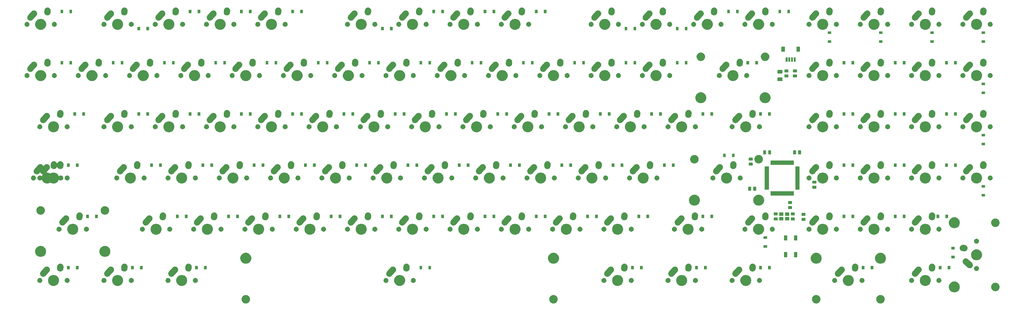
<source format=gbs>
G04 #@! TF.GenerationSoftware,KiCad,Pcbnew,(5.1.4)-1*
G04 #@! TF.CreationDate,2021-12-17T17:06:35-08:00*
G04 #@! TF.ProjectId,JKP,4a4b502e-6b69-4636-9164-5f7063625858,rev?*
G04 #@! TF.SameCoordinates,Original*
G04 #@! TF.FileFunction,Soldermask,Bot*
G04 #@! TF.FilePolarity,Negative*
%FSLAX46Y46*%
G04 Gerber Fmt 4.6, Leading zero omitted, Abs format (unit mm)*
G04 Created by KiCad (PCBNEW (5.1.4)-1) date 2021-12-17 17:06:35*
%MOMM*%
%LPD*%
G04 APERTURE LIST*
%ADD10C,0.100000*%
G04 APERTURE END LIST*
D10*
G36*
X190959411Y-100720526D02*
G01*
X191078137Y-100769704D01*
X191246041Y-100839252D01*
X191246042Y-100839253D01*
X191504004Y-101011617D01*
X191723383Y-101230996D01*
X191838553Y-101403361D01*
X191895748Y-101488959D01*
X192014474Y-101775590D01*
X192075000Y-102079875D01*
X192075000Y-102390125D01*
X192014474Y-102694410D01*
X191895748Y-102981041D01*
X191895747Y-102981042D01*
X191723383Y-103239004D01*
X191504004Y-103458383D01*
X191331639Y-103573553D01*
X191246041Y-103630748D01*
X191078137Y-103700296D01*
X190959411Y-103749474D01*
X190807267Y-103779737D01*
X190655125Y-103810000D01*
X190344875Y-103810000D01*
X190192733Y-103779737D01*
X190040589Y-103749474D01*
X189921863Y-103700296D01*
X189753959Y-103630748D01*
X189668361Y-103573553D01*
X189495996Y-103458383D01*
X189276617Y-103239004D01*
X189104253Y-102981042D01*
X189104252Y-102981041D01*
X188985526Y-102694410D01*
X188925000Y-102390125D01*
X188925000Y-102079875D01*
X188985526Y-101775590D01*
X189104252Y-101488959D01*
X189161447Y-101403361D01*
X189276617Y-101230996D01*
X189495996Y-101011617D01*
X189753958Y-100839253D01*
X189753959Y-100839252D01*
X189921863Y-100769704D01*
X190040589Y-100720526D01*
X190344875Y-100660000D01*
X190655125Y-100660000D01*
X190959411Y-100720526D01*
X190959411Y-100720526D01*
G37*
G36*
X76659411Y-100720526D02*
G01*
X76778137Y-100769704D01*
X76946041Y-100839252D01*
X76946042Y-100839253D01*
X77204004Y-101011617D01*
X77423383Y-101230996D01*
X77538553Y-101403361D01*
X77595748Y-101488959D01*
X77714474Y-101775590D01*
X77775000Y-102079875D01*
X77775000Y-102390125D01*
X77714474Y-102694410D01*
X77595748Y-102981041D01*
X77595747Y-102981042D01*
X77423383Y-103239004D01*
X77204004Y-103458383D01*
X77031639Y-103573553D01*
X76946041Y-103630748D01*
X76778137Y-103700296D01*
X76659411Y-103749474D01*
X76507267Y-103779737D01*
X76355125Y-103810000D01*
X76044875Y-103810000D01*
X75892733Y-103779737D01*
X75740589Y-103749474D01*
X75621863Y-103700296D01*
X75453959Y-103630748D01*
X75368361Y-103573553D01*
X75195996Y-103458383D01*
X74976617Y-103239004D01*
X74804253Y-102981042D01*
X74804252Y-102981041D01*
X74685526Y-102694410D01*
X74625000Y-102390125D01*
X74625000Y-102079875D01*
X74685526Y-101775590D01*
X74804252Y-101488959D01*
X74861447Y-101403361D01*
X74976617Y-101230996D01*
X75195996Y-101011617D01*
X75453958Y-100839253D01*
X75453959Y-100839252D01*
X75621863Y-100769704D01*
X75740589Y-100720526D01*
X76044875Y-100660000D01*
X76355125Y-100660000D01*
X76659411Y-100720526D01*
X76659411Y-100720526D01*
G37*
G36*
X312434911Y-100720526D02*
G01*
X312553637Y-100769704D01*
X312721541Y-100839252D01*
X312721542Y-100839253D01*
X312979504Y-101011617D01*
X313198883Y-101230996D01*
X313314053Y-101403361D01*
X313371248Y-101488959D01*
X313489974Y-101775590D01*
X313550500Y-102079875D01*
X313550500Y-102390125D01*
X313489974Y-102694410D01*
X313371248Y-102981041D01*
X313371247Y-102981042D01*
X313198883Y-103239004D01*
X312979504Y-103458383D01*
X312807139Y-103573553D01*
X312721541Y-103630748D01*
X312553637Y-103700296D01*
X312434911Y-103749474D01*
X312282767Y-103779737D01*
X312130625Y-103810000D01*
X311820375Y-103810000D01*
X311668233Y-103779737D01*
X311516089Y-103749474D01*
X311397363Y-103700296D01*
X311229459Y-103630748D01*
X311143861Y-103573553D01*
X310971496Y-103458383D01*
X310752117Y-103239004D01*
X310579753Y-102981042D01*
X310579752Y-102981041D01*
X310461026Y-102694410D01*
X310400500Y-102390125D01*
X310400500Y-102079875D01*
X310461026Y-101775590D01*
X310579752Y-101488959D01*
X310636947Y-101403361D01*
X310752117Y-101230996D01*
X310971496Y-101011617D01*
X311229458Y-100839253D01*
X311229459Y-100839252D01*
X311397363Y-100769704D01*
X311516089Y-100720526D01*
X311820375Y-100660000D01*
X312130625Y-100660000D01*
X312434911Y-100720526D01*
X312434911Y-100720526D01*
G37*
G36*
X288558911Y-100720526D02*
G01*
X288677637Y-100769704D01*
X288845541Y-100839252D01*
X288845542Y-100839253D01*
X289103504Y-101011617D01*
X289322883Y-101230996D01*
X289438053Y-101403361D01*
X289495248Y-101488959D01*
X289613974Y-101775590D01*
X289674500Y-102079875D01*
X289674500Y-102390125D01*
X289613974Y-102694410D01*
X289495248Y-102981041D01*
X289495247Y-102981042D01*
X289322883Y-103239004D01*
X289103504Y-103458383D01*
X288931139Y-103573553D01*
X288845541Y-103630748D01*
X288677637Y-103700296D01*
X288558911Y-103749474D01*
X288406767Y-103779737D01*
X288254625Y-103810000D01*
X287944375Y-103810000D01*
X287792233Y-103779737D01*
X287640089Y-103749474D01*
X287521363Y-103700296D01*
X287353459Y-103630748D01*
X287267861Y-103573553D01*
X287095496Y-103458383D01*
X286876117Y-103239004D01*
X286703753Y-102981042D01*
X286703752Y-102981041D01*
X286585026Y-102694410D01*
X286524500Y-102390125D01*
X286524500Y-102079875D01*
X286585026Y-101775590D01*
X286703752Y-101488959D01*
X286760947Y-101403361D01*
X286876117Y-101230996D01*
X287095496Y-101011617D01*
X287353458Y-100839253D01*
X287353459Y-100839252D01*
X287521363Y-100769704D01*
X287640089Y-100720526D01*
X287944375Y-100660000D01*
X288254625Y-100660000D01*
X288558911Y-100720526D01*
X288558911Y-100720526D01*
G37*
G36*
X340003974Y-95696684D02*
G01*
X340221974Y-95786983D01*
X340376123Y-95850833D01*
X340711048Y-96074623D01*
X340995877Y-96359452D01*
X341219667Y-96694377D01*
X341219667Y-96694378D01*
X341373816Y-97066526D01*
X341452400Y-97461594D01*
X341452400Y-97864406D01*
X341373816Y-98259474D01*
X341311863Y-98409041D01*
X341219667Y-98631623D01*
X340995877Y-98966548D01*
X340711048Y-99251377D01*
X340376123Y-99475167D01*
X340221974Y-99539017D01*
X340003974Y-99629316D01*
X339608906Y-99707900D01*
X339206094Y-99707900D01*
X338811026Y-99629316D01*
X338593026Y-99539017D01*
X338438877Y-99475167D01*
X338103952Y-99251377D01*
X337819123Y-98966548D01*
X337595333Y-98631623D01*
X337503137Y-98409041D01*
X337441184Y-98259474D01*
X337362600Y-97864406D01*
X337362600Y-97461594D01*
X337441184Y-97066526D01*
X337595333Y-96694378D01*
X337595333Y-96694377D01*
X337819123Y-96359452D01*
X338103952Y-96074623D01*
X338438877Y-95850833D01*
X338593026Y-95786983D01*
X338811026Y-95696684D01*
X339206094Y-95618100D01*
X339608906Y-95618100D01*
X340003974Y-95696684D01*
X340003974Y-95696684D01*
G37*
G36*
X354954767Y-96118263D02*
G01*
X355106911Y-96148526D01*
X355225637Y-96197704D01*
X355393541Y-96267252D01*
X355393542Y-96267253D01*
X355651504Y-96439617D01*
X355870883Y-96658996D01*
X355894524Y-96694378D01*
X356043248Y-96916959D01*
X356103395Y-97062167D01*
X356161974Y-97203589D01*
X356180137Y-97294900D01*
X356222500Y-97507875D01*
X356222500Y-97818125D01*
X356161974Y-98122410D01*
X356043248Y-98409041D01*
X356043247Y-98409042D01*
X355870883Y-98667004D01*
X355651504Y-98886383D01*
X355531528Y-98966548D01*
X355393541Y-99058748D01*
X355225637Y-99128296D01*
X355106911Y-99177474D01*
X354954767Y-99207737D01*
X354802625Y-99238000D01*
X354492375Y-99238000D01*
X354340233Y-99207737D01*
X354188089Y-99177474D01*
X354069363Y-99128296D01*
X353901459Y-99058748D01*
X353763472Y-98966548D01*
X353643496Y-98886383D01*
X353424117Y-98667004D01*
X353251753Y-98409042D01*
X353251752Y-98409041D01*
X353133026Y-98122410D01*
X353072500Y-97818125D01*
X353072500Y-97507875D01*
X353114863Y-97294900D01*
X353133026Y-97203589D01*
X353191605Y-97062167D01*
X353251752Y-96916959D01*
X353400476Y-96694378D01*
X353424117Y-96658996D01*
X353643496Y-96439617D01*
X353901458Y-96267253D01*
X353901459Y-96267252D01*
X354069363Y-96197704D01*
X354188089Y-96148526D01*
X354492375Y-96088000D01*
X354802625Y-96088000D01*
X354954767Y-96118263D01*
X354954767Y-96118263D01*
G37*
G36*
X214908974Y-93283684D02*
G01*
X215126974Y-93373983D01*
X215281123Y-93437833D01*
X215616048Y-93661623D01*
X215900877Y-93946452D01*
X216124667Y-94281377D01*
X216157062Y-94359586D01*
X216278816Y-94653526D01*
X216357400Y-95048594D01*
X216357400Y-95451406D01*
X216278816Y-95846474D01*
X216227951Y-95969272D01*
X216124667Y-96218623D01*
X215900877Y-96553548D01*
X215616048Y-96838377D01*
X215281123Y-97062167D01*
X215126974Y-97126017D01*
X214908974Y-97216316D01*
X214513906Y-97294900D01*
X214111094Y-97294900D01*
X213716026Y-97216316D01*
X213498026Y-97126017D01*
X213343877Y-97062167D01*
X213008952Y-96838377D01*
X212724123Y-96553548D01*
X212500333Y-96218623D01*
X212397049Y-95969272D01*
X212346184Y-95846474D01*
X212267600Y-95451406D01*
X212267600Y-95048594D01*
X212346184Y-94653526D01*
X212467938Y-94359586D01*
X212500333Y-94281377D01*
X212724123Y-93946452D01*
X213008952Y-93661623D01*
X213343877Y-93437833D01*
X213498026Y-93373983D01*
X213716026Y-93283684D01*
X214111094Y-93205100D01*
X214513906Y-93205100D01*
X214908974Y-93283684D01*
X214908974Y-93283684D01*
G37*
G36*
X5358974Y-93283684D02*
G01*
X5576974Y-93373983D01*
X5731123Y-93437833D01*
X6066048Y-93661623D01*
X6350877Y-93946452D01*
X6574667Y-94281377D01*
X6607062Y-94359586D01*
X6728816Y-94653526D01*
X6807400Y-95048594D01*
X6807400Y-95451406D01*
X6728816Y-95846474D01*
X6677951Y-95969272D01*
X6574667Y-96218623D01*
X6350877Y-96553548D01*
X6066048Y-96838377D01*
X5731123Y-97062167D01*
X5576974Y-97126017D01*
X5358974Y-97216316D01*
X4963906Y-97294900D01*
X4561094Y-97294900D01*
X4166026Y-97216316D01*
X3948026Y-97126017D01*
X3793877Y-97062167D01*
X3458952Y-96838377D01*
X3174123Y-96553548D01*
X2950333Y-96218623D01*
X2847049Y-95969272D01*
X2796184Y-95846474D01*
X2717600Y-95451406D01*
X2717600Y-95048594D01*
X2796184Y-94653526D01*
X2917938Y-94359586D01*
X2950333Y-94281377D01*
X3174123Y-93946452D01*
X3458952Y-93661623D01*
X3793877Y-93437833D01*
X3948026Y-93373983D01*
X4166026Y-93283684D01*
X4561094Y-93205100D01*
X4963906Y-93205100D01*
X5358974Y-93283684D01*
X5358974Y-93283684D01*
G37*
G36*
X52983974Y-93283684D02*
G01*
X53201974Y-93373983D01*
X53356123Y-93437833D01*
X53691048Y-93661623D01*
X53975877Y-93946452D01*
X54199667Y-94281377D01*
X54232062Y-94359586D01*
X54353816Y-94653526D01*
X54432400Y-95048594D01*
X54432400Y-95451406D01*
X54353816Y-95846474D01*
X54302951Y-95969272D01*
X54199667Y-96218623D01*
X53975877Y-96553548D01*
X53691048Y-96838377D01*
X53356123Y-97062167D01*
X53201974Y-97126017D01*
X52983974Y-97216316D01*
X52588906Y-97294900D01*
X52186094Y-97294900D01*
X51791026Y-97216316D01*
X51573026Y-97126017D01*
X51418877Y-97062167D01*
X51083952Y-96838377D01*
X50799123Y-96553548D01*
X50575333Y-96218623D01*
X50472049Y-95969272D01*
X50421184Y-95846474D01*
X50342600Y-95451406D01*
X50342600Y-95048594D01*
X50421184Y-94653526D01*
X50542938Y-94359586D01*
X50575333Y-94281377D01*
X50799123Y-93946452D01*
X51083952Y-93661623D01*
X51418877Y-93437833D01*
X51573026Y-93373983D01*
X51791026Y-93283684D01*
X52186094Y-93205100D01*
X52588906Y-93205100D01*
X52983974Y-93283684D01*
X52983974Y-93283684D01*
G37*
G36*
X262533974Y-93283684D02*
G01*
X262751974Y-93373983D01*
X262906123Y-93437833D01*
X263241048Y-93661623D01*
X263525877Y-93946452D01*
X263749667Y-94281377D01*
X263782062Y-94359586D01*
X263903816Y-94653526D01*
X263982400Y-95048594D01*
X263982400Y-95451406D01*
X263903816Y-95846474D01*
X263852951Y-95969272D01*
X263749667Y-96218623D01*
X263525877Y-96553548D01*
X263241048Y-96838377D01*
X262906123Y-97062167D01*
X262751974Y-97126017D01*
X262533974Y-97216316D01*
X262138906Y-97294900D01*
X261736094Y-97294900D01*
X261341026Y-97216316D01*
X261123026Y-97126017D01*
X260968877Y-97062167D01*
X260633952Y-96838377D01*
X260349123Y-96553548D01*
X260125333Y-96218623D01*
X260022049Y-95969272D01*
X259971184Y-95846474D01*
X259892600Y-95451406D01*
X259892600Y-95048594D01*
X259971184Y-94653526D01*
X260092938Y-94359586D01*
X260125333Y-94281377D01*
X260349123Y-93946452D01*
X260633952Y-93661623D01*
X260968877Y-93437833D01*
X261123026Y-93373983D01*
X261341026Y-93283684D01*
X261736094Y-93205100D01*
X262138906Y-93205100D01*
X262533974Y-93283684D01*
X262533974Y-93283684D01*
G37*
G36*
X329208974Y-93283684D02*
G01*
X329426974Y-93373983D01*
X329581123Y-93437833D01*
X329916048Y-93661623D01*
X330200877Y-93946452D01*
X330424667Y-94281377D01*
X330457062Y-94359586D01*
X330578816Y-94653526D01*
X330657400Y-95048594D01*
X330657400Y-95451406D01*
X330578816Y-95846474D01*
X330527951Y-95969272D01*
X330424667Y-96218623D01*
X330200877Y-96553548D01*
X329916048Y-96838377D01*
X329581123Y-97062167D01*
X329426974Y-97126017D01*
X329208974Y-97216316D01*
X328813906Y-97294900D01*
X328411094Y-97294900D01*
X328016026Y-97216316D01*
X327798026Y-97126017D01*
X327643877Y-97062167D01*
X327308952Y-96838377D01*
X327024123Y-96553548D01*
X326800333Y-96218623D01*
X326697049Y-95969272D01*
X326646184Y-95846474D01*
X326567600Y-95451406D01*
X326567600Y-95048594D01*
X326646184Y-94653526D01*
X326767938Y-94359586D01*
X326800333Y-94281377D01*
X327024123Y-93946452D01*
X327308952Y-93661623D01*
X327643877Y-93437833D01*
X327798026Y-93373983D01*
X328016026Y-93283684D01*
X328411094Y-93205100D01*
X328813906Y-93205100D01*
X329208974Y-93283684D01*
X329208974Y-93283684D01*
G37*
G36*
X238721474Y-93283684D02*
G01*
X238939474Y-93373983D01*
X239093623Y-93437833D01*
X239428548Y-93661623D01*
X239713377Y-93946452D01*
X239937167Y-94281377D01*
X239969562Y-94359586D01*
X240091316Y-94653526D01*
X240169900Y-95048594D01*
X240169900Y-95451406D01*
X240091316Y-95846474D01*
X240040451Y-95969272D01*
X239937167Y-96218623D01*
X239713377Y-96553548D01*
X239428548Y-96838377D01*
X239093623Y-97062167D01*
X238939474Y-97126017D01*
X238721474Y-97216316D01*
X238326406Y-97294900D01*
X237923594Y-97294900D01*
X237528526Y-97216316D01*
X237310526Y-97126017D01*
X237156377Y-97062167D01*
X236821452Y-96838377D01*
X236536623Y-96553548D01*
X236312833Y-96218623D01*
X236209549Y-95969272D01*
X236158684Y-95846474D01*
X236080100Y-95451406D01*
X236080100Y-95048594D01*
X236158684Y-94653526D01*
X236280438Y-94359586D01*
X236312833Y-94281377D01*
X236536623Y-93946452D01*
X236821452Y-93661623D01*
X237156377Y-93437833D01*
X237310526Y-93373983D01*
X237528526Y-93283684D01*
X237923594Y-93205100D01*
X238326406Y-93205100D01*
X238721474Y-93283684D01*
X238721474Y-93283684D01*
G37*
G36*
X29171474Y-93283684D02*
G01*
X29389474Y-93373983D01*
X29543623Y-93437833D01*
X29878548Y-93661623D01*
X30163377Y-93946452D01*
X30387167Y-94281377D01*
X30419562Y-94359586D01*
X30541316Y-94653526D01*
X30619900Y-95048594D01*
X30619900Y-95451406D01*
X30541316Y-95846474D01*
X30490451Y-95969272D01*
X30387167Y-96218623D01*
X30163377Y-96553548D01*
X29878548Y-96838377D01*
X29543623Y-97062167D01*
X29389474Y-97126017D01*
X29171474Y-97216316D01*
X28776406Y-97294900D01*
X28373594Y-97294900D01*
X27978526Y-97216316D01*
X27760526Y-97126017D01*
X27606377Y-97062167D01*
X27271452Y-96838377D01*
X26986623Y-96553548D01*
X26762833Y-96218623D01*
X26659549Y-95969272D01*
X26608684Y-95846474D01*
X26530100Y-95451406D01*
X26530100Y-95048594D01*
X26608684Y-94653526D01*
X26730438Y-94359586D01*
X26762833Y-94281377D01*
X26986623Y-93946452D01*
X27271452Y-93661623D01*
X27606377Y-93437833D01*
X27760526Y-93373983D01*
X27978526Y-93283684D01*
X28373594Y-93205100D01*
X28776406Y-93205100D01*
X29171474Y-93283684D01*
X29171474Y-93283684D01*
G37*
G36*
X133946474Y-93283684D02*
G01*
X134164474Y-93373983D01*
X134318623Y-93437833D01*
X134653548Y-93661623D01*
X134938377Y-93946452D01*
X135162167Y-94281377D01*
X135194562Y-94359586D01*
X135316316Y-94653526D01*
X135394900Y-95048594D01*
X135394900Y-95451406D01*
X135316316Y-95846474D01*
X135265451Y-95969272D01*
X135162167Y-96218623D01*
X134938377Y-96553548D01*
X134653548Y-96838377D01*
X134318623Y-97062167D01*
X134164474Y-97126017D01*
X133946474Y-97216316D01*
X133551406Y-97294900D01*
X133148594Y-97294900D01*
X132753526Y-97216316D01*
X132535526Y-97126017D01*
X132381377Y-97062167D01*
X132046452Y-96838377D01*
X131761623Y-96553548D01*
X131537833Y-96218623D01*
X131434549Y-95969272D01*
X131383684Y-95846474D01*
X131305100Y-95451406D01*
X131305100Y-95048594D01*
X131383684Y-94653526D01*
X131505438Y-94359586D01*
X131537833Y-94281377D01*
X131761623Y-93946452D01*
X132046452Y-93661623D01*
X132381377Y-93437833D01*
X132535526Y-93373983D01*
X132753526Y-93283684D01*
X133148594Y-93205100D01*
X133551406Y-93205100D01*
X133946474Y-93283684D01*
X133946474Y-93283684D01*
G37*
G36*
X300633974Y-93283684D02*
G01*
X300851974Y-93373983D01*
X301006123Y-93437833D01*
X301341048Y-93661623D01*
X301625877Y-93946452D01*
X301849667Y-94281377D01*
X301882062Y-94359586D01*
X302003816Y-94653526D01*
X302082400Y-95048594D01*
X302082400Y-95451406D01*
X302003816Y-95846474D01*
X301952951Y-95969272D01*
X301849667Y-96218623D01*
X301625877Y-96553548D01*
X301341048Y-96838377D01*
X301006123Y-97062167D01*
X300851974Y-97126017D01*
X300633974Y-97216316D01*
X300238906Y-97294900D01*
X299836094Y-97294900D01*
X299441026Y-97216316D01*
X299223026Y-97126017D01*
X299068877Y-97062167D01*
X298733952Y-96838377D01*
X298449123Y-96553548D01*
X298225333Y-96218623D01*
X298122049Y-95969272D01*
X298071184Y-95846474D01*
X297992600Y-95451406D01*
X297992600Y-95048594D01*
X298071184Y-94653526D01*
X298192938Y-94359586D01*
X298225333Y-94281377D01*
X298449123Y-93946452D01*
X298733952Y-93661623D01*
X299068877Y-93437833D01*
X299223026Y-93373983D01*
X299441026Y-93283684D01*
X299836094Y-93205100D01*
X300238906Y-93205100D01*
X300633974Y-93283684D01*
X300633974Y-93283684D01*
G37*
G36*
X323802604Y-94359585D02*
G01*
X323971126Y-94429389D01*
X324122791Y-94530728D01*
X324251772Y-94659709D01*
X324353111Y-94811374D01*
X324422915Y-94979896D01*
X324458500Y-95158797D01*
X324458500Y-95341203D01*
X324422915Y-95520104D01*
X324353111Y-95688626D01*
X324251772Y-95840291D01*
X324122791Y-95969272D01*
X323971126Y-96070611D01*
X323802604Y-96140415D01*
X323623703Y-96176000D01*
X323441297Y-96176000D01*
X323262396Y-96140415D01*
X323093874Y-96070611D01*
X322942209Y-95969272D01*
X322813228Y-95840291D01*
X322711889Y-95688626D01*
X322642085Y-95520104D01*
X322606500Y-95341203D01*
X322606500Y-95158797D01*
X322642085Y-94979896D01*
X322711889Y-94811374D01*
X322813228Y-94659709D01*
X322942209Y-94530728D01*
X323093874Y-94429389D01*
X323262396Y-94359585D01*
X323441297Y-94324000D01*
X323623703Y-94324000D01*
X323802604Y-94359585D01*
X323802604Y-94359585D01*
G37*
G36*
X209502604Y-94359585D02*
G01*
X209671126Y-94429389D01*
X209822791Y-94530728D01*
X209951772Y-94659709D01*
X210053111Y-94811374D01*
X210122915Y-94979896D01*
X210158500Y-95158797D01*
X210158500Y-95341203D01*
X210122915Y-95520104D01*
X210053111Y-95688626D01*
X209951772Y-95840291D01*
X209822791Y-95969272D01*
X209671126Y-96070611D01*
X209502604Y-96140415D01*
X209323703Y-96176000D01*
X209141297Y-96176000D01*
X208962396Y-96140415D01*
X208793874Y-96070611D01*
X208642209Y-95969272D01*
X208513228Y-95840291D01*
X208411889Y-95688626D01*
X208342085Y-95520104D01*
X208306500Y-95341203D01*
X208306500Y-95158797D01*
X208342085Y-94979896D01*
X208411889Y-94811374D01*
X208513228Y-94659709D01*
X208642209Y-94530728D01*
X208793874Y-94429389D01*
X208962396Y-94359585D01*
X209141297Y-94324000D01*
X209323703Y-94324000D01*
X209502604Y-94359585D01*
X209502604Y-94359585D01*
G37*
G36*
X267287604Y-94359585D02*
G01*
X267456126Y-94429389D01*
X267607791Y-94530728D01*
X267736772Y-94659709D01*
X267838111Y-94811374D01*
X267907915Y-94979896D01*
X267943500Y-95158797D01*
X267943500Y-95341203D01*
X267907915Y-95520104D01*
X267838111Y-95688626D01*
X267736772Y-95840291D01*
X267607791Y-95969272D01*
X267456126Y-96070611D01*
X267287604Y-96140415D01*
X267108703Y-96176000D01*
X266926297Y-96176000D01*
X266747396Y-96140415D01*
X266578874Y-96070611D01*
X266427209Y-95969272D01*
X266298228Y-95840291D01*
X266196889Y-95688626D01*
X266127085Y-95520104D01*
X266091500Y-95341203D01*
X266091500Y-95158797D01*
X266127085Y-94979896D01*
X266196889Y-94811374D01*
X266298228Y-94659709D01*
X266427209Y-94530728D01*
X266578874Y-94429389D01*
X266747396Y-94359585D01*
X266926297Y-94324000D01*
X267108703Y-94324000D01*
X267287604Y-94359585D01*
X267287604Y-94359585D01*
G37*
G36*
X257127604Y-94359585D02*
G01*
X257296126Y-94429389D01*
X257447791Y-94530728D01*
X257576772Y-94659709D01*
X257678111Y-94811374D01*
X257747915Y-94979896D01*
X257783500Y-95158797D01*
X257783500Y-95341203D01*
X257747915Y-95520104D01*
X257678111Y-95688626D01*
X257576772Y-95840291D01*
X257447791Y-95969272D01*
X257296126Y-96070611D01*
X257127604Y-96140415D01*
X256948703Y-96176000D01*
X256766297Y-96176000D01*
X256587396Y-96140415D01*
X256418874Y-96070611D01*
X256267209Y-95969272D01*
X256138228Y-95840291D01*
X256036889Y-95688626D01*
X255967085Y-95520104D01*
X255931500Y-95341203D01*
X255931500Y-95158797D01*
X255967085Y-94979896D01*
X256036889Y-94811374D01*
X256138228Y-94659709D01*
X256267209Y-94530728D01*
X256418874Y-94429389D01*
X256587396Y-94359585D01*
X256766297Y-94324000D01*
X256948703Y-94324000D01*
X257127604Y-94359585D01*
X257127604Y-94359585D01*
G37*
G36*
X47577604Y-94359585D02*
G01*
X47746126Y-94429389D01*
X47897791Y-94530728D01*
X48026772Y-94659709D01*
X48128111Y-94811374D01*
X48197915Y-94979896D01*
X48233500Y-95158797D01*
X48233500Y-95341203D01*
X48197915Y-95520104D01*
X48128111Y-95688626D01*
X48026772Y-95840291D01*
X47897791Y-95969272D01*
X47746126Y-96070611D01*
X47577604Y-96140415D01*
X47398703Y-96176000D01*
X47216297Y-96176000D01*
X47037396Y-96140415D01*
X46868874Y-96070611D01*
X46717209Y-95969272D01*
X46588228Y-95840291D01*
X46486889Y-95688626D01*
X46417085Y-95520104D01*
X46381500Y-95341203D01*
X46381500Y-95158797D01*
X46417085Y-94979896D01*
X46486889Y-94811374D01*
X46588228Y-94659709D01*
X46717209Y-94530728D01*
X46868874Y-94429389D01*
X47037396Y-94359585D01*
X47216297Y-94324000D01*
X47398703Y-94324000D01*
X47577604Y-94359585D01*
X47577604Y-94359585D01*
G37*
G36*
X57737604Y-94359585D02*
G01*
X57906126Y-94429389D01*
X58057791Y-94530728D01*
X58186772Y-94659709D01*
X58288111Y-94811374D01*
X58357915Y-94979896D01*
X58393500Y-95158797D01*
X58393500Y-95341203D01*
X58357915Y-95520104D01*
X58288111Y-95688626D01*
X58186772Y-95840291D01*
X58057791Y-95969272D01*
X57906126Y-96070611D01*
X57737604Y-96140415D01*
X57558703Y-96176000D01*
X57376297Y-96176000D01*
X57197396Y-96140415D01*
X57028874Y-96070611D01*
X56877209Y-95969272D01*
X56748228Y-95840291D01*
X56646889Y-95688626D01*
X56577085Y-95520104D01*
X56541500Y-95341203D01*
X56541500Y-95158797D01*
X56577085Y-94979896D01*
X56646889Y-94811374D01*
X56748228Y-94659709D01*
X56877209Y-94530728D01*
X57028874Y-94429389D01*
X57197396Y-94359585D01*
X57376297Y-94324000D01*
X57558703Y-94324000D01*
X57737604Y-94359585D01*
X57737604Y-94359585D01*
G37*
G36*
X-47396Y-94359585D02*
G01*
X121126Y-94429389D01*
X272791Y-94530728D01*
X401772Y-94659709D01*
X503111Y-94811374D01*
X572915Y-94979896D01*
X608500Y-95158797D01*
X608500Y-95341203D01*
X572915Y-95520104D01*
X503111Y-95688626D01*
X401772Y-95840291D01*
X272791Y-95969272D01*
X121126Y-96070611D01*
X-47396Y-96140415D01*
X-226297Y-96176000D01*
X-408703Y-96176000D01*
X-587604Y-96140415D01*
X-756126Y-96070611D01*
X-907791Y-95969272D01*
X-1036772Y-95840291D01*
X-1138111Y-95688626D01*
X-1207915Y-95520104D01*
X-1243500Y-95341203D01*
X-1243500Y-95158797D01*
X-1207915Y-94979896D01*
X-1138111Y-94811374D01*
X-1036772Y-94659709D01*
X-907791Y-94530728D01*
X-756126Y-94429389D01*
X-587604Y-94359585D01*
X-408703Y-94324000D01*
X-226297Y-94324000D01*
X-47396Y-94359585D01*
X-47396Y-94359585D01*
G37*
G36*
X305387604Y-94359585D02*
G01*
X305556126Y-94429389D01*
X305707791Y-94530728D01*
X305836772Y-94659709D01*
X305938111Y-94811374D01*
X306007915Y-94979896D01*
X306043500Y-95158797D01*
X306043500Y-95341203D01*
X306007915Y-95520104D01*
X305938111Y-95688626D01*
X305836772Y-95840291D01*
X305707791Y-95969272D01*
X305556126Y-96070611D01*
X305387604Y-96140415D01*
X305208703Y-96176000D01*
X305026297Y-96176000D01*
X304847396Y-96140415D01*
X304678874Y-96070611D01*
X304527209Y-95969272D01*
X304398228Y-95840291D01*
X304296889Y-95688626D01*
X304227085Y-95520104D01*
X304191500Y-95341203D01*
X304191500Y-95158797D01*
X304227085Y-94979896D01*
X304296889Y-94811374D01*
X304398228Y-94659709D01*
X304527209Y-94530728D01*
X304678874Y-94429389D01*
X304847396Y-94359585D01*
X305026297Y-94324000D01*
X305208703Y-94324000D01*
X305387604Y-94359585D01*
X305387604Y-94359585D01*
G37*
G36*
X295227604Y-94359585D02*
G01*
X295396126Y-94429389D01*
X295547791Y-94530728D01*
X295676772Y-94659709D01*
X295778111Y-94811374D01*
X295847915Y-94979896D01*
X295883500Y-95158797D01*
X295883500Y-95341203D01*
X295847915Y-95520104D01*
X295778111Y-95688626D01*
X295676772Y-95840291D01*
X295547791Y-95969272D01*
X295396126Y-96070611D01*
X295227604Y-96140415D01*
X295048703Y-96176000D01*
X294866297Y-96176000D01*
X294687396Y-96140415D01*
X294518874Y-96070611D01*
X294367209Y-95969272D01*
X294238228Y-95840291D01*
X294136889Y-95688626D01*
X294067085Y-95520104D01*
X294031500Y-95341203D01*
X294031500Y-95158797D01*
X294067085Y-94979896D01*
X294136889Y-94811374D01*
X294238228Y-94659709D01*
X294367209Y-94530728D01*
X294518874Y-94429389D01*
X294687396Y-94359585D01*
X294866297Y-94324000D01*
X295048703Y-94324000D01*
X295227604Y-94359585D01*
X295227604Y-94359585D01*
G37*
G36*
X219662604Y-94359585D02*
G01*
X219831126Y-94429389D01*
X219982791Y-94530728D01*
X220111772Y-94659709D01*
X220213111Y-94811374D01*
X220282915Y-94979896D01*
X220318500Y-95158797D01*
X220318500Y-95341203D01*
X220282915Y-95520104D01*
X220213111Y-95688626D01*
X220111772Y-95840291D01*
X219982791Y-95969272D01*
X219831126Y-96070611D01*
X219662604Y-96140415D01*
X219483703Y-96176000D01*
X219301297Y-96176000D01*
X219122396Y-96140415D01*
X218953874Y-96070611D01*
X218802209Y-95969272D01*
X218673228Y-95840291D01*
X218571889Y-95688626D01*
X218502085Y-95520104D01*
X218466500Y-95341203D01*
X218466500Y-95158797D01*
X218502085Y-94979896D01*
X218571889Y-94811374D01*
X218673228Y-94659709D01*
X218802209Y-94530728D01*
X218953874Y-94429389D01*
X219122396Y-94359585D01*
X219301297Y-94324000D01*
X219483703Y-94324000D01*
X219662604Y-94359585D01*
X219662604Y-94359585D01*
G37*
G36*
X243475104Y-94359585D02*
G01*
X243643626Y-94429389D01*
X243795291Y-94530728D01*
X243924272Y-94659709D01*
X244025611Y-94811374D01*
X244095415Y-94979896D01*
X244131000Y-95158797D01*
X244131000Y-95341203D01*
X244095415Y-95520104D01*
X244025611Y-95688626D01*
X243924272Y-95840291D01*
X243795291Y-95969272D01*
X243643626Y-96070611D01*
X243475104Y-96140415D01*
X243296203Y-96176000D01*
X243113797Y-96176000D01*
X242934896Y-96140415D01*
X242766374Y-96070611D01*
X242614709Y-95969272D01*
X242485728Y-95840291D01*
X242384389Y-95688626D01*
X242314585Y-95520104D01*
X242279000Y-95341203D01*
X242279000Y-95158797D01*
X242314585Y-94979896D01*
X242384389Y-94811374D01*
X242485728Y-94659709D01*
X242614709Y-94530728D01*
X242766374Y-94429389D01*
X242934896Y-94359585D01*
X243113797Y-94324000D01*
X243296203Y-94324000D01*
X243475104Y-94359585D01*
X243475104Y-94359585D01*
G37*
G36*
X10112604Y-94359585D02*
G01*
X10281126Y-94429389D01*
X10432791Y-94530728D01*
X10561772Y-94659709D01*
X10663111Y-94811374D01*
X10732915Y-94979896D01*
X10768500Y-95158797D01*
X10768500Y-95341203D01*
X10732915Y-95520104D01*
X10663111Y-95688626D01*
X10561772Y-95840291D01*
X10432791Y-95969272D01*
X10281126Y-96070611D01*
X10112604Y-96140415D01*
X9933703Y-96176000D01*
X9751297Y-96176000D01*
X9572396Y-96140415D01*
X9403874Y-96070611D01*
X9252209Y-95969272D01*
X9123228Y-95840291D01*
X9021889Y-95688626D01*
X8952085Y-95520104D01*
X8916500Y-95341203D01*
X8916500Y-95158797D01*
X8952085Y-94979896D01*
X9021889Y-94811374D01*
X9123228Y-94659709D01*
X9252209Y-94530728D01*
X9403874Y-94429389D01*
X9572396Y-94359585D01*
X9751297Y-94324000D01*
X9933703Y-94324000D01*
X10112604Y-94359585D01*
X10112604Y-94359585D01*
G37*
G36*
X138700104Y-94359585D02*
G01*
X138868626Y-94429389D01*
X139020291Y-94530728D01*
X139149272Y-94659709D01*
X139250611Y-94811374D01*
X139320415Y-94979896D01*
X139356000Y-95158797D01*
X139356000Y-95341203D01*
X139320415Y-95520104D01*
X139250611Y-95688626D01*
X139149272Y-95840291D01*
X139020291Y-95969272D01*
X138868626Y-96070611D01*
X138700104Y-96140415D01*
X138521203Y-96176000D01*
X138338797Y-96176000D01*
X138159896Y-96140415D01*
X137991374Y-96070611D01*
X137839709Y-95969272D01*
X137710728Y-95840291D01*
X137609389Y-95688626D01*
X137539585Y-95520104D01*
X137504000Y-95341203D01*
X137504000Y-95158797D01*
X137539585Y-94979896D01*
X137609389Y-94811374D01*
X137710728Y-94659709D01*
X137839709Y-94530728D01*
X137991374Y-94429389D01*
X138159896Y-94359585D01*
X138338797Y-94324000D01*
X138521203Y-94324000D01*
X138700104Y-94359585D01*
X138700104Y-94359585D01*
G37*
G36*
X128540104Y-94359585D02*
G01*
X128708626Y-94429389D01*
X128860291Y-94530728D01*
X128989272Y-94659709D01*
X129090611Y-94811374D01*
X129160415Y-94979896D01*
X129196000Y-95158797D01*
X129196000Y-95341203D01*
X129160415Y-95520104D01*
X129090611Y-95688626D01*
X128989272Y-95840291D01*
X128860291Y-95969272D01*
X128708626Y-96070611D01*
X128540104Y-96140415D01*
X128361203Y-96176000D01*
X128178797Y-96176000D01*
X127999896Y-96140415D01*
X127831374Y-96070611D01*
X127679709Y-95969272D01*
X127550728Y-95840291D01*
X127449389Y-95688626D01*
X127379585Y-95520104D01*
X127344000Y-95341203D01*
X127344000Y-95158797D01*
X127379585Y-94979896D01*
X127449389Y-94811374D01*
X127550728Y-94659709D01*
X127679709Y-94530728D01*
X127831374Y-94429389D01*
X127999896Y-94359585D01*
X128178797Y-94324000D01*
X128361203Y-94324000D01*
X128540104Y-94359585D01*
X128540104Y-94359585D01*
G37*
G36*
X333962604Y-94359585D02*
G01*
X334131126Y-94429389D01*
X334282791Y-94530728D01*
X334411772Y-94659709D01*
X334513111Y-94811374D01*
X334582915Y-94979896D01*
X334618500Y-95158797D01*
X334618500Y-95341203D01*
X334582915Y-95520104D01*
X334513111Y-95688626D01*
X334411772Y-95840291D01*
X334282791Y-95969272D01*
X334131126Y-96070611D01*
X333962604Y-96140415D01*
X333783703Y-96176000D01*
X333601297Y-96176000D01*
X333422396Y-96140415D01*
X333253874Y-96070611D01*
X333102209Y-95969272D01*
X332973228Y-95840291D01*
X332871889Y-95688626D01*
X332802085Y-95520104D01*
X332766500Y-95341203D01*
X332766500Y-95158797D01*
X332802085Y-94979896D01*
X332871889Y-94811374D01*
X332973228Y-94659709D01*
X333102209Y-94530728D01*
X333253874Y-94429389D01*
X333422396Y-94359585D01*
X333601297Y-94324000D01*
X333783703Y-94324000D01*
X333962604Y-94359585D01*
X333962604Y-94359585D01*
G37*
G36*
X23765104Y-94359585D02*
G01*
X23933626Y-94429389D01*
X24085291Y-94530728D01*
X24214272Y-94659709D01*
X24315611Y-94811374D01*
X24385415Y-94979896D01*
X24421000Y-95158797D01*
X24421000Y-95341203D01*
X24385415Y-95520104D01*
X24315611Y-95688626D01*
X24214272Y-95840291D01*
X24085291Y-95969272D01*
X23933626Y-96070611D01*
X23765104Y-96140415D01*
X23586203Y-96176000D01*
X23403797Y-96176000D01*
X23224896Y-96140415D01*
X23056374Y-96070611D01*
X22904709Y-95969272D01*
X22775728Y-95840291D01*
X22674389Y-95688626D01*
X22604585Y-95520104D01*
X22569000Y-95341203D01*
X22569000Y-95158797D01*
X22604585Y-94979896D01*
X22674389Y-94811374D01*
X22775728Y-94659709D01*
X22904709Y-94530728D01*
X23056374Y-94429389D01*
X23224896Y-94359585D01*
X23403797Y-94324000D01*
X23586203Y-94324000D01*
X23765104Y-94359585D01*
X23765104Y-94359585D01*
G37*
G36*
X233315104Y-94359585D02*
G01*
X233483626Y-94429389D01*
X233635291Y-94530728D01*
X233764272Y-94659709D01*
X233865611Y-94811374D01*
X233935415Y-94979896D01*
X233971000Y-95158797D01*
X233971000Y-95341203D01*
X233935415Y-95520104D01*
X233865611Y-95688626D01*
X233764272Y-95840291D01*
X233635291Y-95969272D01*
X233483626Y-96070611D01*
X233315104Y-96140415D01*
X233136203Y-96176000D01*
X232953797Y-96176000D01*
X232774896Y-96140415D01*
X232606374Y-96070611D01*
X232454709Y-95969272D01*
X232325728Y-95840291D01*
X232224389Y-95688626D01*
X232154585Y-95520104D01*
X232119000Y-95341203D01*
X232119000Y-95158797D01*
X232154585Y-94979896D01*
X232224389Y-94811374D01*
X232325728Y-94659709D01*
X232454709Y-94530728D01*
X232606374Y-94429389D01*
X232774896Y-94359585D01*
X232953797Y-94324000D01*
X233136203Y-94324000D01*
X233315104Y-94359585D01*
X233315104Y-94359585D01*
G37*
G36*
X33925104Y-94359585D02*
G01*
X34093626Y-94429389D01*
X34245291Y-94530728D01*
X34374272Y-94659709D01*
X34475611Y-94811374D01*
X34545415Y-94979896D01*
X34581000Y-95158797D01*
X34581000Y-95341203D01*
X34545415Y-95520104D01*
X34475611Y-95688626D01*
X34374272Y-95840291D01*
X34245291Y-95969272D01*
X34093626Y-96070611D01*
X33925104Y-96140415D01*
X33746203Y-96176000D01*
X33563797Y-96176000D01*
X33384896Y-96140415D01*
X33216374Y-96070611D01*
X33064709Y-95969272D01*
X32935728Y-95840291D01*
X32834389Y-95688626D01*
X32764585Y-95520104D01*
X32729000Y-95341203D01*
X32729000Y-95158797D01*
X32764585Y-94979896D01*
X32834389Y-94811374D01*
X32935728Y-94659709D01*
X33064709Y-94530728D01*
X33216374Y-94429389D01*
X33384896Y-94359585D01*
X33563797Y-94324000D01*
X33746203Y-94324000D01*
X33925104Y-94359585D01*
X33925104Y-94359585D01*
G37*
G36*
X297560705Y-90073881D02*
G01*
X297566145Y-90074000D01*
X297653328Y-90074000D01*
X297669597Y-90077236D01*
X297688456Y-90079515D01*
X297705032Y-90080246D01*
X297789723Y-90101010D01*
X297795018Y-90102184D01*
X297880527Y-90119193D01*
X297895862Y-90125545D01*
X297913901Y-90131455D01*
X297930021Y-90135407D01*
X298009004Y-90172280D01*
X298013994Y-90174477D01*
X298094545Y-90207842D01*
X298108341Y-90217060D01*
X298124893Y-90226382D01*
X298139926Y-90233400D01*
X298210194Y-90284971D01*
X298214692Y-90288122D01*
X298287156Y-90336541D01*
X298298883Y-90348268D01*
X298313309Y-90360648D01*
X298326679Y-90370461D01*
X298326680Y-90370462D01*
X298385521Y-90434733D01*
X298389329Y-90438714D01*
X298450959Y-90500344D01*
X298460174Y-90514135D01*
X298471896Y-90529078D01*
X298483105Y-90541321D01*
X298528299Y-90615874D01*
X298531246Y-90620501D01*
X298579658Y-90692955D01*
X298586005Y-90708277D01*
X298594592Y-90725231D01*
X298603191Y-90739417D01*
X298632978Y-90821368D01*
X298634952Y-90826448D01*
X298668307Y-90906973D01*
X298668307Y-90906974D01*
X298671541Y-90923233D01*
X298676658Y-90941542D01*
X298682325Y-90957134D01*
X298695555Y-91043345D01*
X298696501Y-91048713D01*
X298713500Y-91134173D01*
X298713500Y-91150752D01*
X298714944Y-91169692D01*
X298717463Y-91186104D01*
X298713620Y-91273249D01*
X298713500Y-91278689D01*
X298713500Y-91365825D01*
X298710266Y-91382083D01*
X298707988Y-91400941D01*
X298707256Y-91417531D01*
X298686488Y-91502237D01*
X298685312Y-91507537D01*
X298668307Y-91593027D01*
X298661957Y-91608357D01*
X298656049Y-91626393D01*
X298652095Y-91642520D01*
X298615211Y-91721526D01*
X298613011Y-91726523D01*
X298579658Y-91807045D01*
X298570444Y-91820835D01*
X298561122Y-91837387D01*
X298554102Y-91852424D01*
X298502511Y-91922720D01*
X298499366Y-91927210D01*
X298450961Y-91999654D01*
X298393960Y-92056655D01*
X298389311Y-92061563D01*
X297957811Y-92542470D01*
X297064223Y-93538376D01*
X296936179Y-93655602D01*
X296837130Y-93715646D01*
X296738083Y-93775689D01*
X296520366Y-93854823D01*
X296291395Y-93889961D01*
X296059970Y-93879754D01*
X295834981Y-93824593D01*
X295730227Y-93775689D01*
X295625079Y-93726602D01*
X295528338Y-93655602D01*
X295438323Y-93589539D01*
X295363894Y-93508241D01*
X295281898Y-93418679D01*
X295200064Y-93283685D01*
X295161811Y-93220583D01*
X295082677Y-93002866D01*
X295047539Y-92773895D01*
X295057746Y-92542470D01*
X295112907Y-92317481D01*
X295164472Y-92207028D01*
X295210898Y-92107580D01*
X295210900Y-92107577D01*
X295313614Y-91967622D01*
X296046560Y-91150752D01*
X296600287Y-90533621D01*
X296611181Y-90519589D01*
X296624039Y-90500346D01*
X296681073Y-90443312D01*
X296685723Y-90438403D01*
X296700778Y-90421624D01*
X296722201Y-90402011D01*
X296726182Y-90398203D01*
X296787846Y-90336539D01*
X296801643Y-90327320D01*
X296816602Y-90315585D01*
X296828821Y-90304398D01*
X296860885Y-90284961D01*
X296903330Y-90259231D01*
X296907921Y-90256308D01*
X296980455Y-90207842D01*
X296995800Y-90201486D01*
X297012748Y-90192901D01*
X297026916Y-90184312D01*
X297026917Y-90184312D01*
X297026918Y-90184311D01*
X297108812Y-90154545D01*
X297113910Y-90152563D01*
X297194473Y-90119193D01*
X297210752Y-90115955D01*
X297229042Y-90110844D01*
X297244635Y-90105177D01*
X297330800Y-90091954D01*
X297336163Y-90091009D01*
X297421673Y-90074000D01*
X297438266Y-90074000D01*
X297457209Y-90072555D01*
X297473606Y-90070039D01*
X297560705Y-90073881D01*
X297560705Y-90073881D01*
G37*
G36*
X26098205Y-90073881D02*
G01*
X26103645Y-90074000D01*
X26190828Y-90074000D01*
X26207097Y-90077236D01*
X26225956Y-90079515D01*
X26242532Y-90080246D01*
X26327223Y-90101010D01*
X26332518Y-90102184D01*
X26418027Y-90119193D01*
X26433362Y-90125545D01*
X26451401Y-90131455D01*
X26467521Y-90135407D01*
X26546504Y-90172280D01*
X26551494Y-90174477D01*
X26632045Y-90207842D01*
X26645841Y-90217060D01*
X26662393Y-90226382D01*
X26677426Y-90233400D01*
X26747694Y-90284971D01*
X26752192Y-90288122D01*
X26824656Y-90336541D01*
X26836383Y-90348268D01*
X26850809Y-90360648D01*
X26864179Y-90370461D01*
X26864180Y-90370462D01*
X26923021Y-90434733D01*
X26926829Y-90438714D01*
X26988459Y-90500344D01*
X26997674Y-90514135D01*
X27009396Y-90529078D01*
X27020605Y-90541321D01*
X27065799Y-90615874D01*
X27068746Y-90620501D01*
X27117158Y-90692955D01*
X27123505Y-90708277D01*
X27132092Y-90725231D01*
X27140691Y-90739417D01*
X27170478Y-90821368D01*
X27172452Y-90826448D01*
X27205807Y-90906973D01*
X27205807Y-90906974D01*
X27209041Y-90923233D01*
X27214158Y-90941542D01*
X27219825Y-90957134D01*
X27233055Y-91043345D01*
X27234001Y-91048713D01*
X27251000Y-91134173D01*
X27251000Y-91150752D01*
X27252444Y-91169692D01*
X27254963Y-91186104D01*
X27251120Y-91273249D01*
X27251000Y-91278689D01*
X27251000Y-91365825D01*
X27247766Y-91382083D01*
X27245488Y-91400941D01*
X27244756Y-91417531D01*
X27223988Y-91502237D01*
X27222812Y-91507537D01*
X27205807Y-91593027D01*
X27199457Y-91608357D01*
X27193549Y-91626393D01*
X27189595Y-91642520D01*
X27152711Y-91721526D01*
X27150511Y-91726523D01*
X27117158Y-91807045D01*
X27107944Y-91820835D01*
X27098622Y-91837387D01*
X27091602Y-91852424D01*
X27040011Y-91922720D01*
X27036866Y-91927210D01*
X26988461Y-91999654D01*
X26931460Y-92056655D01*
X26926811Y-92061563D01*
X26495311Y-92542470D01*
X25601723Y-93538376D01*
X25473679Y-93655602D01*
X25374630Y-93715646D01*
X25275583Y-93775689D01*
X25057866Y-93854823D01*
X24828895Y-93889961D01*
X24597470Y-93879754D01*
X24372481Y-93824593D01*
X24267727Y-93775689D01*
X24162579Y-93726602D01*
X24065838Y-93655602D01*
X23975823Y-93589539D01*
X23901394Y-93508241D01*
X23819398Y-93418679D01*
X23737564Y-93283685D01*
X23699311Y-93220583D01*
X23620177Y-93002866D01*
X23585039Y-92773895D01*
X23595246Y-92542470D01*
X23650407Y-92317481D01*
X23701972Y-92207028D01*
X23748398Y-92107580D01*
X23748400Y-92107577D01*
X23851114Y-91967622D01*
X24584060Y-91150752D01*
X25137787Y-90533621D01*
X25148681Y-90519589D01*
X25161539Y-90500346D01*
X25218573Y-90443312D01*
X25223223Y-90438403D01*
X25238278Y-90421624D01*
X25259701Y-90402011D01*
X25263682Y-90398203D01*
X25325346Y-90336539D01*
X25339143Y-90327320D01*
X25354102Y-90315585D01*
X25366321Y-90304398D01*
X25398385Y-90284961D01*
X25440830Y-90259231D01*
X25445421Y-90256308D01*
X25517955Y-90207842D01*
X25533300Y-90201486D01*
X25550248Y-90192901D01*
X25564416Y-90184312D01*
X25564417Y-90184312D01*
X25564418Y-90184311D01*
X25646312Y-90154545D01*
X25651410Y-90152563D01*
X25731973Y-90119193D01*
X25748252Y-90115955D01*
X25766542Y-90110844D01*
X25782135Y-90105177D01*
X25868300Y-90091954D01*
X25873663Y-90091009D01*
X25959173Y-90074000D01*
X25975766Y-90074000D01*
X25994709Y-90072555D01*
X26011106Y-90070039D01*
X26098205Y-90073881D01*
X26098205Y-90073881D01*
G37*
G36*
X49910705Y-90073881D02*
G01*
X49916145Y-90074000D01*
X50003328Y-90074000D01*
X50019597Y-90077236D01*
X50038456Y-90079515D01*
X50055032Y-90080246D01*
X50139723Y-90101010D01*
X50145018Y-90102184D01*
X50230527Y-90119193D01*
X50245862Y-90125545D01*
X50263901Y-90131455D01*
X50280021Y-90135407D01*
X50359004Y-90172280D01*
X50363994Y-90174477D01*
X50444545Y-90207842D01*
X50458341Y-90217060D01*
X50474893Y-90226382D01*
X50489926Y-90233400D01*
X50560194Y-90284971D01*
X50564692Y-90288122D01*
X50637156Y-90336541D01*
X50648883Y-90348268D01*
X50663309Y-90360648D01*
X50676679Y-90370461D01*
X50676680Y-90370462D01*
X50735521Y-90434733D01*
X50739329Y-90438714D01*
X50800959Y-90500344D01*
X50810174Y-90514135D01*
X50821896Y-90529078D01*
X50833105Y-90541321D01*
X50878299Y-90615874D01*
X50881246Y-90620501D01*
X50929658Y-90692955D01*
X50936005Y-90708277D01*
X50944592Y-90725231D01*
X50953191Y-90739417D01*
X50982978Y-90821368D01*
X50984952Y-90826448D01*
X51018307Y-90906973D01*
X51018307Y-90906974D01*
X51021541Y-90923233D01*
X51026658Y-90941542D01*
X51032325Y-90957134D01*
X51045555Y-91043345D01*
X51046501Y-91048713D01*
X51063500Y-91134173D01*
X51063500Y-91150752D01*
X51064944Y-91169692D01*
X51067463Y-91186104D01*
X51063620Y-91273249D01*
X51063500Y-91278689D01*
X51063500Y-91365825D01*
X51060266Y-91382083D01*
X51057988Y-91400941D01*
X51057256Y-91417531D01*
X51036488Y-91502237D01*
X51035312Y-91507537D01*
X51018307Y-91593027D01*
X51011957Y-91608357D01*
X51006049Y-91626393D01*
X51002095Y-91642520D01*
X50965211Y-91721526D01*
X50963011Y-91726523D01*
X50929658Y-91807045D01*
X50920444Y-91820835D01*
X50911122Y-91837387D01*
X50904102Y-91852424D01*
X50852511Y-91922720D01*
X50849366Y-91927210D01*
X50800961Y-91999654D01*
X50743960Y-92056655D01*
X50739311Y-92061563D01*
X50307811Y-92542470D01*
X49414223Y-93538376D01*
X49286179Y-93655602D01*
X49187130Y-93715646D01*
X49088083Y-93775689D01*
X48870366Y-93854823D01*
X48641395Y-93889961D01*
X48409970Y-93879754D01*
X48184981Y-93824593D01*
X48080227Y-93775689D01*
X47975079Y-93726602D01*
X47878338Y-93655602D01*
X47788323Y-93589539D01*
X47713894Y-93508241D01*
X47631898Y-93418679D01*
X47550064Y-93283685D01*
X47511811Y-93220583D01*
X47432677Y-93002866D01*
X47397539Y-92773895D01*
X47407746Y-92542470D01*
X47462907Y-92317481D01*
X47514472Y-92207028D01*
X47560898Y-92107580D01*
X47560900Y-92107577D01*
X47663614Y-91967622D01*
X48396560Y-91150752D01*
X48950287Y-90533621D01*
X48961181Y-90519589D01*
X48974039Y-90500346D01*
X49031073Y-90443312D01*
X49035723Y-90438403D01*
X49050778Y-90421624D01*
X49072201Y-90402011D01*
X49076182Y-90398203D01*
X49137846Y-90336539D01*
X49151643Y-90327320D01*
X49166602Y-90315585D01*
X49178821Y-90304398D01*
X49210885Y-90284961D01*
X49253330Y-90259231D01*
X49257921Y-90256308D01*
X49330455Y-90207842D01*
X49345800Y-90201486D01*
X49362748Y-90192901D01*
X49376916Y-90184312D01*
X49376917Y-90184312D01*
X49376918Y-90184311D01*
X49458812Y-90154545D01*
X49463910Y-90152563D01*
X49544473Y-90119193D01*
X49560752Y-90115955D01*
X49579042Y-90110844D01*
X49594635Y-90105177D01*
X49680800Y-90091954D01*
X49686163Y-90091009D01*
X49771673Y-90074000D01*
X49788266Y-90074000D01*
X49807209Y-90072555D01*
X49823606Y-90070039D01*
X49910705Y-90073881D01*
X49910705Y-90073881D01*
G37*
G36*
X130873205Y-90073881D02*
G01*
X130878645Y-90074000D01*
X130965828Y-90074000D01*
X130982097Y-90077236D01*
X131000956Y-90079515D01*
X131017532Y-90080246D01*
X131102223Y-90101010D01*
X131107518Y-90102184D01*
X131193027Y-90119193D01*
X131208362Y-90125545D01*
X131226401Y-90131455D01*
X131242521Y-90135407D01*
X131321504Y-90172280D01*
X131326494Y-90174477D01*
X131407045Y-90207842D01*
X131420841Y-90217060D01*
X131437393Y-90226382D01*
X131452426Y-90233400D01*
X131522694Y-90284971D01*
X131527192Y-90288122D01*
X131599656Y-90336541D01*
X131611383Y-90348268D01*
X131625809Y-90360648D01*
X131639179Y-90370461D01*
X131639180Y-90370462D01*
X131698021Y-90434733D01*
X131701829Y-90438714D01*
X131763459Y-90500344D01*
X131772674Y-90514135D01*
X131784396Y-90529078D01*
X131795605Y-90541321D01*
X131840799Y-90615874D01*
X131843746Y-90620501D01*
X131892158Y-90692955D01*
X131898505Y-90708277D01*
X131907092Y-90725231D01*
X131915691Y-90739417D01*
X131945478Y-90821368D01*
X131947452Y-90826448D01*
X131980807Y-90906973D01*
X131980807Y-90906974D01*
X131984041Y-90923233D01*
X131989158Y-90941542D01*
X131994825Y-90957134D01*
X132008055Y-91043345D01*
X132009001Y-91048713D01*
X132026000Y-91134173D01*
X132026000Y-91150752D01*
X132027444Y-91169692D01*
X132029963Y-91186104D01*
X132026120Y-91273249D01*
X132026000Y-91278689D01*
X132026000Y-91365825D01*
X132022766Y-91382083D01*
X132020488Y-91400941D01*
X132019756Y-91417531D01*
X131998988Y-91502237D01*
X131997812Y-91507537D01*
X131980807Y-91593027D01*
X131974457Y-91608357D01*
X131968549Y-91626393D01*
X131964595Y-91642520D01*
X131927711Y-91721526D01*
X131925511Y-91726523D01*
X131892158Y-91807045D01*
X131882944Y-91820835D01*
X131873622Y-91837387D01*
X131866602Y-91852424D01*
X131815011Y-91922720D01*
X131811866Y-91927210D01*
X131763461Y-91999654D01*
X131706460Y-92056655D01*
X131701811Y-92061563D01*
X131270311Y-92542470D01*
X130376723Y-93538376D01*
X130248679Y-93655602D01*
X130149630Y-93715646D01*
X130050583Y-93775689D01*
X129832866Y-93854823D01*
X129603895Y-93889961D01*
X129372470Y-93879754D01*
X129147481Y-93824593D01*
X129042727Y-93775689D01*
X128937579Y-93726602D01*
X128840838Y-93655602D01*
X128750823Y-93589539D01*
X128676394Y-93508241D01*
X128594398Y-93418679D01*
X128512564Y-93283685D01*
X128474311Y-93220583D01*
X128395177Y-93002866D01*
X128360039Y-92773895D01*
X128370246Y-92542470D01*
X128425407Y-92317481D01*
X128476972Y-92207028D01*
X128523398Y-92107580D01*
X128523400Y-92107577D01*
X128626114Y-91967622D01*
X129359060Y-91150752D01*
X129912787Y-90533621D01*
X129923681Y-90519589D01*
X129936539Y-90500346D01*
X129993573Y-90443312D01*
X129998223Y-90438403D01*
X130013278Y-90421624D01*
X130034701Y-90402011D01*
X130038682Y-90398203D01*
X130100346Y-90336539D01*
X130114143Y-90327320D01*
X130129102Y-90315585D01*
X130141321Y-90304398D01*
X130173385Y-90284961D01*
X130215830Y-90259231D01*
X130220421Y-90256308D01*
X130292955Y-90207842D01*
X130308300Y-90201486D01*
X130325248Y-90192901D01*
X130339416Y-90184312D01*
X130339417Y-90184312D01*
X130339418Y-90184311D01*
X130421312Y-90154545D01*
X130426410Y-90152563D01*
X130506973Y-90119193D01*
X130523252Y-90115955D01*
X130541542Y-90110844D01*
X130557135Y-90105177D01*
X130643300Y-90091954D01*
X130648663Y-90091009D01*
X130734173Y-90074000D01*
X130750766Y-90074000D01*
X130769709Y-90072555D01*
X130786106Y-90070039D01*
X130873205Y-90073881D01*
X130873205Y-90073881D01*
G37*
G36*
X2285705Y-90073881D02*
G01*
X2291145Y-90074000D01*
X2378328Y-90074000D01*
X2394597Y-90077236D01*
X2413456Y-90079515D01*
X2430032Y-90080246D01*
X2514723Y-90101010D01*
X2520018Y-90102184D01*
X2605527Y-90119193D01*
X2620862Y-90125545D01*
X2638901Y-90131455D01*
X2655021Y-90135407D01*
X2734004Y-90172280D01*
X2738994Y-90174477D01*
X2819545Y-90207842D01*
X2833341Y-90217060D01*
X2849893Y-90226382D01*
X2864926Y-90233400D01*
X2935194Y-90284971D01*
X2939692Y-90288122D01*
X3012156Y-90336541D01*
X3023883Y-90348268D01*
X3038309Y-90360648D01*
X3051679Y-90370461D01*
X3051680Y-90370462D01*
X3110521Y-90434733D01*
X3114329Y-90438714D01*
X3175959Y-90500344D01*
X3185174Y-90514135D01*
X3196896Y-90529078D01*
X3208105Y-90541321D01*
X3253299Y-90615874D01*
X3256246Y-90620501D01*
X3304658Y-90692955D01*
X3311005Y-90708277D01*
X3319592Y-90725231D01*
X3328191Y-90739417D01*
X3357978Y-90821368D01*
X3359952Y-90826448D01*
X3393307Y-90906973D01*
X3393307Y-90906974D01*
X3396541Y-90923233D01*
X3401658Y-90941542D01*
X3407325Y-90957134D01*
X3420555Y-91043345D01*
X3421501Y-91048713D01*
X3438500Y-91134173D01*
X3438500Y-91150752D01*
X3439944Y-91169692D01*
X3442463Y-91186104D01*
X3438620Y-91273249D01*
X3438500Y-91278689D01*
X3438500Y-91365825D01*
X3435266Y-91382083D01*
X3432988Y-91400941D01*
X3432256Y-91417531D01*
X3411488Y-91502237D01*
X3410312Y-91507537D01*
X3393307Y-91593027D01*
X3386957Y-91608357D01*
X3381049Y-91626393D01*
X3377095Y-91642520D01*
X3340211Y-91721526D01*
X3338011Y-91726523D01*
X3304658Y-91807045D01*
X3295444Y-91820835D01*
X3286122Y-91837387D01*
X3279102Y-91852424D01*
X3227511Y-91922720D01*
X3224366Y-91927210D01*
X3175961Y-91999654D01*
X3118960Y-92056655D01*
X3114311Y-92061563D01*
X2682811Y-92542470D01*
X1789223Y-93538376D01*
X1661179Y-93655602D01*
X1562130Y-93715646D01*
X1463083Y-93775689D01*
X1245366Y-93854823D01*
X1016395Y-93889961D01*
X784970Y-93879754D01*
X559981Y-93824593D01*
X455227Y-93775689D01*
X350079Y-93726602D01*
X253338Y-93655602D01*
X163323Y-93589539D01*
X88894Y-93508241D01*
X6898Y-93418679D01*
X-74936Y-93283685D01*
X-113189Y-93220583D01*
X-192323Y-93002866D01*
X-227461Y-92773895D01*
X-217254Y-92542470D01*
X-162093Y-92317481D01*
X-110528Y-92207028D01*
X-64102Y-92107580D01*
X-64100Y-92107577D01*
X38614Y-91967622D01*
X771560Y-91150752D01*
X1325287Y-90533621D01*
X1336181Y-90519589D01*
X1349039Y-90500346D01*
X1406073Y-90443312D01*
X1410723Y-90438403D01*
X1425778Y-90421624D01*
X1447201Y-90402011D01*
X1451182Y-90398203D01*
X1512846Y-90336539D01*
X1526643Y-90327320D01*
X1541602Y-90315585D01*
X1553821Y-90304398D01*
X1585885Y-90284961D01*
X1628330Y-90259231D01*
X1632921Y-90256308D01*
X1705455Y-90207842D01*
X1720800Y-90201486D01*
X1737748Y-90192901D01*
X1751916Y-90184312D01*
X1751917Y-90184312D01*
X1751918Y-90184311D01*
X1833812Y-90154545D01*
X1838910Y-90152563D01*
X1919473Y-90119193D01*
X1935752Y-90115955D01*
X1954042Y-90110844D01*
X1969635Y-90105177D01*
X2055800Y-90091954D01*
X2061163Y-90091009D01*
X2146673Y-90074000D01*
X2163266Y-90074000D01*
X2182209Y-90072555D01*
X2198606Y-90070039D01*
X2285705Y-90073881D01*
X2285705Y-90073881D01*
G37*
G36*
X235648205Y-90073881D02*
G01*
X235653645Y-90074000D01*
X235740828Y-90074000D01*
X235757097Y-90077236D01*
X235775956Y-90079515D01*
X235792532Y-90080246D01*
X235877223Y-90101010D01*
X235882518Y-90102184D01*
X235968027Y-90119193D01*
X235983362Y-90125545D01*
X236001401Y-90131455D01*
X236017521Y-90135407D01*
X236096504Y-90172280D01*
X236101494Y-90174477D01*
X236182045Y-90207842D01*
X236195841Y-90217060D01*
X236212393Y-90226382D01*
X236227426Y-90233400D01*
X236297694Y-90284971D01*
X236302192Y-90288122D01*
X236374656Y-90336541D01*
X236386383Y-90348268D01*
X236400809Y-90360648D01*
X236414179Y-90370461D01*
X236414180Y-90370462D01*
X236473021Y-90434733D01*
X236476829Y-90438714D01*
X236538459Y-90500344D01*
X236547674Y-90514135D01*
X236559396Y-90529078D01*
X236570605Y-90541321D01*
X236615799Y-90615874D01*
X236618746Y-90620501D01*
X236667158Y-90692955D01*
X236673505Y-90708277D01*
X236682092Y-90725231D01*
X236690691Y-90739417D01*
X236720478Y-90821368D01*
X236722452Y-90826448D01*
X236755807Y-90906973D01*
X236755807Y-90906974D01*
X236759041Y-90923233D01*
X236764158Y-90941542D01*
X236769825Y-90957134D01*
X236783055Y-91043345D01*
X236784001Y-91048713D01*
X236801000Y-91134173D01*
X236801000Y-91150752D01*
X236802444Y-91169692D01*
X236804963Y-91186104D01*
X236801120Y-91273249D01*
X236801000Y-91278689D01*
X236801000Y-91365825D01*
X236797766Y-91382083D01*
X236795488Y-91400941D01*
X236794756Y-91417531D01*
X236773988Y-91502237D01*
X236772812Y-91507537D01*
X236755807Y-91593027D01*
X236749457Y-91608357D01*
X236743549Y-91626393D01*
X236739595Y-91642520D01*
X236702711Y-91721526D01*
X236700511Y-91726523D01*
X236667158Y-91807045D01*
X236657944Y-91820835D01*
X236648622Y-91837387D01*
X236641602Y-91852424D01*
X236590011Y-91922720D01*
X236586866Y-91927210D01*
X236538461Y-91999654D01*
X236481460Y-92056655D01*
X236476811Y-92061563D01*
X236045311Y-92542470D01*
X235151723Y-93538376D01*
X235023679Y-93655602D01*
X234924630Y-93715646D01*
X234825583Y-93775689D01*
X234607866Y-93854823D01*
X234378895Y-93889961D01*
X234147470Y-93879754D01*
X233922481Y-93824593D01*
X233817727Y-93775689D01*
X233712579Y-93726602D01*
X233615838Y-93655602D01*
X233525823Y-93589539D01*
X233451394Y-93508241D01*
X233369398Y-93418679D01*
X233287564Y-93283685D01*
X233249311Y-93220583D01*
X233170177Y-93002866D01*
X233135039Y-92773895D01*
X233145246Y-92542470D01*
X233200407Y-92317481D01*
X233251972Y-92207028D01*
X233298398Y-92107580D01*
X233298400Y-92107577D01*
X233401114Y-91967622D01*
X234134060Y-91150752D01*
X234687787Y-90533621D01*
X234698681Y-90519589D01*
X234711539Y-90500346D01*
X234768573Y-90443312D01*
X234773223Y-90438403D01*
X234788278Y-90421624D01*
X234809701Y-90402011D01*
X234813682Y-90398203D01*
X234875346Y-90336539D01*
X234889143Y-90327320D01*
X234904102Y-90315585D01*
X234916321Y-90304398D01*
X234948385Y-90284961D01*
X234990830Y-90259231D01*
X234995421Y-90256308D01*
X235067955Y-90207842D01*
X235083300Y-90201486D01*
X235100248Y-90192901D01*
X235114416Y-90184312D01*
X235114417Y-90184312D01*
X235114418Y-90184311D01*
X235196312Y-90154545D01*
X235201410Y-90152563D01*
X235281973Y-90119193D01*
X235298252Y-90115955D01*
X235316542Y-90110844D01*
X235332135Y-90105177D01*
X235418300Y-90091954D01*
X235423663Y-90091009D01*
X235509173Y-90074000D01*
X235525766Y-90074000D01*
X235544709Y-90072555D01*
X235561106Y-90070039D01*
X235648205Y-90073881D01*
X235648205Y-90073881D01*
G37*
G36*
X211835705Y-90073881D02*
G01*
X211841145Y-90074000D01*
X211928328Y-90074000D01*
X211944597Y-90077236D01*
X211963456Y-90079515D01*
X211980032Y-90080246D01*
X212064723Y-90101010D01*
X212070018Y-90102184D01*
X212155527Y-90119193D01*
X212170862Y-90125545D01*
X212188901Y-90131455D01*
X212205021Y-90135407D01*
X212284004Y-90172280D01*
X212288994Y-90174477D01*
X212369545Y-90207842D01*
X212383341Y-90217060D01*
X212399893Y-90226382D01*
X212414926Y-90233400D01*
X212485194Y-90284971D01*
X212489692Y-90288122D01*
X212562156Y-90336541D01*
X212573883Y-90348268D01*
X212588309Y-90360648D01*
X212601679Y-90370461D01*
X212601680Y-90370462D01*
X212660521Y-90434733D01*
X212664329Y-90438714D01*
X212725959Y-90500344D01*
X212735174Y-90514135D01*
X212746896Y-90529078D01*
X212758105Y-90541321D01*
X212803299Y-90615874D01*
X212806246Y-90620501D01*
X212854658Y-90692955D01*
X212861005Y-90708277D01*
X212869592Y-90725231D01*
X212878191Y-90739417D01*
X212907978Y-90821368D01*
X212909952Y-90826448D01*
X212943307Y-90906973D01*
X212943307Y-90906974D01*
X212946541Y-90923233D01*
X212951658Y-90941542D01*
X212957325Y-90957134D01*
X212970555Y-91043345D01*
X212971501Y-91048713D01*
X212988500Y-91134173D01*
X212988500Y-91150752D01*
X212989944Y-91169692D01*
X212992463Y-91186104D01*
X212988620Y-91273249D01*
X212988500Y-91278689D01*
X212988500Y-91365825D01*
X212985266Y-91382083D01*
X212982988Y-91400941D01*
X212982256Y-91417531D01*
X212961488Y-91502237D01*
X212960312Y-91507537D01*
X212943307Y-91593027D01*
X212936957Y-91608357D01*
X212931049Y-91626393D01*
X212927095Y-91642520D01*
X212890211Y-91721526D01*
X212888011Y-91726523D01*
X212854658Y-91807045D01*
X212845444Y-91820835D01*
X212836122Y-91837387D01*
X212829102Y-91852424D01*
X212777511Y-91922720D01*
X212774366Y-91927210D01*
X212725961Y-91999654D01*
X212668960Y-92056655D01*
X212664311Y-92061563D01*
X212232811Y-92542470D01*
X211339223Y-93538376D01*
X211211179Y-93655602D01*
X211112130Y-93715646D01*
X211013083Y-93775689D01*
X210795366Y-93854823D01*
X210566395Y-93889961D01*
X210334970Y-93879754D01*
X210109981Y-93824593D01*
X210005227Y-93775689D01*
X209900079Y-93726602D01*
X209803338Y-93655602D01*
X209713323Y-93589539D01*
X209638894Y-93508241D01*
X209556898Y-93418679D01*
X209475064Y-93283685D01*
X209436811Y-93220583D01*
X209357677Y-93002866D01*
X209322539Y-92773895D01*
X209332746Y-92542470D01*
X209387907Y-92317481D01*
X209439472Y-92207028D01*
X209485898Y-92107580D01*
X209485900Y-92107577D01*
X209588614Y-91967622D01*
X210321560Y-91150752D01*
X210875287Y-90533621D01*
X210886181Y-90519589D01*
X210899039Y-90500346D01*
X210956073Y-90443312D01*
X210960723Y-90438403D01*
X210975778Y-90421624D01*
X210997201Y-90402011D01*
X211001182Y-90398203D01*
X211062846Y-90336539D01*
X211076643Y-90327320D01*
X211091602Y-90315585D01*
X211103821Y-90304398D01*
X211135885Y-90284961D01*
X211178330Y-90259231D01*
X211182921Y-90256308D01*
X211255455Y-90207842D01*
X211270800Y-90201486D01*
X211287748Y-90192901D01*
X211301916Y-90184312D01*
X211301917Y-90184312D01*
X211301918Y-90184311D01*
X211383812Y-90154545D01*
X211388910Y-90152563D01*
X211469473Y-90119193D01*
X211485752Y-90115955D01*
X211504042Y-90110844D01*
X211519635Y-90105177D01*
X211605800Y-90091954D01*
X211611163Y-90091009D01*
X211696673Y-90074000D01*
X211713266Y-90074000D01*
X211732209Y-90072555D01*
X211748606Y-90070039D01*
X211835705Y-90073881D01*
X211835705Y-90073881D01*
G37*
G36*
X326135705Y-90073881D02*
G01*
X326141145Y-90074000D01*
X326228328Y-90074000D01*
X326244597Y-90077236D01*
X326263456Y-90079515D01*
X326280032Y-90080246D01*
X326364723Y-90101010D01*
X326370018Y-90102184D01*
X326455527Y-90119193D01*
X326470862Y-90125545D01*
X326488901Y-90131455D01*
X326505021Y-90135407D01*
X326584004Y-90172280D01*
X326588994Y-90174477D01*
X326669545Y-90207842D01*
X326683341Y-90217060D01*
X326699893Y-90226382D01*
X326714926Y-90233400D01*
X326785194Y-90284971D01*
X326789692Y-90288122D01*
X326862156Y-90336541D01*
X326873883Y-90348268D01*
X326888309Y-90360648D01*
X326901679Y-90370461D01*
X326901680Y-90370462D01*
X326960521Y-90434733D01*
X326964329Y-90438714D01*
X327025959Y-90500344D01*
X327035174Y-90514135D01*
X327046896Y-90529078D01*
X327058105Y-90541321D01*
X327103299Y-90615874D01*
X327106246Y-90620501D01*
X327154658Y-90692955D01*
X327161005Y-90708277D01*
X327169592Y-90725231D01*
X327178191Y-90739417D01*
X327207978Y-90821368D01*
X327209952Y-90826448D01*
X327243307Y-90906973D01*
X327243307Y-90906974D01*
X327246541Y-90923233D01*
X327251658Y-90941542D01*
X327257325Y-90957134D01*
X327270555Y-91043345D01*
X327271501Y-91048713D01*
X327288500Y-91134173D01*
X327288500Y-91150752D01*
X327289944Y-91169692D01*
X327292463Y-91186104D01*
X327288620Y-91273249D01*
X327288500Y-91278689D01*
X327288500Y-91365825D01*
X327285266Y-91382083D01*
X327282988Y-91400941D01*
X327282256Y-91417531D01*
X327261488Y-91502237D01*
X327260312Y-91507537D01*
X327243307Y-91593027D01*
X327236957Y-91608357D01*
X327231049Y-91626393D01*
X327227095Y-91642520D01*
X327190211Y-91721526D01*
X327188011Y-91726523D01*
X327154658Y-91807045D01*
X327145444Y-91820835D01*
X327136122Y-91837387D01*
X327129102Y-91852424D01*
X327077511Y-91922720D01*
X327074366Y-91927210D01*
X327025961Y-91999654D01*
X326968960Y-92056655D01*
X326964311Y-92061563D01*
X326532811Y-92542470D01*
X325639223Y-93538376D01*
X325511179Y-93655602D01*
X325412130Y-93715646D01*
X325313083Y-93775689D01*
X325095366Y-93854823D01*
X324866395Y-93889961D01*
X324634970Y-93879754D01*
X324409981Y-93824593D01*
X324305227Y-93775689D01*
X324200079Y-93726602D01*
X324103338Y-93655602D01*
X324013323Y-93589539D01*
X323938894Y-93508241D01*
X323856898Y-93418679D01*
X323775064Y-93283685D01*
X323736811Y-93220583D01*
X323657677Y-93002866D01*
X323622539Y-92773895D01*
X323632746Y-92542470D01*
X323687907Y-92317481D01*
X323739472Y-92207028D01*
X323785898Y-92107580D01*
X323785900Y-92107577D01*
X323888614Y-91967622D01*
X324621560Y-91150752D01*
X325175287Y-90533621D01*
X325186181Y-90519589D01*
X325199039Y-90500346D01*
X325256073Y-90443312D01*
X325260723Y-90438403D01*
X325275778Y-90421624D01*
X325297201Y-90402011D01*
X325301182Y-90398203D01*
X325362846Y-90336539D01*
X325376643Y-90327320D01*
X325391602Y-90315585D01*
X325403821Y-90304398D01*
X325435885Y-90284961D01*
X325478330Y-90259231D01*
X325482921Y-90256308D01*
X325555455Y-90207842D01*
X325570800Y-90201486D01*
X325587748Y-90192901D01*
X325601916Y-90184312D01*
X325601917Y-90184312D01*
X325601918Y-90184311D01*
X325683812Y-90154545D01*
X325688910Y-90152563D01*
X325769473Y-90119193D01*
X325785752Y-90115955D01*
X325804042Y-90110844D01*
X325819635Y-90105177D01*
X325905800Y-90091954D01*
X325911163Y-90091009D01*
X325996673Y-90074000D01*
X326013266Y-90074000D01*
X326032209Y-90072555D01*
X326048606Y-90070039D01*
X326135705Y-90073881D01*
X326135705Y-90073881D01*
G37*
G36*
X259460705Y-90073881D02*
G01*
X259466145Y-90074000D01*
X259553328Y-90074000D01*
X259569597Y-90077236D01*
X259588456Y-90079515D01*
X259605032Y-90080246D01*
X259689723Y-90101010D01*
X259695018Y-90102184D01*
X259780527Y-90119193D01*
X259795862Y-90125545D01*
X259813901Y-90131455D01*
X259830021Y-90135407D01*
X259909004Y-90172280D01*
X259913994Y-90174477D01*
X259994545Y-90207842D01*
X260008341Y-90217060D01*
X260024893Y-90226382D01*
X260039926Y-90233400D01*
X260110194Y-90284971D01*
X260114692Y-90288122D01*
X260187156Y-90336541D01*
X260198883Y-90348268D01*
X260213309Y-90360648D01*
X260226679Y-90370461D01*
X260226680Y-90370462D01*
X260285521Y-90434733D01*
X260289329Y-90438714D01*
X260350959Y-90500344D01*
X260360174Y-90514135D01*
X260371896Y-90529078D01*
X260383105Y-90541321D01*
X260428299Y-90615874D01*
X260431246Y-90620501D01*
X260479658Y-90692955D01*
X260486005Y-90708277D01*
X260494592Y-90725231D01*
X260503191Y-90739417D01*
X260532978Y-90821368D01*
X260534952Y-90826448D01*
X260568307Y-90906973D01*
X260568307Y-90906974D01*
X260571541Y-90923233D01*
X260576658Y-90941542D01*
X260582325Y-90957134D01*
X260595555Y-91043345D01*
X260596501Y-91048713D01*
X260613500Y-91134173D01*
X260613500Y-91150752D01*
X260614944Y-91169692D01*
X260617463Y-91186104D01*
X260613620Y-91273249D01*
X260613500Y-91278689D01*
X260613500Y-91365825D01*
X260610266Y-91382083D01*
X260607988Y-91400941D01*
X260607256Y-91417531D01*
X260586488Y-91502237D01*
X260585312Y-91507537D01*
X260568307Y-91593027D01*
X260561957Y-91608357D01*
X260556049Y-91626393D01*
X260552095Y-91642520D01*
X260515211Y-91721526D01*
X260513011Y-91726523D01*
X260479658Y-91807045D01*
X260470444Y-91820835D01*
X260461122Y-91837387D01*
X260454102Y-91852424D01*
X260402511Y-91922720D01*
X260399366Y-91927210D01*
X260350961Y-91999654D01*
X260293960Y-92056655D01*
X260289311Y-92061563D01*
X259857811Y-92542470D01*
X258964223Y-93538376D01*
X258836179Y-93655602D01*
X258737130Y-93715646D01*
X258638083Y-93775689D01*
X258420366Y-93854823D01*
X258191395Y-93889961D01*
X257959970Y-93879754D01*
X257734981Y-93824593D01*
X257630227Y-93775689D01*
X257525079Y-93726602D01*
X257428338Y-93655602D01*
X257338323Y-93589539D01*
X257263894Y-93508241D01*
X257181898Y-93418679D01*
X257100064Y-93283685D01*
X257061811Y-93220583D01*
X256982677Y-93002866D01*
X256947539Y-92773895D01*
X256957746Y-92542470D01*
X257012907Y-92317481D01*
X257064472Y-92207028D01*
X257110898Y-92107580D01*
X257110900Y-92107577D01*
X257213614Y-91967622D01*
X257946560Y-91150752D01*
X258500287Y-90533621D01*
X258511181Y-90519589D01*
X258524039Y-90500346D01*
X258581073Y-90443312D01*
X258585723Y-90438403D01*
X258600778Y-90421624D01*
X258622201Y-90402011D01*
X258626182Y-90398203D01*
X258687846Y-90336539D01*
X258701643Y-90327320D01*
X258716602Y-90315585D01*
X258728821Y-90304398D01*
X258760885Y-90284961D01*
X258803330Y-90259231D01*
X258807921Y-90256308D01*
X258880455Y-90207842D01*
X258895800Y-90201486D01*
X258912748Y-90192901D01*
X258926916Y-90184312D01*
X258926917Y-90184312D01*
X258926918Y-90184311D01*
X259008812Y-90154545D01*
X259013910Y-90152563D01*
X259094473Y-90119193D01*
X259110752Y-90115955D01*
X259129042Y-90110844D01*
X259144635Y-90105177D01*
X259230800Y-90091954D01*
X259236163Y-90091009D01*
X259321673Y-90074000D01*
X259338266Y-90074000D01*
X259357209Y-90072555D01*
X259373606Y-90070039D01*
X259460705Y-90073881D01*
X259460705Y-90073881D01*
G37*
G36*
X135978127Y-88992261D02*
G01*
X135998900Y-88994000D01*
X136005827Y-88994000D01*
X136100754Y-89012882D01*
X136104348Y-89013542D01*
X136199730Y-89029624D01*
X136206203Y-89032085D01*
X136226228Y-89037841D01*
X136233027Y-89039193D01*
X136295414Y-89065034D01*
X136322443Y-89076230D01*
X136325844Y-89077581D01*
X136416255Y-89111961D01*
X136422127Y-89115640D01*
X136440636Y-89125187D01*
X136447045Y-89127842D01*
X136527563Y-89181642D01*
X136530554Y-89183578D01*
X136612557Y-89234959D01*
X136617584Y-89239700D01*
X136633896Y-89252691D01*
X136639652Y-89256537D01*
X136708110Y-89324995D01*
X136710689Y-89327499D01*
X136781090Y-89393889D01*
X136785095Y-89399519D01*
X136798559Y-89415444D01*
X136803459Y-89420344D01*
X136857244Y-89500839D01*
X136859291Y-89503807D01*
X136915380Y-89582645D01*
X136918214Y-89588958D01*
X136928308Y-89607193D01*
X136932158Y-89612955D01*
X136969220Y-89702430D01*
X136970624Y-89705685D01*
X137010265Y-89793973D01*
X137011815Y-89800725D01*
X137018152Y-89820562D01*
X137020807Y-89826973D01*
X137038234Y-89914585D01*
X137039692Y-89921917D01*
X137040438Y-89925401D01*
X137062098Y-90019751D01*
X137062098Y-90019754D01*
X137062300Y-90026654D01*
X137064647Y-90047370D01*
X137066000Y-90054174D01*
X137066000Y-90150986D01*
X137066053Y-90154584D01*
X137067188Y-90193277D01*
X137066295Y-90206225D01*
X137066000Y-90214797D01*
X137066000Y-90285826D01*
X137060081Y-90315585D01*
X137059604Y-90317979D01*
X137057500Y-90333750D01*
X137019238Y-90888545D01*
X136990376Y-91059730D01*
X136908038Y-91276255D01*
X136785041Y-91472557D01*
X136626111Y-91641090D01*
X136437355Y-91775380D01*
X136226027Y-91870265D01*
X136000249Y-91922098D01*
X135768698Y-91928889D01*
X135768697Y-91928889D01*
X135723012Y-91921186D01*
X135540270Y-91890376D01*
X135323745Y-91808038D01*
X135127443Y-91685041D01*
X134958910Y-91526111D01*
X134824620Y-91337355D01*
X134729735Y-91126027D01*
X134677902Y-90900249D01*
X134672812Y-90726723D01*
X134713704Y-90133794D01*
X134714000Y-90125196D01*
X134714000Y-90054175D01*
X134732882Y-89959250D01*
X134733544Y-89955645D01*
X134739231Y-89921917D01*
X134749624Y-89860270D01*
X134752085Y-89853799D01*
X134757842Y-89833767D01*
X134759193Y-89826974D01*
X134761843Y-89820576D01*
X134796264Y-89737476D01*
X134797553Y-89734230D01*
X134831962Y-89643745D01*
X134835636Y-89637881D01*
X134845187Y-89619365D01*
X134847842Y-89612955D01*
X134901657Y-89532415D01*
X134903577Y-89529449D01*
X134954959Y-89447443D01*
X134959711Y-89442404D01*
X134972689Y-89426107D01*
X134976537Y-89420348D01*
X135044993Y-89351892D01*
X135047546Y-89349262D01*
X135068023Y-89327548D01*
X135113889Y-89278910D01*
X135119521Y-89274903D01*
X135135447Y-89261438D01*
X135140346Y-89256539D01*
X135220824Y-89202766D01*
X135223806Y-89200710D01*
X135302645Y-89144620D01*
X135308955Y-89141787D01*
X135327194Y-89131691D01*
X135332951Y-89127844D01*
X135332954Y-89127843D01*
X135332955Y-89127842D01*
X135422429Y-89090781D01*
X135425687Y-89089375D01*
X135513973Y-89049735D01*
X135520725Y-89048185D01*
X135540562Y-89041848D01*
X135546973Y-89039193D01*
X135641899Y-89020311D01*
X135645446Y-89019551D01*
X135739751Y-88997901D01*
X135742130Y-88997831D01*
X135746665Y-88997698D01*
X135767381Y-88995351D01*
X135774174Y-88994000D01*
X135870959Y-88994000D01*
X135874584Y-88993947D01*
X135971302Y-88991110D01*
X135978127Y-88992261D01*
X135978127Y-88992261D01*
G37*
G36*
X240753127Y-88992261D02*
G01*
X240773900Y-88994000D01*
X240780827Y-88994000D01*
X240875754Y-89012882D01*
X240879348Y-89013542D01*
X240974730Y-89029624D01*
X240981203Y-89032085D01*
X241001228Y-89037841D01*
X241008027Y-89039193D01*
X241070414Y-89065034D01*
X241097443Y-89076230D01*
X241100844Y-89077581D01*
X241191255Y-89111961D01*
X241197127Y-89115640D01*
X241215636Y-89125187D01*
X241222045Y-89127842D01*
X241302563Y-89181642D01*
X241305554Y-89183578D01*
X241387557Y-89234959D01*
X241392584Y-89239700D01*
X241408896Y-89252691D01*
X241414652Y-89256537D01*
X241483110Y-89324995D01*
X241485689Y-89327499D01*
X241556090Y-89393889D01*
X241560095Y-89399519D01*
X241573559Y-89415444D01*
X241578459Y-89420344D01*
X241632244Y-89500839D01*
X241634291Y-89503807D01*
X241690380Y-89582645D01*
X241693214Y-89588958D01*
X241703308Y-89607193D01*
X241707158Y-89612955D01*
X241744220Y-89702430D01*
X241745624Y-89705685D01*
X241785265Y-89793973D01*
X241786815Y-89800725D01*
X241793152Y-89820562D01*
X241795807Y-89826973D01*
X241813234Y-89914585D01*
X241814692Y-89921917D01*
X241815438Y-89925401D01*
X241837098Y-90019751D01*
X241837098Y-90019754D01*
X241837300Y-90026654D01*
X241839647Y-90047370D01*
X241841000Y-90054174D01*
X241841000Y-90150986D01*
X241841053Y-90154584D01*
X241842188Y-90193277D01*
X241841295Y-90206225D01*
X241841000Y-90214797D01*
X241841000Y-90285826D01*
X241835081Y-90315585D01*
X241834604Y-90317979D01*
X241832500Y-90333750D01*
X241794238Y-90888545D01*
X241765376Y-91059730D01*
X241683038Y-91276255D01*
X241560041Y-91472557D01*
X241401111Y-91641090D01*
X241212355Y-91775380D01*
X241001027Y-91870265D01*
X240775249Y-91922098D01*
X240543698Y-91928889D01*
X240543697Y-91928889D01*
X240498012Y-91921186D01*
X240315270Y-91890376D01*
X240098745Y-91808038D01*
X239902443Y-91685041D01*
X239733910Y-91526111D01*
X239599620Y-91337355D01*
X239504735Y-91126027D01*
X239452902Y-90900249D01*
X239447812Y-90726723D01*
X239488704Y-90133794D01*
X239489000Y-90125196D01*
X239489000Y-90054175D01*
X239507882Y-89959250D01*
X239508544Y-89955645D01*
X239514231Y-89921917D01*
X239524624Y-89860270D01*
X239527085Y-89853799D01*
X239532842Y-89833767D01*
X239534193Y-89826974D01*
X239536843Y-89820576D01*
X239571264Y-89737476D01*
X239572553Y-89734230D01*
X239606962Y-89643745D01*
X239610636Y-89637881D01*
X239620187Y-89619365D01*
X239622842Y-89612955D01*
X239676657Y-89532415D01*
X239678577Y-89529449D01*
X239729959Y-89447443D01*
X239734711Y-89442404D01*
X239747689Y-89426107D01*
X239751537Y-89420348D01*
X239819993Y-89351892D01*
X239822546Y-89349262D01*
X239843023Y-89327548D01*
X239888889Y-89278910D01*
X239894521Y-89274903D01*
X239910447Y-89261438D01*
X239915346Y-89256539D01*
X239995824Y-89202766D01*
X239998806Y-89200710D01*
X240077645Y-89144620D01*
X240083955Y-89141787D01*
X240102194Y-89131691D01*
X240107951Y-89127844D01*
X240107954Y-89127843D01*
X240107955Y-89127842D01*
X240197429Y-89090781D01*
X240200687Y-89089375D01*
X240288973Y-89049735D01*
X240295725Y-89048185D01*
X240315562Y-89041848D01*
X240321973Y-89039193D01*
X240416899Y-89020311D01*
X240420446Y-89019551D01*
X240514751Y-88997901D01*
X240517130Y-88997831D01*
X240521665Y-88997698D01*
X240542381Y-88995351D01*
X240549174Y-88994000D01*
X240645959Y-88994000D01*
X240649584Y-88993947D01*
X240746302Y-88991110D01*
X240753127Y-88992261D01*
X240753127Y-88992261D01*
G37*
G36*
X331240627Y-88992261D02*
G01*
X331261400Y-88994000D01*
X331268327Y-88994000D01*
X331363254Y-89012882D01*
X331366848Y-89013542D01*
X331462230Y-89029624D01*
X331468703Y-89032085D01*
X331488728Y-89037841D01*
X331495527Y-89039193D01*
X331557914Y-89065034D01*
X331584943Y-89076230D01*
X331588344Y-89077581D01*
X331678755Y-89111961D01*
X331684627Y-89115640D01*
X331703136Y-89125187D01*
X331709545Y-89127842D01*
X331790063Y-89181642D01*
X331793054Y-89183578D01*
X331875057Y-89234959D01*
X331880084Y-89239700D01*
X331896396Y-89252691D01*
X331902152Y-89256537D01*
X331970610Y-89324995D01*
X331973189Y-89327499D01*
X332043590Y-89393889D01*
X332047595Y-89399519D01*
X332061059Y-89415444D01*
X332065959Y-89420344D01*
X332119744Y-89500839D01*
X332121791Y-89503807D01*
X332177880Y-89582645D01*
X332180714Y-89588958D01*
X332190808Y-89607193D01*
X332194658Y-89612955D01*
X332231720Y-89702430D01*
X332233124Y-89705685D01*
X332272765Y-89793973D01*
X332274315Y-89800725D01*
X332280652Y-89820562D01*
X332283307Y-89826973D01*
X332300734Y-89914585D01*
X332302192Y-89921917D01*
X332302938Y-89925401D01*
X332324598Y-90019751D01*
X332324598Y-90019754D01*
X332324800Y-90026654D01*
X332327147Y-90047370D01*
X332328500Y-90054174D01*
X332328500Y-90150986D01*
X332328553Y-90154584D01*
X332329688Y-90193277D01*
X332328795Y-90206225D01*
X332328500Y-90214797D01*
X332328500Y-90285826D01*
X332322581Y-90315585D01*
X332322104Y-90317979D01*
X332320000Y-90333750D01*
X332281738Y-90888545D01*
X332252876Y-91059730D01*
X332170538Y-91276255D01*
X332047541Y-91472557D01*
X331888611Y-91641090D01*
X331699855Y-91775380D01*
X331488527Y-91870265D01*
X331262749Y-91922098D01*
X331031198Y-91928889D01*
X331031197Y-91928889D01*
X330985512Y-91921186D01*
X330802770Y-91890376D01*
X330586245Y-91808038D01*
X330389943Y-91685041D01*
X330221410Y-91526111D01*
X330087120Y-91337355D01*
X329992235Y-91126027D01*
X329940402Y-90900249D01*
X329935312Y-90726723D01*
X329976204Y-90133794D01*
X329976500Y-90125196D01*
X329976500Y-90054175D01*
X329995382Y-89959250D01*
X329996044Y-89955645D01*
X330001731Y-89921917D01*
X330012124Y-89860270D01*
X330014585Y-89853799D01*
X330020342Y-89833767D01*
X330021693Y-89826974D01*
X330024343Y-89820576D01*
X330058764Y-89737476D01*
X330060053Y-89734230D01*
X330094462Y-89643745D01*
X330098136Y-89637881D01*
X330107687Y-89619365D01*
X330110342Y-89612955D01*
X330164157Y-89532415D01*
X330166077Y-89529449D01*
X330217459Y-89447443D01*
X330222211Y-89442404D01*
X330235189Y-89426107D01*
X330239037Y-89420348D01*
X330307493Y-89351892D01*
X330310046Y-89349262D01*
X330330523Y-89327548D01*
X330376389Y-89278910D01*
X330382021Y-89274903D01*
X330397947Y-89261438D01*
X330402846Y-89256539D01*
X330483324Y-89202766D01*
X330486306Y-89200710D01*
X330565145Y-89144620D01*
X330571455Y-89141787D01*
X330589694Y-89131691D01*
X330595451Y-89127844D01*
X330595454Y-89127843D01*
X330595455Y-89127842D01*
X330684929Y-89090781D01*
X330688187Y-89089375D01*
X330776473Y-89049735D01*
X330783225Y-89048185D01*
X330803062Y-89041848D01*
X330809473Y-89039193D01*
X330904399Y-89020311D01*
X330907946Y-89019551D01*
X331002251Y-88997901D01*
X331004630Y-88997831D01*
X331009165Y-88997698D01*
X331029881Y-88995351D01*
X331036674Y-88994000D01*
X331133459Y-88994000D01*
X331137084Y-88993947D01*
X331233802Y-88991110D01*
X331240627Y-88992261D01*
X331240627Y-88992261D01*
G37*
G36*
X264565627Y-88992261D02*
G01*
X264586400Y-88994000D01*
X264593327Y-88994000D01*
X264688254Y-89012882D01*
X264691848Y-89013542D01*
X264787230Y-89029624D01*
X264793703Y-89032085D01*
X264813728Y-89037841D01*
X264820527Y-89039193D01*
X264882914Y-89065034D01*
X264909943Y-89076230D01*
X264913344Y-89077581D01*
X265003755Y-89111961D01*
X265009627Y-89115640D01*
X265028136Y-89125187D01*
X265034545Y-89127842D01*
X265115063Y-89181642D01*
X265118054Y-89183578D01*
X265200057Y-89234959D01*
X265205084Y-89239700D01*
X265221396Y-89252691D01*
X265227152Y-89256537D01*
X265295610Y-89324995D01*
X265298189Y-89327499D01*
X265368590Y-89393889D01*
X265372595Y-89399519D01*
X265386059Y-89415444D01*
X265390959Y-89420344D01*
X265444744Y-89500839D01*
X265446791Y-89503807D01*
X265502880Y-89582645D01*
X265505714Y-89588958D01*
X265515808Y-89607193D01*
X265519658Y-89612955D01*
X265556720Y-89702430D01*
X265558124Y-89705685D01*
X265597765Y-89793973D01*
X265599315Y-89800725D01*
X265605652Y-89820562D01*
X265608307Y-89826973D01*
X265625734Y-89914585D01*
X265627192Y-89921917D01*
X265627938Y-89925401D01*
X265649598Y-90019751D01*
X265649598Y-90019754D01*
X265649800Y-90026654D01*
X265652147Y-90047370D01*
X265653500Y-90054174D01*
X265653500Y-90150986D01*
X265653553Y-90154584D01*
X265654688Y-90193277D01*
X265653795Y-90206225D01*
X265653500Y-90214797D01*
X265653500Y-90285826D01*
X265647581Y-90315585D01*
X265647104Y-90317979D01*
X265645000Y-90333750D01*
X265606738Y-90888545D01*
X265577876Y-91059730D01*
X265495538Y-91276255D01*
X265372541Y-91472557D01*
X265213611Y-91641090D01*
X265024855Y-91775380D01*
X264813527Y-91870265D01*
X264587749Y-91922098D01*
X264356198Y-91928889D01*
X264356197Y-91928889D01*
X264310512Y-91921186D01*
X264127770Y-91890376D01*
X263911245Y-91808038D01*
X263714943Y-91685041D01*
X263546410Y-91526111D01*
X263412120Y-91337355D01*
X263317235Y-91126027D01*
X263265402Y-90900249D01*
X263260312Y-90726723D01*
X263301204Y-90133794D01*
X263301500Y-90125196D01*
X263301500Y-90054175D01*
X263320382Y-89959250D01*
X263321044Y-89955645D01*
X263326731Y-89921917D01*
X263337124Y-89860270D01*
X263339585Y-89853799D01*
X263345342Y-89833767D01*
X263346693Y-89826974D01*
X263349343Y-89820576D01*
X263383764Y-89737476D01*
X263385053Y-89734230D01*
X263419462Y-89643745D01*
X263423136Y-89637881D01*
X263432687Y-89619365D01*
X263435342Y-89612955D01*
X263489157Y-89532415D01*
X263491077Y-89529449D01*
X263542459Y-89447443D01*
X263547211Y-89442404D01*
X263560189Y-89426107D01*
X263564037Y-89420348D01*
X263632493Y-89351892D01*
X263635046Y-89349262D01*
X263655523Y-89327548D01*
X263701389Y-89278910D01*
X263707021Y-89274903D01*
X263722947Y-89261438D01*
X263727846Y-89256539D01*
X263808324Y-89202766D01*
X263811306Y-89200710D01*
X263890145Y-89144620D01*
X263896455Y-89141787D01*
X263914694Y-89131691D01*
X263920451Y-89127844D01*
X263920454Y-89127843D01*
X263920455Y-89127842D01*
X264009929Y-89090781D01*
X264013187Y-89089375D01*
X264101473Y-89049735D01*
X264108225Y-89048185D01*
X264128062Y-89041848D01*
X264134473Y-89039193D01*
X264229399Y-89020311D01*
X264232946Y-89019551D01*
X264327251Y-88997901D01*
X264329630Y-88997831D01*
X264334165Y-88997698D01*
X264354881Y-88995351D01*
X264361674Y-88994000D01*
X264458459Y-88994000D01*
X264462084Y-88993947D01*
X264558802Y-88991110D01*
X264565627Y-88992261D01*
X264565627Y-88992261D01*
G37*
G36*
X302665627Y-88992261D02*
G01*
X302686400Y-88994000D01*
X302693327Y-88994000D01*
X302788254Y-89012882D01*
X302791848Y-89013542D01*
X302887230Y-89029624D01*
X302893703Y-89032085D01*
X302913728Y-89037841D01*
X302920527Y-89039193D01*
X302982914Y-89065034D01*
X303009943Y-89076230D01*
X303013344Y-89077581D01*
X303103755Y-89111961D01*
X303109627Y-89115640D01*
X303128136Y-89125187D01*
X303134545Y-89127842D01*
X303215063Y-89181642D01*
X303218054Y-89183578D01*
X303300057Y-89234959D01*
X303305084Y-89239700D01*
X303321396Y-89252691D01*
X303327152Y-89256537D01*
X303395610Y-89324995D01*
X303398189Y-89327499D01*
X303468590Y-89393889D01*
X303472595Y-89399519D01*
X303486059Y-89415444D01*
X303490959Y-89420344D01*
X303544744Y-89500839D01*
X303546791Y-89503807D01*
X303602880Y-89582645D01*
X303605714Y-89588958D01*
X303615808Y-89607193D01*
X303619658Y-89612955D01*
X303656720Y-89702430D01*
X303658124Y-89705685D01*
X303697765Y-89793973D01*
X303699315Y-89800725D01*
X303705652Y-89820562D01*
X303708307Y-89826973D01*
X303725734Y-89914585D01*
X303727192Y-89921917D01*
X303727938Y-89925401D01*
X303749598Y-90019751D01*
X303749598Y-90019754D01*
X303749800Y-90026654D01*
X303752147Y-90047370D01*
X303753500Y-90054174D01*
X303753500Y-90150986D01*
X303753553Y-90154584D01*
X303754688Y-90193277D01*
X303753795Y-90206225D01*
X303753500Y-90214797D01*
X303753500Y-90285826D01*
X303747581Y-90315585D01*
X303747104Y-90317979D01*
X303745000Y-90333750D01*
X303706738Y-90888545D01*
X303677876Y-91059730D01*
X303595538Y-91276255D01*
X303472541Y-91472557D01*
X303313611Y-91641090D01*
X303124855Y-91775380D01*
X302913527Y-91870265D01*
X302687749Y-91922098D01*
X302456198Y-91928889D01*
X302456197Y-91928889D01*
X302410512Y-91921186D01*
X302227770Y-91890376D01*
X302011245Y-91808038D01*
X301814943Y-91685041D01*
X301646410Y-91526111D01*
X301512120Y-91337355D01*
X301417235Y-91126027D01*
X301365402Y-90900249D01*
X301360312Y-90726723D01*
X301401204Y-90133794D01*
X301401500Y-90125196D01*
X301401500Y-90054175D01*
X301420382Y-89959250D01*
X301421044Y-89955645D01*
X301426731Y-89921917D01*
X301437124Y-89860270D01*
X301439585Y-89853799D01*
X301445342Y-89833767D01*
X301446693Y-89826974D01*
X301449343Y-89820576D01*
X301483764Y-89737476D01*
X301485053Y-89734230D01*
X301519462Y-89643745D01*
X301523136Y-89637881D01*
X301532687Y-89619365D01*
X301535342Y-89612955D01*
X301589157Y-89532415D01*
X301591077Y-89529449D01*
X301642459Y-89447443D01*
X301647211Y-89442404D01*
X301660189Y-89426107D01*
X301664037Y-89420348D01*
X301732493Y-89351892D01*
X301735046Y-89349262D01*
X301755523Y-89327548D01*
X301801389Y-89278910D01*
X301807021Y-89274903D01*
X301822947Y-89261438D01*
X301827846Y-89256539D01*
X301908324Y-89202766D01*
X301911306Y-89200710D01*
X301990145Y-89144620D01*
X301996455Y-89141787D01*
X302014694Y-89131691D01*
X302020451Y-89127844D01*
X302020454Y-89127843D01*
X302020455Y-89127842D01*
X302109929Y-89090781D01*
X302113187Y-89089375D01*
X302201473Y-89049735D01*
X302208225Y-89048185D01*
X302228062Y-89041848D01*
X302234473Y-89039193D01*
X302329399Y-89020311D01*
X302332946Y-89019551D01*
X302427251Y-88997901D01*
X302429630Y-88997831D01*
X302434165Y-88997698D01*
X302454881Y-88995351D01*
X302461674Y-88994000D01*
X302558459Y-88994000D01*
X302562084Y-88993947D01*
X302658802Y-88991110D01*
X302665627Y-88992261D01*
X302665627Y-88992261D01*
G37*
G36*
X55015627Y-88992261D02*
G01*
X55036400Y-88994000D01*
X55043327Y-88994000D01*
X55138254Y-89012882D01*
X55141848Y-89013542D01*
X55237230Y-89029624D01*
X55243703Y-89032085D01*
X55263728Y-89037841D01*
X55270527Y-89039193D01*
X55332914Y-89065034D01*
X55359943Y-89076230D01*
X55363344Y-89077581D01*
X55453755Y-89111961D01*
X55459627Y-89115640D01*
X55478136Y-89125187D01*
X55484545Y-89127842D01*
X55565063Y-89181642D01*
X55568054Y-89183578D01*
X55650057Y-89234959D01*
X55655084Y-89239700D01*
X55671396Y-89252691D01*
X55677152Y-89256537D01*
X55745610Y-89324995D01*
X55748189Y-89327499D01*
X55818590Y-89393889D01*
X55822595Y-89399519D01*
X55836059Y-89415444D01*
X55840959Y-89420344D01*
X55894744Y-89500839D01*
X55896791Y-89503807D01*
X55952880Y-89582645D01*
X55955714Y-89588958D01*
X55965808Y-89607193D01*
X55969658Y-89612955D01*
X56006720Y-89702430D01*
X56008124Y-89705685D01*
X56047765Y-89793973D01*
X56049315Y-89800725D01*
X56055652Y-89820562D01*
X56058307Y-89826973D01*
X56075734Y-89914585D01*
X56077192Y-89921917D01*
X56077938Y-89925401D01*
X56099598Y-90019751D01*
X56099598Y-90019754D01*
X56099800Y-90026654D01*
X56102147Y-90047370D01*
X56103500Y-90054174D01*
X56103500Y-90150986D01*
X56103553Y-90154584D01*
X56104688Y-90193277D01*
X56103795Y-90206225D01*
X56103500Y-90214797D01*
X56103500Y-90285826D01*
X56097581Y-90315585D01*
X56097104Y-90317979D01*
X56095000Y-90333750D01*
X56056738Y-90888545D01*
X56027876Y-91059730D01*
X55945538Y-91276255D01*
X55822541Y-91472557D01*
X55663611Y-91641090D01*
X55474855Y-91775380D01*
X55263527Y-91870265D01*
X55037749Y-91922098D01*
X54806198Y-91928889D01*
X54806197Y-91928889D01*
X54760512Y-91921186D01*
X54577770Y-91890376D01*
X54361245Y-91808038D01*
X54164943Y-91685041D01*
X53996410Y-91526111D01*
X53862120Y-91337355D01*
X53767235Y-91126027D01*
X53715402Y-90900249D01*
X53710312Y-90726723D01*
X53751204Y-90133794D01*
X53751500Y-90125196D01*
X53751500Y-90054175D01*
X53770382Y-89959250D01*
X53771044Y-89955645D01*
X53776731Y-89921917D01*
X53787124Y-89860270D01*
X53789585Y-89853799D01*
X53795342Y-89833767D01*
X53796693Y-89826974D01*
X53799343Y-89820576D01*
X53833764Y-89737476D01*
X53835053Y-89734230D01*
X53869462Y-89643745D01*
X53873136Y-89637881D01*
X53882687Y-89619365D01*
X53885342Y-89612955D01*
X53939157Y-89532415D01*
X53941077Y-89529449D01*
X53992459Y-89447443D01*
X53997211Y-89442404D01*
X54010189Y-89426107D01*
X54014037Y-89420348D01*
X54082493Y-89351892D01*
X54085046Y-89349262D01*
X54105523Y-89327548D01*
X54151389Y-89278910D01*
X54157021Y-89274903D01*
X54172947Y-89261438D01*
X54177846Y-89256539D01*
X54258324Y-89202766D01*
X54261306Y-89200710D01*
X54340145Y-89144620D01*
X54346455Y-89141787D01*
X54364694Y-89131691D01*
X54370451Y-89127844D01*
X54370454Y-89127843D01*
X54370455Y-89127842D01*
X54459929Y-89090781D01*
X54463187Y-89089375D01*
X54551473Y-89049735D01*
X54558225Y-89048185D01*
X54578062Y-89041848D01*
X54584473Y-89039193D01*
X54679399Y-89020311D01*
X54682946Y-89019551D01*
X54777251Y-88997901D01*
X54779630Y-88997831D01*
X54784165Y-88997698D01*
X54804881Y-88995351D01*
X54811674Y-88994000D01*
X54908459Y-88994000D01*
X54912084Y-88993947D01*
X55008802Y-88991110D01*
X55015627Y-88992261D01*
X55015627Y-88992261D01*
G37*
G36*
X216940627Y-88992261D02*
G01*
X216961400Y-88994000D01*
X216968327Y-88994000D01*
X217063254Y-89012882D01*
X217066848Y-89013542D01*
X217162230Y-89029624D01*
X217168703Y-89032085D01*
X217188728Y-89037841D01*
X217195527Y-89039193D01*
X217257914Y-89065034D01*
X217284943Y-89076230D01*
X217288344Y-89077581D01*
X217378755Y-89111961D01*
X217384627Y-89115640D01*
X217403136Y-89125187D01*
X217409545Y-89127842D01*
X217490063Y-89181642D01*
X217493054Y-89183578D01*
X217575057Y-89234959D01*
X217580084Y-89239700D01*
X217596396Y-89252691D01*
X217602152Y-89256537D01*
X217670610Y-89324995D01*
X217673189Y-89327499D01*
X217743590Y-89393889D01*
X217747595Y-89399519D01*
X217761059Y-89415444D01*
X217765959Y-89420344D01*
X217819744Y-89500839D01*
X217821791Y-89503807D01*
X217877880Y-89582645D01*
X217880714Y-89588958D01*
X217890808Y-89607193D01*
X217894658Y-89612955D01*
X217931720Y-89702430D01*
X217933124Y-89705685D01*
X217972765Y-89793973D01*
X217974315Y-89800725D01*
X217980652Y-89820562D01*
X217983307Y-89826973D01*
X218000734Y-89914585D01*
X218002192Y-89921917D01*
X218002938Y-89925401D01*
X218024598Y-90019751D01*
X218024598Y-90019754D01*
X218024800Y-90026654D01*
X218027147Y-90047370D01*
X218028500Y-90054174D01*
X218028500Y-90150986D01*
X218028553Y-90154584D01*
X218029688Y-90193277D01*
X218028795Y-90206225D01*
X218028500Y-90214797D01*
X218028500Y-90285826D01*
X218022581Y-90315585D01*
X218022104Y-90317979D01*
X218020000Y-90333750D01*
X217981738Y-90888545D01*
X217952876Y-91059730D01*
X217870538Y-91276255D01*
X217747541Y-91472557D01*
X217588611Y-91641090D01*
X217399855Y-91775380D01*
X217188527Y-91870265D01*
X216962749Y-91922098D01*
X216731198Y-91928889D01*
X216731197Y-91928889D01*
X216685512Y-91921186D01*
X216502770Y-91890376D01*
X216286245Y-91808038D01*
X216089943Y-91685041D01*
X215921410Y-91526111D01*
X215787120Y-91337355D01*
X215692235Y-91126027D01*
X215640402Y-90900249D01*
X215635312Y-90726723D01*
X215676204Y-90133794D01*
X215676500Y-90125196D01*
X215676500Y-90054175D01*
X215695382Y-89959250D01*
X215696044Y-89955645D01*
X215701731Y-89921917D01*
X215712124Y-89860270D01*
X215714585Y-89853799D01*
X215720342Y-89833767D01*
X215721693Y-89826974D01*
X215724343Y-89820576D01*
X215758764Y-89737476D01*
X215760053Y-89734230D01*
X215794462Y-89643745D01*
X215798136Y-89637881D01*
X215807687Y-89619365D01*
X215810342Y-89612955D01*
X215864157Y-89532415D01*
X215866077Y-89529449D01*
X215917459Y-89447443D01*
X215922211Y-89442404D01*
X215935189Y-89426107D01*
X215939037Y-89420348D01*
X216007493Y-89351892D01*
X216010046Y-89349262D01*
X216030523Y-89327548D01*
X216076389Y-89278910D01*
X216082021Y-89274903D01*
X216097947Y-89261438D01*
X216102846Y-89256539D01*
X216183324Y-89202766D01*
X216186306Y-89200710D01*
X216265145Y-89144620D01*
X216271455Y-89141787D01*
X216289694Y-89131691D01*
X216295451Y-89127844D01*
X216295454Y-89127843D01*
X216295455Y-89127842D01*
X216384929Y-89090781D01*
X216388187Y-89089375D01*
X216476473Y-89049735D01*
X216483225Y-89048185D01*
X216503062Y-89041848D01*
X216509473Y-89039193D01*
X216604399Y-89020311D01*
X216607946Y-89019551D01*
X216702251Y-88997901D01*
X216704630Y-88997831D01*
X216709165Y-88997698D01*
X216729881Y-88995351D01*
X216736674Y-88994000D01*
X216833459Y-88994000D01*
X216837084Y-88993947D01*
X216933802Y-88991110D01*
X216940627Y-88992261D01*
X216940627Y-88992261D01*
G37*
G36*
X7390627Y-88992261D02*
G01*
X7411400Y-88994000D01*
X7418327Y-88994000D01*
X7513254Y-89012882D01*
X7516848Y-89013542D01*
X7612230Y-89029624D01*
X7618703Y-89032085D01*
X7638728Y-89037841D01*
X7645527Y-89039193D01*
X7707914Y-89065034D01*
X7734943Y-89076230D01*
X7738344Y-89077581D01*
X7828755Y-89111961D01*
X7834627Y-89115640D01*
X7853136Y-89125187D01*
X7859545Y-89127842D01*
X7940063Y-89181642D01*
X7943054Y-89183578D01*
X8025057Y-89234959D01*
X8030084Y-89239700D01*
X8046396Y-89252691D01*
X8052152Y-89256537D01*
X8120610Y-89324995D01*
X8123189Y-89327499D01*
X8193590Y-89393889D01*
X8197595Y-89399519D01*
X8211059Y-89415444D01*
X8215959Y-89420344D01*
X8269744Y-89500839D01*
X8271791Y-89503807D01*
X8327880Y-89582645D01*
X8330714Y-89588958D01*
X8340808Y-89607193D01*
X8344658Y-89612955D01*
X8381720Y-89702430D01*
X8383124Y-89705685D01*
X8422765Y-89793973D01*
X8424315Y-89800725D01*
X8430652Y-89820562D01*
X8433307Y-89826973D01*
X8450734Y-89914585D01*
X8452192Y-89921917D01*
X8452938Y-89925401D01*
X8474598Y-90019751D01*
X8474598Y-90019754D01*
X8474800Y-90026654D01*
X8477147Y-90047370D01*
X8478500Y-90054174D01*
X8478500Y-90150986D01*
X8478553Y-90154584D01*
X8479688Y-90193277D01*
X8478795Y-90206225D01*
X8478500Y-90214797D01*
X8478500Y-90285826D01*
X8472581Y-90315585D01*
X8472104Y-90317979D01*
X8470000Y-90333750D01*
X8431738Y-90888545D01*
X8402876Y-91059730D01*
X8320538Y-91276255D01*
X8197541Y-91472557D01*
X8038611Y-91641090D01*
X7849855Y-91775380D01*
X7638527Y-91870265D01*
X7412749Y-91922098D01*
X7181198Y-91928889D01*
X7181197Y-91928889D01*
X7135512Y-91921186D01*
X6952770Y-91890376D01*
X6736245Y-91808038D01*
X6539943Y-91685041D01*
X6371410Y-91526111D01*
X6237120Y-91337355D01*
X6142235Y-91126027D01*
X6090402Y-90900249D01*
X6085312Y-90726723D01*
X6126204Y-90133794D01*
X6126500Y-90125196D01*
X6126500Y-90054175D01*
X6145382Y-89959250D01*
X6146044Y-89955645D01*
X6151731Y-89921917D01*
X6162124Y-89860270D01*
X6164585Y-89853799D01*
X6170342Y-89833767D01*
X6171693Y-89826974D01*
X6174343Y-89820576D01*
X6208764Y-89737476D01*
X6210053Y-89734230D01*
X6244462Y-89643745D01*
X6248136Y-89637881D01*
X6257687Y-89619365D01*
X6260342Y-89612955D01*
X6314157Y-89532415D01*
X6316077Y-89529449D01*
X6367459Y-89447443D01*
X6372211Y-89442404D01*
X6385189Y-89426107D01*
X6389037Y-89420348D01*
X6457493Y-89351892D01*
X6460046Y-89349262D01*
X6480523Y-89327548D01*
X6526389Y-89278910D01*
X6532021Y-89274903D01*
X6547947Y-89261438D01*
X6552846Y-89256539D01*
X6633324Y-89202766D01*
X6636306Y-89200710D01*
X6715145Y-89144620D01*
X6721455Y-89141787D01*
X6739694Y-89131691D01*
X6745451Y-89127844D01*
X6745454Y-89127843D01*
X6745455Y-89127842D01*
X6834929Y-89090781D01*
X6838187Y-89089375D01*
X6926473Y-89049735D01*
X6933225Y-89048185D01*
X6953062Y-89041848D01*
X6959473Y-89039193D01*
X7054399Y-89020311D01*
X7057946Y-89019551D01*
X7152251Y-88997901D01*
X7154630Y-88997831D01*
X7159165Y-88997698D01*
X7179881Y-88995351D01*
X7186674Y-88994000D01*
X7283459Y-88994000D01*
X7287084Y-88993947D01*
X7383802Y-88991110D01*
X7390627Y-88992261D01*
X7390627Y-88992261D01*
G37*
G36*
X31203127Y-88992261D02*
G01*
X31223900Y-88994000D01*
X31230827Y-88994000D01*
X31325754Y-89012882D01*
X31329348Y-89013542D01*
X31424730Y-89029624D01*
X31431203Y-89032085D01*
X31451228Y-89037841D01*
X31458027Y-89039193D01*
X31520414Y-89065034D01*
X31547443Y-89076230D01*
X31550844Y-89077581D01*
X31641255Y-89111961D01*
X31647127Y-89115640D01*
X31665636Y-89125187D01*
X31672045Y-89127842D01*
X31752563Y-89181642D01*
X31755554Y-89183578D01*
X31837557Y-89234959D01*
X31842584Y-89239700D01*
X31858896Y-89252691D01*
X31864652Y-89256537D01*
X31933110Y-89324995D01*
X31935689Y-89327499D01*
X32006090Y-89393889D01*
X32010095Y-89399519D01*
X32023559Y-89415444D01*
X32028459Y-89420344D01*
X32082244Y-89500839D01*
X32084291Y-89503807D01*
X32140380Y-89582645D01*
X32143214Y-89588958D01*
X32153308Y-89607193D01*
X32157158Y-89612955D01*
X32194220Y-89702430D01*
X32195624Y-89705685D01*
X32235265Y-89793973D01*
X32236815Y-89800725D01*
X32243152Y-89820562D01*
X32245807Y-89826973D01*
X32263234Y-89914585D01*
X32264692Y-89921917D01*
X32265438Y-89925401D01*
X32287098Y-90019751D01*
X32287098Y-90019754D01*
X32287300Y-90026654D01*
X32289647Y-90047370D01*
X32291000Y-90054174D01*
X32291000Y-90150986D01*
X32291053Y-90154584D01*
X32292188Y-90193277D01*
X32291295Y-90206225D01*
X32291000Y-90214797D01*
X32291000Y-90285826D01*
X32285081Y-90315585D01*
X32284604Y-90317979D01*
X32282500Y-90333750D01*
X32244238Y-90888545D01*
X32215376Y-91059730D01*
X32133038Y-91276255D01*
X32010041Y-91472557D01*
X31851111Y-91641090D01*
X31662355Y-91775380D01*
X31451027Y-91870265D01*
X31225249Y-91922098D01*
X30993698Y-91928889D01*
X30993697Y-91928889D01*
X30948012Y-91921186D01*
X30765270Y-91890376D01*
X30548745Y-91808038D01*
X30352443Y-91685041D01*
X30183910Y-91526111D01*
X30049620Y-91337355D01*
X29954735Y-91126027D01*
X29902902Y-90900249D01*
X29897812Y-90726723D01*
X29938704Y-90133794D01*
X29939000Y-90125196D01*
X29939000Y-90054175D01*
X29957882Y-89959250D01*
X29958544Y-89955645D01*
X29964231Y-89921917D01*
X29974624Y-89860270D01*
X29977085Y-89853799D01*
X29982842Y-89833767D01*
X29984193Y-89826974D01*
X29986843Y-89820576D01*
X30021264Y-89737476D01*
X30022553Y-89734230D01*
X30056962Y-89643745D01*
X30060636Y-89637881D01*
X30070187Y-89619365D01*
X30072842Y-89612955D01*
X30126657Y-89532415D01*
X30128577Y-89529449D01*
X30179959Y-89447443D01*
X30184711Y-89442404D01*
X30197689Y-89426107D01*
X30201537Y-89420348D01*
X30269993Y-89351892D01*
X30272546Y-89349262D01*
X30293023Y-89327548D01*
X30338889Y-89278910D01*
X30344521Y-89274903D01*
X30360447Y-89261438D01*
X30365346Y-89256539D01*
X30445824Y-89202766D01*
X30448806Y-89200710D01*
X30527645Y-89144620D01*
X30533955Y-89141787D01*
X30552194Y-89131691D01*
X30557951Y-89127844D01*
X30557954Y-89127843D01*
X30557955Y-89127842D01*
X30647429Y-89090781D01*
X30650687Y-89089375D01*
X30738973Y-89049735D01*
X30745725Y-89048185D01*
X30765562Y-89041848D01*
X30771973Y-89039193D01*
X30866899Y-89020311D01*
X30870446Y-89019551D01*
X30964751Y-88997901D01*
X30967130Y-88997831D01*
X30971665Y-88997698D01*
X30992381Y-88995351D01*
X30999174Y-88994000D01*
X31095959Y-88994000D01*
X31099584Y-88993947D01*
X31196302Y-88991110D01*
X31203127Y-88992261D01*
X31203127Y-88992261D01*
G37*
G36*
X347932604Y-89914585D02*
G01*
X348101126Y-89984389D01*
X348252791Y-90085728D01*
X348381772Y-90214709D01*
X348483111Y-90366374D01*
X348552915Y-90534896D01*
X348588500Y-90713797D01*
X348588500Y-90896203D01*
X348552915Y-91075104D01*
X348483111Y-91243626D01*
X348381772Y-91395291D01*
X348252791Y-91524272D01*
X348101126Y-91625611D01*
X347932604Y-91695415D01*
X347753703Y-91731000D01*
X347571297Y-91731000D01*
X347392396Y-91695415D01*
X347223874Y-91625611D01*
X347072209Y-91524272D01*
X346943228Y-91395291D01*
X346841889Y-91243626D01*
X346772085Y-91075104D01*
X346736500Y-90896203D01*
X346736500Y-90713797D01*
X346772085Y-90534896D01*
X346841889Y-90366374D01*
X346943228Y-90214709D01*
X347072209Y-90085728D01*
X347223874Y-89984389D01*
X347392396Y-89914585D01*
X347571297Y-89879000D01*
X347753703Y-89879000D01*
X347932604Y-89914585D01*
X347932604Y-89914585D01*
G37*
G36*
X37869750Y-91138500D02*
G01*
X36867750Y-91138500D01*
X36867750Y-89836500D01*
X37869750Y-89836500D01*
X37869750Y-91138500D01*
X37869750Y-91138500D01*
G37*
G36*
X145026000Y-91138500D02*
G01*
X144024000Y-91138500D01*
X144024000Y-89836500D01*
X145026000Y-89836500D01*
X145026000Y-91138500D01*
X145026000Y-91138500D01*
G37*
G36*
X141726000Y-91138500D02*
G01*
X140724000Y-91138500D01*
X140724000Y-89836500D01*
X141726000Y-89836500D01*
X141726000Y-91138500D01*
X141726000Y-91138500D01*
G37*
G36*
X220307250Y-91138500D02*
G01*
X219305250Y-91138500D01*
X219305250Y-89836500D01*
X220307250Y-89836500D01*
X220307250Y-91138500D01*
X220307250Y-91138500D01*
G37*
G36*
X306032250Y-91138500D02*
G01*
X305030250Y-91138500D01*
X305030250Y-89836500D01*
X306032250Y-89836500D01*
X306032250Y-91138500D01*
X306032250Y-91138500D01*
G37*
G36*
X309332250Y-91138500D02*
G01*
X308330250Y-91138500D01*
X308330250Y-89836500D01*
X309332250Y-89836500D01*
X309332250Y-91138500D01*
X309332250Y-91138500D01*
G37*
G36*
X271232250Y-91138500D02*
G01*
X270230250Y-91138500D01*
X270230250Y-89836500D01*
X271232250Y-89836500D01*
X271232250Y-91138500D01*
X271232250Y-91138500D01*
G37*
G36*
X267932250Y-91138500D02*
G01*
X266930250Y-91138500D01*
X266930250Y-89836500D01*
X267932250Y-89836500D01*
X267932250Y-91138500D01*
X267932250Y-91138500D01*
G37*
G36*
X247419750Y-91138500D02*
G01*
X246417750Y-91138500D01*
X246417750Y-89836500D01*
X247419750Y-89836500D01*
X247419750Y-91138500D01*
X247419750Y-91138500D01*
G37*
G36*
X244119750Y-91138500D02*
G01*
X243117750Y-91138500D01*
X243117750Y-89836500D01*
X244119750Y-89836500D01*
X244119750Y-91138500D01*
X244119750Y-91138500D01*
G37*
G36*
X223607250Y-91138500D02*
G01*
X222605250Y-91138500D01*
X222605250Y-89836500D01*
X223607250Y-89836500D01*
X223607250Y-91138500D01*
X223607250Y-91138500D01*
G37*
G36*
X334607250Y-91138500D02*
G01*
X333605250Y-91138500D01*
X333605250Y-89836500D01*
X334607250Y-89836500D01*
X334607250Y-91138500D01*
X334607250Y-91138500D01*
G37*
G36*
X337907250Y-91138500D02*
G01*
X336905250Y-91138500D01*
X336905250Y-89836500D01*
X337907250Y-89836500D01*
X337907250Y-91138500D01*
X337907250Y-91138500D01*
G37*
G36*
X10757250Y-91138500D02*
G01*
X9755250Y-91138500D01*
X9755250Y-89836500D01*
X10757250Y-89836500D01*
X10757250Y-91138500D01*
X10757250Y-91138500D01*
G37*
G36*
X61682250Y-91138500D02*
G01*
X60680250Y-91138500D01*
X60680250Y-89836500D01*
X61682250Y-89836500D01*
X61682250Y-91138500D01*
X61682250Y-91138500D01*
G37*
G36*
X58382250Y-91138500D02*
G01*
X57380250Y-91138500D01*
X57380250Y-89836500D01*
X58382250Y-89836500D01*
X58382250Y-91138500D01*
X58382250Y-91138500D01*
G37*
G36*
X34569750Y-91138500D02*
G01*
X33567750Y-91138500D01*
X33567750Y-89836500D01*
X34569750Y-89836500D01*
X34569750Y-91138500D01*
X34569750Y-91138500D01*
G37*
G36*
X14057250Y-91138500D02*
G01*
X13055250Y-91138500D01*
X13055250Y-89836500D01*
X14057250Y-89836500D01*
X14057250Y-91138500D01*
X14057250Y-91138500D01*
G37*
G36*
X343685749Y-87048881D02*
G01*
X343691189Y-87049000D01*
X343778326Y-87049000D01*
X343794587Y-87052234D01*
X343813441Y-87054512D01*
X343830030Y-87055244D01*
X343914722Y-87076008D01*
X343920058Y-87077192D01*
X343935054Y-87080175D01*
X344005527Y-87094193D01*
X344020845Y-87100538D01*
X344038904Y-87106454D01*
X344055019Y-87110405D01*
X344134023Y-87147288D01*
X344139003Y-87149480D01*
X344219545Y-87182842D01*
X344219547Y-87182843D01*
X344233327Y-87192051D01*
X344249895Y-87201382D01*
X344264922Y-87208397D01*
X344264924Y-87208398D01*
X344264923Y-87208398D01*
X344335200Y-87259975D01*
X344339698Y-87263126D01*
X344412156Y-87311541D01*
X344469162Y-87368547D01*
X344474056Y-87373183D01*
X345003884Y-87848577D01*
X345950876Y-88698276D01*
X346042685Y-88798558D01*
X346068103Y-88826321D01*
X346188189Y-89024416D01*
X346267323Y-89242133D01*
X346302461Y-89471104D01*
X346292254Y-89702530D01*
X346237093Y-89927519D01*
X346190812Y-90026654D01*
X346139102Y-90137421D01*
X346139100Y-90137423D01*
X346139100Y-90137424D01*
X346002039Y-90324177D01*
X345831179Y-90480603D01*
X345633083Y-90600689D01*
X345415366Y-90679823D01*
X345186396Y-90714961D01*
X344954969Y-90704754D01*
X344729980Y-90649593D01*
X344619527Y-90598028D01*
X344520079Y-90551602D01*
X344506072Y-90541322D01*
X344380122Y-90448886D01*
X342946123Y-89162214D01*
X342932091Y-89151320D01*
X342912846Y-89138461D01*
X342855803Y-89081418D01*
X342850894Y-89076768D01*
X342834124Y-89061721D01*
X342814521Y-89040309D01*
X342810713Y-89036328D01*
X342749041Y-88974656D01*
X342739816Y-88960850D01*
X342728082Y-88945892D01*
X342716896Y-88933674D01*
X342671752Y-88859204D01*
X342668793Y-88854557D01*
X342620341Y-88782043D01*
X342613989Y-88766708D01*
X342605399Y-88749747D01*
X342596811Y-88735581D01*
X342567054Y-88653711D01*
X342565064Y-88648591D01*
X342531693Y-88568027D01*
X342528455Y-88551748D01*
X342523343Y-88533453D01*
X342517677Y-88517864D01*
X342504456Y-88431715D01*
X342503509Y-88426338D01*
X342486500Y-88340827D01*
X342486500Y-88324233D01*
X342485055Y-88305290D01*
X342482539Y-88288893D01*
X342486380Y-88201794D01*
X342486500Y-88196354D01*
X342486500Y-88109172D01*
X342489736Y-88092903D01*
X342492015Y-88074044D01*
X342492746Y-88057468D01*
X342513510Y-87972777D01*
X342514686Y-87967474D01*
X342531693Y-87881975D01*
X342531693Y-87881973D01*
X342538045Y-87866638D01*
X342543955Y-87848599D01*
X342547907Y-87832479D01*
X342584777Y-87753503D01*
X342586977Y-87748506D01*
X342620342Y-87667955D01*
X342629560Y-87654159D01*
X342638887Y-87637598D01*
X342645900Y-87622575D01*
X342697461Y-87552320D01*
X342700622Y-87547808D01*
X342749041Y-87475344D01*
X342760768Y-87463617D01*
X342773152Y-87449187D01*
X342782962Y-87435820D01*
X342847233Y-87376979D01*
X342851214Y-87373171D01*
X342912844Y-87311541D01*
X342926635Y-87302326D01*
X342941593Y-87290592D01*
X342953824Y-87279394D01*
X343005761Y-87247910D01*
X343028359Y-87234211D01*
X343032956Y-87231285D01*
X343105455Y-87182842D01*
X343120778Y-87176495D01*
X343137733Y-87167908D01*
X343151917Y-87159309D01*
X343233842Y-87129532D01*
X343238935Y-87127553D01*
X343319473Y-87094193D01*
X343335737Y-87090958D01*
X343354032Y-87085846D01*
X343369634Y-87080175D01*
X343455842Y-87066945D01*
X343461213Y-87065999D01*
X343546673Y-87049000D01*
X343563252Y-87049000D01*
X343582194Y-87047555D01*
X343598605Y-87045037D01*
X343685749Y-87048881D01*
X343685749Y-87048881D01*
G37*
G36*
X191096474Y-85028684D02*
G01*
X191314474Y-85118983D01*
X191468623Y-85182833D01*
X191803548Y-85406623D01*
X192088377Y-85691452D01*
X192312167Y-86026377D01*
X192334482Y-86080250D01*
X192466316Y-86398526D01*
X192544900Y-86793594D01*
X192544900Y-87196406D01*
X192466316Y-87591474D01*
X192440346Y-87654170D01*
X192312167Y-87963623D01*
X192088377Y-88298548D01*
X191803548Y-88583377D01*
X191468623Y-88807167D01*
X191354213Y-88854557D01*
X191096474Y-88961316D01*
X190701406Y-89039900D01*
X190298594Y-89039900D01*
X189903526Y-88961316D01*
X189645787Y-88854557D01*
X189531377Y-88807167D01*
X189196452Y-88583377D01*
X188911623Y-88298548D01*
X188687833Y-87963623D01*
X188559654Y-87654170D01*
X188533684Y-87591474D01*
X188455100Y-87196406D01*
X188455100Y-86793594D01*
X188533684Y-86398526D01*
X188665518Y-86080250D01*
X188687833Y-86026377D01*
X188911623Y-85691452D01*
X189196452Y-85406623D01*
X189531377Y-85182833D01*
X189685526Y-85118983D01*
X189903526Y-85028684D01*
X190298594Y-84950100D01*
X190701406Y-84950100D01*
X191096474Y-85028684D01*
X191096474Y-85028684D01*
G37*
G36*
X288695974Y-85028684D02*
G01*
X288913974Y-85118983D01*
X289068123Y-85182833D01*
X289403048Y-85406623D01*
X289687877Y-85691452D01*
X289911667Y-86026377D01*
X289933982Y-86080250D01*
X290065816Y-86398526D01*
X290144400Y-86793594D01*
X290144400Y-87196406D01*
X290065816Y-87591474D01*
X290039846Y-87654170D01*
X289911667Y-87963623D01*
X289687877Y-88298548D01*
X289403048Y-88583377D01*
X289068123Y-88807167D01*
X288953713Y-88854557D01*
X288695974Y-88961316D01*
X288300906Y-89039900D01*
X287898094Y-89039900D01*
X287503026Y-88961316D01*
X287245287Y-88854557D01*
X287130877Y-88807167D01*
X286795952Y-88583377D01*
X286511123Y-88298548D01*
X286287333Y-87963623D01*
X286159154Y-87654170D01*
X286133184Y-87591474D01*
X286054600Y-87196406D01*
X286054600Y-86793594D01*
X286133184Y-86398526D01*
X286265018Y-86080250D01*
X286287333Y-86026377D01*
X286511123Y-85691452D01*
X286795952Y-85406623D01*
X287130877Y-85182833D01*
X287285026Y-85118983D01*
X287503026Y-85028684D01*
X287898094Y-84950100D01*
X288300906Y-84950100D01*
X288695974Y-85028684D01*
X288695974Y-85028684D01*
G37*
G36*
X76796474Y-85028684D02*
G01*
X77014474Y-85118983D01*
X77168623Y-85182833D01*
X77503548Y-85406623D01*
X77788377Y-85691452D01*
X78012167Y-86026377D01*
X78034482Y-86080250D01*
X78166316Y-86398526D01*
X78244900Y-86793594D01*
X78244900Y-87196406D01*
X78166316Y-87591474D01*
X78140346Y-87654170D01*
X78012167Y-87963623D01*
X77788377Y-88298548D01*
X77503548Y-88583377D01*
X77168623Y-88807167D01*
X77054213Y-88854557D01*
X76796474Y-88961316D01*
X76401406Y-89039900D01*
X75998594Y-89039900D01*
X75603526Y-88961316D01*
X75345787Y-88854557D01*
X75231377Y-88807167D01*
X74896452Y-88583377D01*
X74611623Y-88298548D01*
X74387833Y-87963623D01*
X74259654Y-87654170D01*
X74233684Y-87591474D01*
X74155100Y-87196406D01*
X74155100Y-86793594D01*
X74233684Y-86398526D01*
X74365518Y-86080250D01*
X74387833Y-86026377D01*
X74611623Y-85691452D01*
X74896452Y-85406623D01*
X75231377Y-85182833D01*
X75385526Y-85118983D01*
X75603526Y-85028684D01*
X75998594Y-84950100D01*
X76401406Y-84950100D01*
X76796474Y-85028684D01*
X76796474Y-85028684D01*
G37*
G36*
X312571974Y-85028684D02*
G01*
X312789974Y-85118983D01*
X312944123Y-85182833D01*
X313279048Y-85406623D01*
X313563877Y-85691452D01*
X313787667Y-86026377D01*
X313809982Y-86080250D01*
X313941816Y-86398526D01*
X314020400Y-86793594D01*
X314020400Y-87196406D01*
X313941816Y-87591474D01*
X313915846Y-87654170D01*
X313787667Y-87963623D01*
X313563877Y-88298548D01*
X313279048Y-88583377D01*
X312944123Y-88807167D01*
X312829713Y-88854557D01*
X312571974Y-88961316D01*
X312176906Y-89039900D01*
X311774094Y-89039900D01*
X311379026Y-88961316D01*
X311121287Y-88854557D01*
X311006877Y-88807167D01*
X310671952Y-88583377D01*
X310387123Y-88298548D01*
X310163333Y-87963623D01*
X310035154Y-87654170D01*
X310009184Y-87591474D01*
X309930600Y-87196406D01*
X309930600Y-86793594D01*
X310009184Y-86398526D01*
X310141018Y-86080250D01*
X310163333Y-86026377D01*
X310387123Y-85691452D01*
X310671952Y-85406623D01*
X311006877Y-85182833D01*
X311161026Y-85118983D01*
X311379026Y-85028684D01*
X311774094Y-84950100D01*
X312176906Y-84950100D01*
X312571974Y-85028684D01*
X312571974Y-85028684D01*
G37*
G36*
X348258974Y-83758684D02*
G01*
X348476974Y-83848983D01*
X348631123Y-83912833D01*
X348966048Y-84136623D01*
X349250877Y-84421452D01*
X349474667Y-84756377D01*
X349474667Y-84756378D01*
X349628816Y-85128526D01*
X349707400Y-85523594D01*
X349707400Y-85926406D01*
X349628816Y-86321474D01*
X349596900Y-86398525D01*
X349474667Y-86693623D01*
X349250877Y-87028548D01*
X348966048Y-87313377D01*
X348631123Y-87537167D01*
X348500014Y-87591474D01*
X348258974Y-87691316D01*
X347863906Y-87769900D01*
X347461094Y-87769900D01*
X347066026Y-87691316D01*
X346824986Y-87591474D01*
X346693877Y-87537167D01*
X346358952Y-87313377D01*
X346074123Y-87028548D01*
X345850333Y-86693623D01*
X345728100Y-86398525D01*
X345696184Y-86321474D01*
X345617600Y-85926406D01*
X345617600Y-85523594D01*
X345696184Y-85128526D01*
X345850333Y-84756378D01*
X345850333Y-84756377D01*
X346074123Y-84421452D01*
X346358952Y-84136623D01*
X346693877Y-83912833D01*
X346848026Y-83848983D01*
X347066026Y-83758684D01*
X347461094Y-83680100D01*
X347863906Y-83680100D01*
X348258974Y-83758684D01*
X348258974Y-83758684D01*
G37*
G36*
X339582250Y-87082250D02*
G01*
X338280250Y-87082250D01*
X338280250Y-86080250D01*
X339582250Y-86080250D01*
X339582250Y-87082250D01*
X339582250Y-87082250D01*
G37*
G36*
X281057250Y-86601000D02*
G01*
X279855250Y-86601000D01*
X279855250Y-84699000D01*
X281057250Y-84699000D01*
X281057250Y-86601000D01*
X281057250Y-86601000D01*
G37*
G36*
X277357250Y-86601000D02*
G01*
X276155250Y-86601000D01*
X276155250Y-84699000D01*
X277357250Y-84699000D01*
X277357250Y-86601000D01*
X277357250Y-86601000D01*
G37*
G36*
X24440724Y-82488684D02*
G01*
X24658724Y-82578983D01*
X24812873Y-82642833D01*
X25147798Y-82866623D01*
X25432627Y-83151452D01*
X25656417Y-83486377D01*
X25676445Y-83534730D01*
X25810566Y-83858526D01*
X25889150Y-84253594D01*
X25889150Y-84656406D01*
X25810566Y-85051474D01*
X25778650Y-85128525D01*
X25656417Y-85423623D01*
X25432627Y-85758548D01*
X25147798Y-86043377D01*
X24812873Y-86267167D01*
X24681764Y-86321474D01*
X24440724Y-86421316D01*
X24045656Y-86499900D01*
X23642844Y-86499900D01*
X23247776Y-86421316D01*
X23006736Y-86321474D01*
X22875627Y-86267167D01*
X22540702Y-86043377D01*
X22255873Y-85758548D01*
X22032083Y-85423623D01*
X21909850Y-85128525D01*
X21877934Y-85051474D01*
X21799350Y-84656406D01*
X21799350Y-84253594D01*
X21877934Y-83858526D01*
X22012055Y-83534730D01*
X22032083Y-83486377D01*
X22255873Y-83151452D01*
X22540702Y-82866623D01*
X22875627Y-82642833D01*
X23029776Y-82578983D01*
X23247776Y-82488684D01*
X23642844Y-82410100D01*
X24045656Y-82410100D01*
X24440724Y-82488684D01*
X24440724Y-82488684D01*
G37*
G36*
X564724Y-82488684D02*
G01*
X782724Y-82578983D01*
X936873Y-82642833D01*
X1271798Y-82866623D01*
X1556627Y-83151452D01*
X1780417Y-83486377D01*
X1800445Y-83534730D01*
X1934566Y-83858526D01*
X2013150Y-84253594D01*
X2013150Y-84656406D01*
X1934566Y-85051474D01*
X1902650Y-85128525D01*
X1780417Y-85423623D01*
X1556627Y-85758548D01*
X1271798Y-86043377D01*
X936873Y-86267167D01*
X805764Y-86321474D01*
X564724Y-86421316D01*
X169656Y-86499900D01*
X-233156Y-86499900D01*
X-628224Y-86421316D01*
X-869264Y-86321474D01*
X-1000373Y-86267167D01*
X-1335298Y-86043377D01*
X-1620127Y-85758548D01*
X-1843917Y-85423623D01*
X-1966150Y-85128525D01*
X-1998066Y-85051474D01*
X-2076650Y-84656406D01*
X-2076650Y-84253594D01*
X-1998066Y-83858526D01*
X-1863945Y-83534730D01*
X-1843917Y-83486377D01*
X-1620127Y-83151452D01*
X-1335298Y-82866623D01*
X-1000373Y-82642833D01*
X-846224Y-82578983D01*
X-628224Y-82488684D01*
X-233156Y-82410100D01*
X169656Y-82410100D01*
X564724Y-82488684D01*
X564724Y-82488684D01*
G37*
G36*
X342618726Y-82008705D02*
G01*
X342627296Y-82009000D01*
X342698327Y-82009000D01*
X342730481Y-82015396D01*
X342746252Y-82017500D01*
X343301045Y-82055762D01*
X343472230Y-82084624D01*
X343688755Y-82166962D01*
X343885057Y-82289959D01*
X343997412Y-82395912D01*
X344053590Y-82448888D01*
X344081902Y-82488684D01*
X344187880Y-82637645D01*
X344282765Y-82848973D01*
X344334599Y-83074751D01*
X344341390Y-83306302D01*
X344302876Y-83534730D01*
X344220539Y-83751255D01*
X344097541Y-83947557D01*
X343938611Y-84116090D01*
X343749855Y-84250380D01*
X343538527Y-84345265D01*
X343312749Y-84397098D01*
X343139223Y-84402188D01*
X342546294Y-84361296D01*
X342537696Y-84361000D01*
X342466673Y-84361000D01*
X342371747Y-84342118D01*
X342368143Y-84341456D01*
X342272770Y-84325376D01*
X342266297Y-84322915D01*
X342246272Y-84317159D01*
X342239473Y-84315807D01*
X342180022Y-84291181D01*
X342150040Y-84278763D01*
X342146636Y-84277411D01*
X342056245Y-84243038D01*
X342050381Y-84239364D01*
X342031865Y-84229813D01*
X342025455Y-84227158D01*
X341944915Y-84173343D01*
X341941949Y-84171423D01*
X341859943Y-84120041D01*
X341854904Y-84115289D01*
X341838607Y-84102311D01*
X341832848Y-84098463D01*
X341764382Y-84029997D01*
X341761785Y-84027476D01*
X341691410Y-83961111D01*
X341687402Y-83955478D01*
X341673941Y-83939556D01*
X341669041Y-83934656D01*
X341654459Y-83912833D01*
X341615242Y-83854141D01*
X341613216Y-83851202D01*
X341557120Y-83772355D01*
X341554281Y-83766033D01*
X341544193Y-83747808D01*
X341540342Y-83742045D01*
X341503266Y-83652535D01*
X341501901Y-83649372D01*
X341462235Y-83561027D01*
X341460685Y-83554275D01*
X341454348Y-83534438D01*
X341451693Y-83528027D01*
X341432801Y-83433050D01*
X341432062Y-83429599D01*
X341410402Y-83335249D01*
X341410199Y-83328341D01*
X341407853Y-83307630D01*
X341406500Y-83300826D01*
X341406500Y-83204027D01*
X341406446Y-83200362D01*
X341405012Y-83151452D01*
X341403611Y-83103698D01*
X341404760Y-83096882D01*
X341406500Y-83076100D01*
X341406500Y-83069173D01*
X341425382Y-82974246D01*
X341426044Y-82970642D01*
X341430573Y-82943781D01*
X341442124Y-82875270D01*
X341444585Y-82868797D01*
X341450342Y-82848767D01*
X341451693Y-82841973D01*
X341488737Y-82752540D01*
X341490089Y-82749136D01*
X341524462Y-82658745D01*
X341528136Y-82652881D01*
X341537687Y-82634365D01*
X341540342Y-82627955D01*
X341594157Y-82547415D01*
X341596077Y-82544449D01*
X341647459Y-82462443D01*
X341652211Y-82457404D01*
X341665189Y-82441107D01*
X341669037Y-82435348D01*
X341737503Y-82366882D01*
X341740024Y-82364285D01*
X341806389Y-82293910D01*
X341812022Y-82289902D01*
X341827944Y-82276441D01*
X341832844Y-82271541D01*
X341913348Y-82217750D01*
X341916298Y-82215716D01*
X341995145Y-82159620D01*
X342001467Y-82156781D01*
X342019692Y-82146693D01*
X342025455Y-82142842D01*
X342114965Y-82105766D01*
X342118128Y-82104401D01*
X342206473Y-82064735D01*
X342213225Y-82063185D01*
X342233062Y-82056848D01*
X342239473Y-82054193D01*
X342334450Y-82035301D01*
X342337901Y-82034562D01*
X342432251Y-82012902D01*
X342439160Y-82012699D01*
X342459870Y-82010353D01*
X342466674Y-82009000D01*
X342563485Y-82009000D01*
X342567085Y-82008947D01*
X342605777Y-82007812D01*
X342618726Y-82008705D01*
X342618726Y-82008705D01*
G37*
G36*
X339582250Y-83782250D02*
G01*
X338280250Y-83782250D01*
X338280250Y-82780250D01*
X339582250Y-82780250D01*
X339582250Y-83782250D01*
X339582250Y-83782250D01*
G37*
G36*
X269851000Y-83113500D02*
G01*
X268549000Y-83113500D01*
X268549000Y-82111500D01*
X269851000Y-82111500D01*
X269851000Y-83113500D01*
X269851000Y-83113500D01*
G37*
G36*
X347932604Y-79754585D02*
G01*
X348101126Y-79824389D01*
X348252791Y-79925728D01*
X348381772Y-80054709D01*
X348483111Y-80206374D01*
X348552915Y-80374896D01*
X348588500Y-80553797D01*
X348588500Y-80736203D01*
X348552915Y-80915104D01*
X348483111Y-81083626D01*
X348381772Y-81235291D01*
X348252791Y-81364272D01*
X348101126Y-81465611D01*
X347932604Y-81535415D01*
X347753703Y-81571000D01*
X347571297Y-81571000D01*
X347392396Y-81535415D01*
X347223874Y-81465611D01*
X347072209Y-81364272D01*
X346943228Y-81235291D01*
X346841889Y-81083626D01*
X346772085Y-80915104D01*
X346736500Y-80736203D01*
X346736500Y-80553797D01*
X346772085Y-80374896D01*
X346841889Y-80206374D01*
X346943228Y-80054709D01*
X347072209Y-79925728D01*
X347223874Y-79824389D01*
X347392396Y-79754585D01*
X347571297Y-79719000D01*
X347753703Y-79719000D01*
X347932604Y-79754585D01*
X347932604Y-79754585D01*
G37*
G36*
X277357250Y-80401000D02*
G01*
X276155250Y-80401000D01*
X276155250Y-78499000D01*
X277357250Y-78499000D01*
X277357250Y-80401000D01*
X277357250Y-80401000D01*
G37*
G36*
X281057250Y-80401000D02*
G01*
X279855250Y-80401000D01*
X279855250Y-78499000D01*
X281057250Y-78499000D01*
X281057250Y-80401000D01*
X281057250Y-80401000D01*
G37*
G36*
X269851000Y-79813500D02*
G01*
X268549000Y-79813500D01*
X268549000Y-78811500D01*
X269851000Y-78811500D01*
X269851000Y-79813500D01*
X269851000Y-79813500D01*
G37*
G36*
X62508974Y-74233684D02*
G01*
X62726974Y-74323983D01*
X62881123Y-74387833D01*
X63216048Y-74611623D01*
X63500877Y-74896452D01*
X63724667Y-75231377D01*
X63784313Y-75375377D01*
X63878816Y-75603526D01*
X63957400Y-75998594D01*
X63957400Y-76401406D01*
X63878816Y-76796474D01*
X63827951Y-76919272D01*
X63724667Y-77168623D01*
X63500877Y-77503548D01*
X63216048Y-77788377D01*
X62881123Y-78012167D01*
X62726974Y-78076017D01*
X62508974Y-78166316D01*
X62113906Y-78244900D01*
X61711094Y-78244900D01*
X61316026Y-78166316D01*
X61098026Y-78076017D01*
X60943877Y-78012167D01*
X60608952Y-77788377D01*
X60324123Y-77503548D01*
X60100333Y-77168623D01*
X59997049Y-76919272D01*
X59946184Y-76796474D01*
X59867600Y-76401406D01*
X59867600Y-75998594D01*
X59946184Y-75603526D01*
X60040687Y-75375377D01*
X60100333Y-75231377D01*
X60324123Y-74896452D01*
X60608952Y-74611623D01*
X60943877Y-74387833D01*
X61098026Y-74323983D01*
X61316026Y-74233684D01*
X61711094Y-74155100D01*
X62113906Y-74155100D01*
X62508974Y-74233684D01*
X62508974Y-74233684D01*
G37*
G36*
X157758974Y-74233684D02*
G01*
X157976974Y-74323983D01*
X158131123Y-74387833D01*
X158466048Y-74611623D01*
X158750877Y-74896452D01*
X158974667Y-75231377D01*
X159034313Y-75375377D01*
X159128816Y-75603526D01*
X159207400Y-75998594D01*
X159207400Y-76401406D01*
X159128816Y-76796474D01*
X159077951Y-76919272D01*
X158974667Y-77168623D01*
X158750877Y-77503548D01*
X158466048Y-77788377D01*
X158131123Y-78012167D01*
X157976974Y-78076017D01*
X157758974Y-78166316D01*
X157363906Y-78244900D01*
X156961094Y-78244900D01*
X156566026Y-78166316D01*
X156348026Y-78076017D01*
X156193877Y-78012167D01*
X155858952Y-77788377D01*
X155574123Y-77503548D01*
X155350333Y-77168623D01*
X155247049Y-76919272D01*
X155196184Y-76796474D01*
X155117600Y-76401406D01*
X155117600Y-75998594D01*
X155196184Y-75603526D01*
X155290687Y-75375377D01*
X155350333Y-75231377D01*
X155574123Y-74896452D01*
X155858952Y-74611623D01*
X156193877Y-74387833D01*
X156348026Y-74323983D01*
X156566026Y-74233684D01*
X156961094Y-74155100D01*
X157363906Y-74155100D01*
X157758974Y-74233684D01*
X157758974Y-74233684D01*
G37*
G36*
X81558974Y-74233684D02*
G01*
X81776974Y-74323983D01*
X81931123Y-74387833D01*
X82266048Y-74611623D01*
X82550877Y-74896452D01*
X82774667Y-75231377D01*
X82834313Y-75375377D01*
X82928816Y-75603526D01*
X83007400Y-75998594D01*
X83007400Y-76401406D01*
X82928816Y-76796474D01*
X82877951Y-76919272D01*
X82774667Y-77168623D01*
X82550877Y-77503548D01*
X82266048Y-77788377D01*
X81931123Y-78012167D01*
X81776974Y-78076017D01*
X81558974Y-78166316D01*
X81163906Y-78244900D01*
X80761094Y-78244900D01*
X80366026Y-78166316D01*
X80148026Y-78076017D01*
X79993877Y-78012167D01*
X79658952Y-77788377D01*
X79374123Y-77503548D01*
X79150333Y-77168623D01*
X79047049Y-76919272D01*
X78996184Y-76796474D01*
X78917600Y-76401406D01*
X78917600Y-75998594D01*
X78996184Y-75603526D01*
X79090687Y-75375377D01*
X79150333Y-75231377D01*
X79374123Y-74896452D01*
X79658952Y-74611623D01*
X79993877Y-74387833D01*
X80148026Y-74323983D01*
X80366026Y-74233684D01*
X80761094Y-74155100D01*
X81163906Y-74155100D01*
X81558974Y-74233684D01*
X81558974Y-74233684D01*
G37*
G36*
X43458974Y-74233684D02*
G01*
X43676974Y-74323983D01*
X43831123Y-74387833D01*
X44166048Y-74611623D01*
X44450877Y-74896452D01*
X44674667Y-75231377D01*
X44734313Y-75375377D01*
X44828816Y-75603526D01*
X44907400Y-75998594D01*
X44907400Y-76401406D01*
X44828816Y-76796474D01*
X44777951Y-76919272D01*
X44674667Y-77168623D01*
X44450877Y-77503548D01*
X44166048Y-77788377D01*
X43831123Y-78012167D01*
X43676974Y-78076017D01*
X43458974Y-78166316D01*
X43063906Y-78244900D01*
X42661094Y-78244900D01*
X42266026Y-78166316D01*
X42048026Y-78076017D01*
X41893877Y-78012167D01*
X41558952Y-77788377D01*
X41274123Y-77503548D01*
X41050333Y-77168623D01*
X40947049Y-76919272D01*
X40896184Y-76796474D01*
X40817600Y-76401406D01*
X40817600Y-75998594D01*
X40896184Y-75603526D01*
X40990687Y-75375377D01*
X41050333Y-75231377D01*
X41274123Y-74896452D01*
X41558952Y-74611623D01*
X41893877Y-74387833D01*
X42048026Y-74323983D01*
X42266026Y-74233684D01*
X42661094Y-74155100D01*
X43063906Y-74155100D01*
X43458974Y-74233684D01*
X43458974Y-74233684D01*
G37*
G36*
X100608974Y-74233684D02*
G01*
X100826974Y-74323983D01*
X100981123Y-74387833D01*
X101316048Y-74611623D01*
X101600877Y-74896452D01*
X101824667Y-75231377D01*
X101884313Y-75375377D01*
X101978816Y-75603526D01*
X102057400Y-75998594D01*
X102057400Y-76401406D01*
X101978816Y-76796474D01*
X101927951Y-76919272D01*
X101824667Y-77168623D01*
X101600877Y-77503548D01*
X101316048Y-77788377D01*
X100981123Y-78012167D01*
X100826974Y-78076017D01*
X100608974Y-78166316D01*
X100213906Y-78244900D01*
X99811094Y-78244900D01*
X99416026Y-78166316D01*
X99198026Y-78076017D01*
X99043877Y-78012167D01*
X98708952Y-77788377D01*
X98424123Y-77503548D01*
X98200333Y-77168623D01*
X98097049Y-76919272D01*
X98046184Y-76796474D01*
X97967600Y-76401406D01*
X97967600Y-75998594D01*
X98046184Y-75603526D01*
X98140687Y-75375377D01*
X98200333Y-75231377D01*
X98424123Y-74896452D01*
X98708952Y-74611623D01*
X99043877Y-74387833D01*
X99198026Y-74323983D01*
X99416026Y-74233684D01*
X99811094Y-74155100D01*
X100213906Y-74155100D01*
X100608974Y-74233684D01*
X100608974Y-74233684D01*
G37*
G36*
X176808974Y-74233684D02*
G01*
X177026974Y-74323983D01*
X177181123Y-74387833D01*
X177516048Y-74611623D01*
X177800877Y-74896452D01*
X178024667Y-75231377D01*
X178084313Y-75375377D01*
X178178816Y-75603526D01*
X178257400Y-75998594D01*
X178257400Y-76401406D01*
X178178816Y-76796474D01*
X178127951Y-76919272D01*
X178024667Y-77168623D01*
X177800877Y-77503548D01*
X177516048Y-77788377D01*
X177181123Y-78012167D01*
X177026974Y-78076017D01*
X176808974Y-78166316D01*
X176413906Y-78244900D01*
X176011094Y-78244900D01*
X175616026Y-78166316D01*
X175398026Y-78076017D01*
X175243877Y-78012167D01*
X174908952Y-77788377D01*
X174624123Y-77503548D01*
X174400333Y-77168623D01*
X174297049Y-76919272D01*
X174246184Y-76796474D01*
X174167600Y-76401406D01*
X174167600Y-75998594D01*
X174246184Y-75603526D01*
X174340687Y-75375377D01*
X174400333Y-75231377D01*
X174624123Y-74896452D01*
X174908952Y-74611623D01*
X175243877Y-74387833D01*
X175398026Y-74323983D01*
X175616026Y-74233684D01*
X176011094Y-74155100D01*
X176413906Y-74155100D01*
X176808974Y-74233684D01*
X176808974Y-74233684D01*
G37*
G36*
X12502724Y-74233684D02*
G01*
X12720724Y-74323983D01*
X12874873Y-74387833D01*
X13209798Y-74611623D01*
X13494627Y-74896452D01*
X13718417Y-75231377D01*
X13778063Y-75375377D01*
X13872566Y-75603526D01*
X13951150Y-75998594D01*
X13951150Y-76401406D01*
X13872566Y-76796474D01*
X13821701Y-76919272D01*
X13718417Y-77168623D01*
X13494627Y-77503548D01*
X13209798Y-77788377D01*
X12874873Y-78012167D01*
X12720724Y-78076017D01*
X12502724Y-78166316D01*
X12107656Y-78244900D01*
X11704844Y-78244900D01*
X11309776Y-78166316D01*
X11091776Y-78076017D01*
X10937627Y-78012167D01*
X10602702Y-77788377D01*
X10317873Y-77503548D01*
X10094083Y-77168623D01*
X9990799Y-76919272D01*
X9939934Y-76796474D01*
X9861350Y-76401406D01*
X9861350Y-75998594D01*
X9939934Y-75603526D01*
X10034437Y-75375377D01*
X10094083Y-75231377D01*
X10317873Y-74896452D01*
X10602702Y-74611623D01*
X10937627Y-74387833D01*
X11091776Y-74323983D01*
X11309776Y-74233684D01*
X11704844Y-74155100D01*
X12107656Y-74155100D01*
X12502724Y-74233684D01*
X12502724Y-74233684D01*
G37*
G36*
X138708974Y-74233684D02*
G01*
X138926974Y-74323983D01*
X139081123Y-74387833D01*
X139416048Y-74611623D01*
X139700877Y-74896452D01*
X139924667Y-75231377D01*
X139984313Y-75375377D01*
X140078816Y-75603526D01*
X140157400Y-75998594D01*
X140157400Y-76401406D01*
X140078816Y-76796474D01*
X140027951Y-76919272D01*
X139924667Y-77168623D01*
X139700877Y-77503548D01*
X139416048Y-77788377D01*
X139081123Y-78012167D01*
X138926974Y-78076017D01*
X138708974Y-78166316D01*
X138313906Y-78244900D01*
X137911094Y-78244900D01*
X137516026Y-78166316D01*
X137298026Y-78076017D01*
X137143877Y-78012167D01*
X136808952Y-77788377D01*
X136524123Y-77503548D01*
X136300333Y-77168623D01*
X136197049Y-76919272D01*
X136146184Y-76796474D01*
X136067600Y-76401406D01*
X136067600Y-75998594D01*
X136146184Y-75603526D01*
X136240687Y-75375377D01*
X136300333Y-75231377D01*
X136524123Y-74896452D01*
X136808952Y-74611623D01*
X137143877Y-74387833D01*
X137298026Y-74323983D01*
X137516026Y-74233684D01*
X137911094Y-74155100D01*
X138313906Y-74155100D01*
X138708974Y-74233684D01*
X138708974Y-74233684D01*
G37*
G36*
X195858974Y-74233684D02*
G01*
X196076974Y-74323983D01*
X196231123Y-74387833D01*
X196566048Y-74611623D01*
X196850877Y-74896452D01*
X197074667Y-75231377D01*
X197134313Y-75375377D01*
X197228816Y-75603526D01*
X197307400Y-75998594D01*
X197307400Y-76401406D01*
X197228816Y-76796474D01*
X197177951Y-76919272D01*
X197074667Y-77168623D01*
X196850877Y-77503548D01*
X196566048Y-77788377D01*
X196231123Y-78012167D01*
X196076974Y-78076017D01*
X195858974Y-78166316D01*
X195463906Y-78244900D01*
X195061094Y-78244900D01*
X194666026Y-78166316D01*
X194448026Y-78076017D01*
X194293877Y-78012167D01*
X193958952Y-77788377D01*
X193674123Y-77503548D01*
X193450333Y-77168623D01*
X193347049Y-76919272D01*
X193296184Y-76796474D01*
X193217600Y-76401406D01*
X193217600Y-75998594D01*
X193296184Y-75603526D01*
X193390687Y-75375377D01*
X193450333Y-75231377D01*
X193674123Y-74896452D01*
X193958952Y-74611623D01*
X194293877Y-74387833D01*
X194448026Y-74323983D01*
X194666026Y-74233684D01*
X195061094Y-74155100D01*
X195463906Y-74155100D01*
X195858974Y-74233684D01*
X195858974Y-74233684D01*
G37*
G36*
X329208974Y-74233684D02*
G01*
X329426974Y-74323983D01*
X329581123Y-74387833D01*
X329916048Y-74611623D01*
X330200877Y-74896452D01*
X330424667Y-75231377D01*
X330484313Y-75375377D01*
X330578816Y-75603526D01*
X330657400Y-75998594D01*
X330657400Y-76401406D01*
X330578816Y-76796474D01*
X330527951Y-76919272D01*
X330424667Y-77168623D01*
X330200877Y-77503548D01*
X329916048Y-77788377D01*
X329581123Y-78012167D01*
X329426974Y-78076017D01*
X329208974Y-78166316D01*
X328813906Y-78244900D01*
X328411094Y-78244900D01*
X328016026Y-78166316D01*
X327798026Y-78076017D01*
X327643877Y-78012167D01*
X327308952Y-77788377D01*
X327024123Y-77503548D01*
X326800333Y-77168623D01*
X326697049Y-76919272D01*
X326646184Y-76796474D01*
X326567600Y-76401406D01*
X326567600Y-75998594D01*
X326646184Y-75603526D01*
X326740687Y-75375377D01*
X326800333Y-75231377D01*
X327024123Y-74896452D01*
X327308952Y-74611623D01*
X327643877Y-74387833D01*
X327798026Y-74323983D01*
X328016026Y-74233684D01*
X328411094Y-74155100D01*
X328813906Y-74155100D01*
X329208974Y-74233684D01*
X329208974Y-74233684D01*
G37*
G36*
X119658974Y-74233684D02*
G01*
X119876974Y-74323983D01*
X120031123Y-74387833D01*
X120366048Y-74611623D01*
X120650877Y-74896452D01*
X120874667Y-75231377D01*
X120934313Y-75375377D01*
X121028816Y-75603526D01*
X121107400Y-75998594D01*
X121107400Y-76401406D01*
X121028816Y-76796474D01*
X120977951Y-76919272D01*
X120874667Y-77168623D01*
X120650877Y-77503548D01*
X120366048Y-77788377D01*
X120031123Y-78012167D01*
X119876974Y-78076017D01*
X119658974Y-78166316D01*
X119263906Y-78244900D01*
X118861094Y-78244900D01*
X118466026Y-78166316D01*
X118248026Y-78076017D01*
X118093877Y-78012167D01*
X117758952Y-77788377D01*
X117474123Y-77503548D01*
X117250333Y-77168623D01*
X117147049Y-76919272D01*
X117096184Y-76796474D01*
X117017600Y-76401406D01*
X117017600Y-75998594D01*
X117096184Y-75603526D01*
X117190687Y-75375377D01*
X117250333Y-75231377D01*
X117474123Y-74896452D01*
X117758952Y-74611623D01*
X118093877Y-74387833D01*
X118248026Y-74323983D01*
X118466026Y-74233684D01*
X118861094Y-74155100D01*
X119263906Y-74155100D01*
X119658974Y-74233684D01*
X119658974Y-74233684D01*
G37*
G36*
X310158974Y-74233684D02*
G01*
X310376974Y-74323983D01*
X310531123Y-74387833D01*
X310866048Y-74611623D01*
X311150877Y-74896452D01*
X311374667Y-75231377D01*
X311434313Y-75375377D01*
X311528816Y-75603526D01*
X311607400Y-75998594D01*
X311607400Y-76401406D01*
X311528816Y-76796474D01*
X311477951Y-76919272D01*
X311374667Y-77168623D01*
X311150877Y-77503548D01*
X310866048Y-77788377D01*
X310531123Y-78012167D01*
X310376974Y-78076017D01*
X310158974Y-78166316D01*
X309763906Y-78244900D01*
X309361094Y-78244900D01*
X308966026Y-78166316D01*
X308748026Y-78076017D01*
X308593877Y-78012167D01*
X308258952Y-77788377D01*
X307974123Y-77503548D01*
X307750333Y-77168623D01*
X307647049Y-76919272D01*
X307596184Y-76796474D01*
X307517600Y-76401406D01*
X307517600Y-75998594D01*
X307596184Y-75603526D01*
X307690687Y-75375377D01*
X307750333Y-75231377D01*
X307974123Y-74896452D01*
X308258952Y-74611623D01*
X308593877Y-74387833D01*
X308748026Y-74323983D01*
X308966026Y-74233684D01*
X309361094Y-74155100D01*
X309763906Y-74155100D01*
X310158974Y-74233684D01*
X310158974Y-74233684D01*
G37*
G36*
X291108974Y-74233684D02*
G01*
X291326974Y-74323983D01*
X291481123Y-74387833D01*
X291816048Y-74611623D01*
X292100877Y-74896452D01*
X292324667Y-75231377D01*
X292384313Y-75375377D01*
X292478816Y-75603526D01*
X292557400Y-75998594D01*
X292557400Y-76401406D01*
X292478816Y-76796474D01*
X292427951Y-76919272D01*
X292324667Y-77168623D01*
X292100877Y-77503548D01*
X291816048Y-77788377D01*
X291481123Y-78012167D01*
X291326974Y-78076017D01*
X291108974Y-78166316D01*
X290713906Y-78244900D01*
X290311094Y-78244900D01*
X289916026Y-78166316D01*
X289698026Y-78076017D01*
X289543877Y-78012167D01*
X289208952Y-77788377D01*
X288924123Y-77503548D01*
X288700333Y-77168623D01*
X288597049Y-76919272D01*
X288546184Y-76796474D01*
X288467600Y-76401406D01*
X288467600Y-75998594D01*
X288546184Y-75603526D01*
X288640687Y-75375377D01*
X288700333Y-75231377D01*
X288924123Y-74896452D01*
X289208952Y-74611623D01*
X289543877Y-74387833D01*
X289698026Y-74323983D01*
X289916026Y-74233684D01*
X290311094Y-74155100D01*
X290713906Y-74155100D01*
X291108974Y-74233684D01*
X291108974Y-74233684D01*
G37*
G36*
X214908974Y-74233684D02*
G01*
X215126974Y-74323983D01*
X215281123Y-74387833D01*
X215616048Y-74611623D01*
X215900877Y-74896452D01*
X216124667Y-75231377D01*
X216184313Y-75375377D01*
X216278816Y-75603526D01*
X216357400Y-75998594D01*
X216357400Y-76401406D01*
X216278816Y-76796474D01*
X216227951Y-76919272D01*
X216124667Y-77168623D01*
X215900877Y-77503548D01*
X215616048Y-77788377D01*
X215281123Y-78012167D01*
X215126974Y-78076017D01*
X214908974Y-78166316D01*
X214513906Y-78244900D01*
X214111094Y-78244900D01*
X213716026Y-78166316D01*
X213498026Y-78076017D01*
X213343877Y-78012167D01*
X213008952Y-77788377D01*
X212724123Y-77503548D01*
X212500333Y-77168623D01*
X212397049Y-76919272D01*
X212346184Y-76796474D01*
X212267600Y-76401406D01*
X212267600Y-75998594D01*
X212346184Y-75603526D01*
X212440687Y-75375377D01*
X212500333Y-75231377D01*
X212724123Y-74896452D01*
X213008952Y-74611623D01*
X213343877Y-74387833D01*
X213498026Y-74323983D01*
X213716026Y-74233684D01*
X214111094Y-74155100D01*
X214513906Y-74155100D01*
X214908974Y-74233684D01*
X214908974Y-74233684D01*
G37*
G36*
X267296474Y-74233684D02*
G01*
X267514474Y-74323983D01*
X267668623Y-74387833D01*
X268003548Y-74611623D01*
X268288377Y-74896452D01*
X268512167Y-75231377D01*
X268571813Y-75375377D01*
X268666316Y-75603526D01*
X268744900Y-75998594D01*
X268744900Y-76401406D01*
X268666316Y-76796474D01*
X268615451Y-76919272D01*
X268512167Y-77168623D01*
X268288377Y-77503548D01*
X268003548Y-77788377D01*
X267668623Y-78012167D01*
X267514474Y-78076017D01*
X267296474Y-78166316D01*
X266901406Y-78244900D01*
X266498594Y-78244900D01*
X266103526Y-78166316D01*
X265885526Y-78076017D01*
X265731377Y-78012167D01*
X265396452Y-77788377D01*
X265111623Y-77503548D01*
X264887833Y-77168623D01*
X264784549Y-76919272D01*
X264733684Y-76796474D01*
X264655100Y-76401406D01*
X264655100Y-75998594D01*
X264733684Y-75603526D01*
X264828187Y-75375377D01*
X264887833Y-75231377D01*
X265111623Y-74896452D01*
X265396452Y-74611623D01*
X265731377Y-74387833D01*
X265885526Y-74323983D01*
X266103526Y-74233684D01*
X266498594Y-74155100D01*
X266901406Y-74155100D01*
X267296474Y-74233684D01*
X267296474Y-74233684D01*
G37*
G36*
X241102724Y-74233684D02*
G01*
X241320724Y-74323983D01*
X241474873Y-74387833D01*
X241809798Y-74611623D01*
X242094627Y-74896452D01*
X242318417Y-75231377D01*
X242378063Y-75375377D01*
X242472566Y-75603526D01*
X242551150Y-75998594D01*
X242551150Y-76401406D01*
X242472566Y-76796474D01*
X242421701Y-76919272D01*
X242318417Y-77168623D01*
X242094627Y-77503548D01*
X241809798Y-77788377D01*
X241474873Y-78012167D01*
X241320724Y-78076017D01*
X241102724Y-78166316D01*
X240707656Y-78244900D01*
X240304844Y-78244900D01*
X239909776Y-78166316D01*
X239691776Y-78076017D01*
X239537627Y-78012167D01*
X239202702Y-77788377D01*
X238917873Y-77503548D01*
X238694083Y-77168623D01*
X238590799Y-76919272D01*
X238539934Y-76796474D01*
X238461350Y-76401406D01*
X238461350Y-75998594D01*
X238539934Y-75603526D01*
X238634437Y-75375377D01*
X238694083Y-75231377D01*
X238917873Y-74896452D01*
X239202702Y-74611623D01*
X239537627Y-74387833D01*
X239691776Y-74323983D01*
X239909776Y-74233684D01*
X240304844Y-74155100D01*
X240707656Y-74155100D01*
X241102724Y-74233684D01*
X241102724Y-74233684D01*
G37*
G36*
X86312604Y-75309585D02*
G01*
X86481126Y-75379389D01*
X86632791Y-75480728D01*
X86761772Y-75609709D01*
X86863111Y-75761374D01*
X86932915Y-75929896D01*
X86968500Y-76108797D01*
X86968500Y-76291203D01*
X86932915Y-76470104D01*
X86863111Y-76638626D01*
X86761772Y-76790291D01*
X86632791Y-76919272D01*
X86481126Y-77020611D01*
X86312604Y-77090415D01*
X86133703Y-77126000D01*
X85951297Y-77126000D01*
X85772396Y-77090415D01*
X85603874Y-77020611D01*
X85452209Y-76919272D01*
X85323228Y-76790291D01*
X85221889Y-76638626D01*
X85152085Y-76470104D01*
X85116500Y-76291203D01*
X85116500Y-76108797D01*
X85152085Y-75929896D01*
X85221889Y-75761374D01*
X85323228Y-75609709D01*
X85452209Y-75480728D01*
X85603874Y-75379389D01*
X85772396Y-75309585D01*
X85951297Y-75274000D01*
X86133703Y-75274000D01*
X86312604Y-75309585D01*
X86312604Y-75309585D01*
G37*
G36*
X295862604Y-75309585D02*
G01*
X296031126Y-75379389D01*
X296182791Y-75480728D01*
X296311772Y-75609709D01*
X296413111Y-75761374D01*
X296482915Y-75929896D01*
X296518500Y-76108797D01*
X296518500Y-76291203D01*
X296482915Y-76470104D01*
X296413111Y-76638626D01*
X296311772Y-76790291D01*
X296182791Y-76919272D01*
X296031126Y-77020611D01*
X295862604Y-77090415D01*
X295683703Y-77126000D01*
X295501297Y-77126000D01*
X295322396Y-77090415D01*
X295153874Y-77020611D01*
X295002209Y-76919272D01*
X294873228Y-76790291D01*
X294771889Y-76638626D01*
X294702085Y-76470104D01*
X294666500Y-76291203D01*
X294666500Y-76108797D01*
X294702085Y-75929896D01*
X294771889Y-75761374D01*
X294873228Y-75609709D01*
X295002209Y-75480728D01*
X295153874Y-75379389D01*
X295322396Y-75309585D01*
X295501297Y-75274000D01*
X295683703Y-75274000D01*
X295862604Y-75309585D01*
X295862604Y-75309585D01*
G37*
G36*
X7096354Y-75309585D02*
G01*
X7264876Y-75379389D01*
X7416541Y-75480728D01*
X7545522Y-75609709D01*
X7646861Y-75761374D01*
X7716665Y-75929896D01*
X7752250Y-76108797D01*
X7752250Y-76291203D01*
X7716665Y-76470104D01*
X7646861Y-76638626D01*
X7545522Y-76790291D01*
X7416541Y-76919272D01*
X7264876Y-77020611D01*
X7096354Y-77090415D01*
X6917453Y-77126000D01*
X6735047Y-77126000D01*
X6556146Y-77090415D01*
X6387624Y-77020611D01*
X6235959Y-76919272D01*
X6106978Y-76790291D01*
X6005639Y-76638626D01*
X5935835Y-76470104D01*
X5900250Y-76291203D01*
X5900250Y-76108797D01*
X5935835Y-75929896D01*
X6005639Y-75761374D01*
X6106978Y-75609709D01*
X6235959Y-75480728D01*
X6387624Y-75379389D01*
X6556146Y-75309585D01*
X6735047Y-75274000D01*
X6917453Y-75274000D01*
X7096354Y-75309585D01*
X7096354Y-75309585D01*
G37*
G36*
X76152604Y-75309585D02*
G01*
X76321126Y-75379389D01*
X76472791Y-75480728D01*
X76601772Y-75609709D01*
X76703111Y-75761374D01*
X76772915Y-75929896D01*
X76808500Y-76108797D01*
X76808500Y-76291203D01*
X76772915Y-76470104D01*
X76703111Y-76638626D01*
X76601772Y-76790291D01*
X76472791Y-76919272D01*
X76321126Y-77020611D01*
X76152604Y-77090415D01*
X75973703Y-77126000D01*
X75791297Y-77126000D01*
X75612396Y-77090415D01*
X75443874Y-77020611D01*
X75292209Y-76919272D01*
X75163228Y-76790291D01*
X75061889Y-76638626D01*
X74992085Y-76470104D01*
X74956500Y-76291203D01*
X74956500Y-76108797D01*
X74992085Y-75929896D01*
X75061889Y-75761374D01*
X75163228Y-75609709D01*
X75292209Y-75480728D01*
X75443874Y-75379389D01*
X75612396Y-75309585D01*
X75791297Y-75274000D01*
X75973703Y-75274000D01*
X76152604Y-75309585D01*
X76152604Y-75309585D01*
G37*
G36*
X143462604Y-75309585D02*
G01*
X143631126Y-75379389D01*
X143782791Y-75480728D01*
X143911772Y-75609709D01*
X144013111Y-75761374D01*
X144082915Y-75929896D01*
X144118500Y-76108797D01*
X144118500Y-76291203D01*
X144082915Y-76470104D01*
X144013111Y-76638626D01*
X143911772Y-76790291D01*
X143782791Y-76919272D01*
X143631126Y-77020611D01*
X143462604Y-77090415D01*
X143283703Y-77126000D01*
X143101297Y-77126000D01*
X142922396Y-77090415D01*
X142753874Y-77020611D01*
X142602209Y-76919272D01*
X142473228Y-76790291D01*
X142371889Y-76638626D01*
X142302085Y-76470104D01*
X142266500Y-76291203D01*
X142266500Y-76108797D01*
X142302085Y-75929896D01*
X142371889Y-75761374D01*
X142473228Y-75609709D01*
X142602209Y-75480728D01*
X142753874Y-75379389D01*
X142922396Y-75309585D01*
X143101297Y-75274000D01*
X143283703Y-75274000D01*
X143462604Y-75309585D01*
X143462604Y-75309585D01*
G37*
G36*
X219662604Y-75309585D02*
G01*
X219831126Y-75379389D01*
X219982791Y-75480728D01*
X220111772Y-75609709D01*
X220213111Y-75761374D01*
X220282915Y-75929896D01*
X220318500Y-76108797D01*
X220318500Y-76291203D01*
X220282915Y-76470104D01*
X220213111Y-76638626D01*
X220111772Y-76790291D01*
X219982791Y-76919272D01*
X219831126Y-77020611D01*
X219662604Y-77090415D01*
X219483703Y-77126000D01*
X219301297Y-77126000D01*
X219122396Y-77090415D01*
X218953874Y-77020611D01*
X218802209Y-76919272D01*
X218673228Y-76790291D01*
X218571889Y-76638626D01*
X218502085Y-76470104D01*
X218466500Y-76291203D01*
X218466500Y-76108797D01*
X218502085Y-75929896D01*
X218571889Y-75761374D01*
X218673228Y-75609709D01*
X218802209Y-75480728D01*
X218953874Y-75379389D01*
X219122396Y-75309585D01*
X219301297Y-75274000D01*
X219483703Y-75274000D01*
X219662604Y-75309585D01*
X219662604Y-75309585D01*
G37*
G36*
X323802604Y-75309585D02*
G01*
X323971126Y-75379389D01*
X324122791Y-75480728D01*
X324251772Y-75609709D01*
X324353111Y-75761374D01*
X324422915Y-75929896D01*
X324458500Y-76108797D01*
X324458500Y-76291203D01*
X324422915Y-76470104D01*
X324353111Y-76638626D01*
X324251772Y-76790291D01*
X324122791Y-76919272D01*
X323971126Y-77020611D01*
X323802604Y-77090415D01*
X323623703Y-77126000D01*
X323441297Y-77126000D01*
X323262396Y-77090415D01*
X323093874Y-77020611D01*
X322942209Y-76919272D01*
X322813228Y-76790291D01*
X322711889Y-76638626D01*
X322642085Y-76470104D01*
X322606500Y-76291203D01*
X322606500Y-76108797D01*
X322642085Y-75929896D01*
X322711889Y-75761374D01*
X322813228Y-75609709D01*
X322942209Y-75480728D01*
X323093874Y-75379389D01*
X323262396Y-75309585D01*
X323441297Y-75274000D01*
X323623703Y-75274000D01*
X323802604Y-75309585D01*
X323802604Y-75309585D01*
G37*
G36*
X245856354Y-75309585D02*
G01*
X246024876Y-75379389D01*
X246176541Y-75480728D01*
X246305522Y-75609709D01*
X246406861Y-75761374D01*
X246476665Y-75929896D01*
X246512250Y-76108797D01*
X246512250Y-76291203D01*
X246476665Y-76470104D01*
X246406861Y-76638626D01*
X246305522Y-76790291D01*
X246176541Y-76919272D01*
X246024876Y-77020611D01*
X245856354Y-77090415D01*
X245677453Y-77126000D01*
X245495047Y-77126000D01*
X245316146Y-77090415D01*
X245147624Y-77020611D01*
X244995959Y-76919272D01*
X244866978Y-76790291D01*
X244765639Y-76638626D01*
X244695835Y-76470104D01*
X244660250Y-76291203D01*
X244660250Y-76108797D01*
X244695835Y-75929896D01*
X244765639Y-75761374D01*
X244866978Y-75609709D01*
X244995959Y-75480728D01*
X245147624Y-75379389D01*
X245316146Y-75309585D01*
X245495047Y-75274000D01*
X245677453Y-75274000D01*
X245856354Y-75309585D01*
X245856354Y-75309585D01*
G37*
G36*
X235696354Y-75309585D02*
G01*
X235864876Y-75379389D01*
X236016541Y-75480728D01*
X236145522Y-75609709D01*
X236246861Y-75761374D01*
X236316665Y-75929896D01*
X236352250Y-76108797D01*
X236352250Y-76291203D01*
X236316665Y-76470104D01*
X236246861Y-76638626D01*
X236145522Y-76790291D01*
X236016541Y-76919272D01*
X235864876Y-77020611D01*
X235696354Y-77090415D01*
X235517453Y-77126000D01*
X235335047Y-77126000D01*
X235156146Y-77090415D01*
X234987624Y-77020611D01*
X234835959Y-76919272D01*
X234706978Y-76790291D01*
X234605639Y-76638626D01*
X234535835Y-76470104D01*
X234500250Y-76291203D01*
X234500250Y-76108797D01*
X234535835Y-75929896D01*
X234605639Y-75761374D01*
X234706978Y-75609709D01*
X234835959Y-75480728D01*
X234987624Y-75379389D01*
X235156146Y-75309585D01*
X235335047Y-75274000D01*
X235517453Y-75274000D01*
X235696354Y-75309585D01*
X235696354Y-75309585D01*
G37*
G36*
X333962604Y-75309585D02*
G01*
X334131126Y-75379389D01*
X334282791Y-75480728D01*
X334411772Y-75609709D01*
X334513111Y-75761374D01*
X334582915Y-75929896D01*
X334618500Y-76108797D01*
X334618500Y-76291203D01*
X334582915Y-76470104D01*
X334513111Y-76638626D01*
X334411772Y-76790291D01*
X334282791Y-76919272D01*
X334131126Y-77020611D01*
X333962604Y-77090415D01*
X333783703Y-77126000D01*
X333601297Y-77126000D01*
X333422396Y-77090415D01*
X333253874Y-77020611D01*
X333102209Y-76919272D01*
X332973228Y-76790291D01*
X332871889Y-76638626D01*
X332802085Y-76470104D01*
X332766500Y-76291203D01*
X332766500Y-76108797D01*
X332802085Y-75929896D01*
X332871889Y-75761374D01*
X332973228Y-75609709D01*
X333102209Y-75480728D01*
X333253874Y-75379389D01*
X333422396Y-75309585D01*
X333601297Y-75274000D01*
X333783703Y-75274000D01*
X333962604Y-75309585D01*
X333962604Y-75309585D01*
G37*
G36*
X209502604Y-75309585D02*
G01*
X209671126Y-75379389D01*
X209822791Y-75480728D01*
X209951772Y-75609709D01*
X210053111Y-75761374D01*
X210122915Y-75929896D01*
X210158500Y-76108797D01*
X210158500Y-76291203D01*
X210122915Y-76470104D01*
X210053111Y-76638626D01*
X209951772Y-76790291D01*
X209822791Y-76919272D01*
X209671126Y-77020611D01*
X209502604Y-77090415D01*
X209323703Y-77126000D01*
X209141297Y-77126000D01*
X208962396Y-77090415D01*
X208793874Y-77020611D01*
X208642209Y-76919272D01*
X208513228Y-76790291D01*
X208411889Y-76638626D01*
X208342085Y-76470104D01*
X208306500Y-76291203D01*
X208306500Y-76108797D01*
X208342085Y-75929896D01*
X208411889Y-75761374D01*
X208513228Y-75609709D01*
X208642209Y-75480728D01*
X208793874Y-75379389D01*
X208962396Y-75309585D01*
X209141297Y-75274000D01*
X209323703Y-75274000D01*
X209502604Y-75309585D01*
X209502604Y-75309585D01*
G37*
G36*
X190452604Y-75309585D02*
G01*
X190621126Y-75379389D01*
X190772791Y-75480728D01*
X190901772Y-75609709D01*
X191003111Y-75761374D01*
X191072915Y-75929896D01*
X191108500Y-76108797D01*
X191108500Y-76291203D01*
X191072915Y-76470104D01*
X191003111Y-76638626D01*
X190901772Y-76790291D01*
X190772791Y-76919272D01*
X190621126Y-77020611D01*
X190452604Y-77090415D01*
X190273703Y-77126000D01*
X190091297Y-77126000D01*
X189912396Y-77090415D01*
X189743874Y-77020611D01*
X189592209Y-76919272D01*
X189463228Y-76790291D01*
X189361889Y-76638626D01*
X189292085Y-76470104D01*
X189256500Y-76291203D01*
X189256500Y-76108797D01*
X189292085Y-75929896D01*
X189361889Y-75761374D01*
X189463228Y-75609709D01*
X189592209Y-75480728D01*
X189743874Y-75379389D01*
X189912396Y-75309585D01*
X190091297Y-75274000D01*
X190273703Y-75274000D01*
X190452604Y-75309585D01*
X190452604Y-75309585D01*
G37*
G36*
X181562604Y-75309585D02*
G01*
X181731126Y-75379389D01*
X181882791Y-75480728D01*
X182011772Y-75609709D01*
X182113111Y-75761374D01*
X182182915Y-75929896D01*
X182218500Y-76108797D01*
X182218500Y-76291203D01*
X182182915Y-76470104D01*
X182113111Y-76638626D01*
X182011772Y-76790291D01*
X181882791Y-76919272D01*
X181731126Y-77020611D01*
X181562604Y-77090415D01*
X181383703Y-77126000D01*
X181201297Y-77126000D01*
X181022396Y-77090415D01*
X180853874Y-77020611D01*
X180702209Y-76919272D01*
X180573228Y-76790291D01*
X180471889Y-76638626D01*
X180402085Y-76470104D01*
X180366500Y-76291203D01*
X180366500Y-76108797D01*
X180402085Y-75929896D01*
X180471889Y-75761374D01*
X180573228Y-75609709D01*
X180702209Y-75480728D01*
X180853874Y-75379389D01*
X181022396Y-75309585D01*
X181201297Y-75274000D01*
X181383703Y-75274000D01*
X181562604Y-75309585D01*
X181562604Y-75309585D01*
G37*
G36*
X171402604Y-75309585D02*
G01*
X171571126Y-75379389D01*
X171722791Y-75480728D01*
X171851772Y-75609709D01*
X171953111Y-75761374D01*
X172022915Y-75929896D01*
X172058500Y-76108797D01*
X172058500Y-76291203D01*
X172022915Y-76470104D01*
X171953111Y-76638626D01*
X171851772Y-76790291D01*
X171722791Y-76919272D01*
X171571126Y-77020611D01*
X171402604Y-77090415D01*
X171223703Y-77126000D01*
X171041297Y-77126000D01*
X170862396Y-77090415D01*
X170693874Y-77020611D01*
X170542209Y-76919272D01*
X170413228Y-76790291D01*
X170311889Y-76638626D01*
X170242085Y-76470104D01*
X170206500Y-76291203D01*
X170206500Y-76108797D01*
X170242085Y-75929896D01*
X170311889Y-75761374D01*
X170413228Y-75609709D01*
X170542209Y-75480728D01*
X170693874Y-75379389D01*
X170862396Y-75309585D01*
X171041297Y-75274000D01*
X171223703Y-75274000D01*
X171402604Y-75309585D01*
X171402604Y-75309585D01*
G37*
G36*
X162512604Y-75309585D02*
G01*
X162681126Y-75379389D01*
X162832791Y-75480728D01*
X162961772Y-75609709D01*
X163063111Y-75761374D01*
X163132915Y-75929896D01*
X163168500Y-76108797D01*
X163168500Y-76291203D01*
X163132915Y-76470104D01*
X163063111Y-76638626D01*
X162961772Y-76790291D01*
X162832791Y-76919272D01*
X162681126Y-77020611D01*
X162512604Y-77090415D01*
X162333703Y-77126000D01*
X162151297Y-77126000D01*
X161972396Y-77090415D01*
X161803874Y-77020611D01*
X161652209Y-76919272D01*
X161523228Y-76790291D01*
X161421889Y-76638626D01*
X161352085Y-76470104D01*
X161316500Y-76291203D01*
X161316500Y-76108797D01*
X161352085Y-75929896D01*
X161421889Y-75761374D01*
X161523228Y-75609709D01*
X161652209Y-75480728D01*
X161803874Y-75379389D01*
X161972396Y-75309585D01*
X162151297Y-75274000D01*
X162333703Y-75274000D01*
X162512604Y-75309585D01*
X162512604Y-75309585D01*
G37*
G36*
X152352604Y-75309585D02*
G01*
X152521126Y-75379389D01*
X152672791Y-75480728D01*
X152801772Y-75609709D01*
X152903111Y-75761374D01*
X152972915Y-75929896D01*
X153008500Y-76108797D01*
X153008500Y-76291203D01*
X152972915Y-76470104D01*
X152903111Y-76638626D01*
X152801772Y-76790291D01*
X152672791Y-76919272D01*
X152521126Y-77020611D01*
X152352604Y-77090415D01*
X152173703Y-77126000D01*
X151991297Y-77126000D01*
X151812396Y-77090415D01*
X151643874Y-77020611D01*
X151492209Y-76919272D01*
X151363228Y-76790291D01*
X151261889Y-76638626D01*
X151192085Y-76470104D01*
X151156500Y-76291203D01*
X151156500Y-76108797D01*
X151192085Y-75929896D01*
X151261889Y-75761374D01*
X151363228Y-75609709D01*
X151492209Y-75480728D01*
X151643874Y-75379389D01*
X151812396Y-75309585D01*
X151991297Y-75274000D01*
X152173703Y-75274000D01*
X152352604Y-75309585D01*
X152352604Y-75309585D01*
G37*
G36*
X200612604Y-75309585D02*
G01*
X200781126Y-75379389D01*
X200932791Y-75480728D01*
X201061772Y-75609709D01*
X201163111Y-75761374D01*
X201232915Y-75929896D01*
X201268500Y-76108797D01*
X201268500Y-76291203D01*
X201232915Y-76470104D01*
X201163111Y-76638626D01*
X201061772Y-76790291D01*
X200932791Y-76919272D01*
X200781126Y-77020611D01*
X200612604Y-77090415D01*
X200433703Y-77126000D01*
X200251297Y-77126000D01*
X200072396Y-77090415D01*
X199903874Y-77020611D01*
X199752209Y-76919272D01*
X199623228Y-76790291D01*
X199521889Y-76638626D01*
X199452085Y-76470104D01*
X199416500Y-76291203D01*
X199416500Y-76108797D01*
X199452085Y-75929896D01*
X199521889Y-75761374D01*
X199623228Y-75609709D01*
X199752209Y-75480728D01*
X199903874Y-75379389D01*
X200072396Y-75309585D01*
X200251297Y-75274000D01*
X200433703Y-75274000D01*
X200612604Y-75309585D01*
X200612604Y-75309585D01*
G37*
G36*
X57102604Y-75309585D02*
G01*
X57271126Y-75379389D01*
X57422791Y-75480728D01*
X57551772Y-75609709D01*
X57653111Y-75761374D01*
X57722915Y-75929896D01*
X57758500Y-76108797D01*
X57758500Y-76291203D01*
X57722915Y-76470104D01*
X57653111Y-76638626D01*
X57551772Y-76790291D01*
X57422791Y-76919272D01*
X57271126Y-77020611D01*
X57102604Y-77090415D01*
X56923703Y-77126000D01*
X56741297Y-77126000D01*
X56562396Y-77090415D01*
X56393874Y-77020611D01*
X56242209Y-76919272D01*
X56113228Y-76790291D01*
X56011889Y-76638626D01*
X55942085Y-76470104D01*
X55906500Y-76291203D01*
X55906500Y-76108797D01*
X55942085Y-75929896D01*
X56011889Y-75761374D01*
X56113228Y-75609709D01*
X56242209Y-75480728D01*
X56393874Y-75379389D01*
X56562396Y-75309585D01*
X56741297Y-75274000D01*
X56923703Y-75274000D01*
X57102604Y-75309585D01*
X57102604Y-75309585D01*
G37*
G36*
X105362604Y-75309585D02*
G01*
X105531126Y-75379389D01*
X105682791Y-75480728D01*
X105811772Y-75609709D01*
X105913111Y-75761374D01*
X105982915Y-75929896D01*
X106018500Y-76108797D01*
X106018500Y-76291203D01*
X105982915Y-76470104D01*
X105913111Y-76638626D01*
X105811772Y-76790291D01*
X105682791Y-76919272D01*
X105531126Y-77020611D01*
X105362604Y-77090415D01*
X105183703Y-77126000D01*
X105001297Y-77126000D01*
X104822396Y-77090415D01*
X104653874Y-77020611D01*
X104502209Y-76919272D01*
X104373228Y-76790291D01*
X104271889Y-76638626D01*
X104202085Y-76470104D01*
X104166500Y-76291203D01*
X104166500Y-76108797D01*
X104202085Y-75929896D01*
X104271889Y-75761374D01*
X104373228Y-75609709D01*
X104502209Y-75480728D01*
X104653874Y-75379389D01*
X104822396Y-75309585D01*
X105001297Y-75274000D01*
X105183703Y-75274000D01*
X105362604Y-75309585D01*
X105362604Y-75309585D01*
G37*
G36*
X114252604Y-75309585D02*
G01*
X114421126Y-75379389D01*
X114572791Y-75480728D01*
X114701772Y-75609709D01*
X114803111Y-75761374D01*
X114872915Y-75929896D01*
X114908500Y-76108797D01*
X114908500Y-76291203D01*
X114872915Y-76470104D01*
X114803111Y-76638626D01*
X114701772Y-76790291D01*
X114572791Y-76919272D01*
X114421126Y-77020611D01*
X114252604Y-77090415D01*
X114073703Y-77126000D01*
X113891297Y-77126000D01*
X113712396Y-77090415D01*
X113543874Y-77020611D01*
X113392209Y-76919272D01*
X113263228Y-76790291D01*
X113161889Y-76638626D01*
X113092085Y-76470104D01*
X113056500Y-76291203D01*
X113056500Y-76108797D01*
X113092085Y-75929896D01*
X113161889Y-75761374D01*
X113263228Y-75609709D01*
X113392209Y-75480728D01*
X113543874Y-75379389D01*
X113712396Y-75309585D01*
X113891297Y-75274000D01*
X114073703Y-75274000D01*
X114252604Y-75309585D01*
X114252604Y-75309585D01*
G37*
G36*
X124412604Y-75309585D02*
G01*
X124581126Y-75379389D01*
X124732791Y-75480728D01*
X124861772Y-75609709D01*
X124963111Y-75761374D01*
X125032915Y-75929896D01*
X125068500Y-76108797D01*
X125068500Y-76291203D01*
X125032915Y-76470104D01*
X124963111Y-76638626D01*
X124861772Y-76790291D01*
X124732791Y-76919272D01*
X124581126Y-77020611D01*
X124412604Y-77090415D01*
X124233703Y-77126000D01*
X124051297Y-77126000D01*
X123872396Y-77090415D01*
X123703874Y-77020611D01*
X123552209Y-76919272D01*
X123423228Y-76790291D01*
X123321889Y-76638626D01*
X123252085Y-76470104D01*
X123216500Y-76291203D01*
X123216500Y-76108797D01*
X123252085Y-75929896D01*
X123321889Y-75761374D01*
X123423228Y-75609709D01*
X123552209Y-75480728D01*
X123703874Y-75379389D01*
X123872396Y-75309585D01*
X124051297Y-75274000D01*
X124233703Y-75274000D01*
X124412604Y-75309585D01*
X124412604Y-75309585D01*
G37*
G36*
X95202604Y-75309585D02*
G01*
X95371126Y-75379389D01*
X95522791Y-75480728D01*
X95651772Y-75609709D01*
X95753111Y-75761374D01*
X95822915Y-75929896D01*
X95858500Y-76108797D01*
X95858500Y-76291203D01*
X95822915Y-76470104D01*
X95753111Y-76638626D01*
X95651772Y-76790291D01*
X95522791Y-76919272D01*
X95371126Y-77020611D01*
X95202604Y-77090415D01*
X95023703Y-77126000D01*
X94841297Y-77126000D01*
X94662396Y-77090415D01*
X94493874Y-77020611D01*
X94342209Y-76919272D01*
X94213228Y-76790291D01*
X94111889Y-76638626D01*
X94042085Y-76470104D01*
X94006500Y-76291203D01*
X94006500Y-76108797D01*
X94042085Y-75929896D01*
X94111889Y-75761374D01*
X94213228Y-75609709D01*
X94342209Y-75480728D01*
X94493874Y-75379389D01*
X94662396Y-75309585D01*
X94841297Y-75274000D01*
X95023703Y-75274000D01*
X95202604Y-75309585D01*
X95202604Y-75309585D01*
G37*
G36*
X67262604Y-75309585D02*
G01*
X67431126Y-75379389D01*
X67582791Y-75480728D01*
X67711772Y-75609709D01*
X67813111Y-75761374D01*
X67882915Y-75929896D01*
X67918500Y-76108797D01*
X67918500Y-76291203D01*
X67882915Y-76470104D01*
X67813111Y-76638626D01*
X67711772Y-76790291D01*
X67582791Y-76919272D01*
X67431126Y-77020611D01*
X67262604Y-77090415D01*
X67083703Y-77126000D01*
X66901297Y-77126000D01*
X66722396Y-77090415D01*
X66553874Y-77020611D01*
X66402209Y-76919272D01*
X66273228Y-76790291D01*
X66171889Y-76638626D01*
X66102085Y-76470104D01*
X66066500Y-76291203D01*
X66066500Y-76108797D01*
X66102085Y-75929896D01*
X66171889Y-75761374D01*
X66273228Y-75609709D01*
X66402209Y-75480728D01*
X66553874Y-75379389D01*
X66722396Y-75309585D01*
X66901297Y-75274000D01*
X67083703Y-75274000D01*
X67262604Y-75309585D01*
X67262604Y-75309585D01*
G37*
G36*
X314912604Y-75309585D02*
G01*
X315081126Y-75379389D01*
X315232791Y-75480728D01*
X315361772Y-75609709D01*
X315463111Y-75761374D01*
X315532915Y-75929896D01*
X315568500Y-76108797D01*
X315568500Y-76291203D01*
X315532915Y-76470104D01*
X315463111Y-76638626D01*
X315361772Y-76790291D01*
X315232791Y-76919272D01*
X315081126Y-77020611D01*
X314912604Y-77090415D01*
X314733703Y-77126000D01*
X314551297Y-77126000D01*
X314372396Y-77090415D01*
X314203874Y-77020611D01*
X314052209Y-76919272D01*
X313923228Y-76790291D01*
X313821889Y-76638626D01*
X313752085Y-76470104D01*
X313716500Y-76291203D01*
X313716500Y-76108797D01*
X313752085Y-75929896D01*
X313821889Y-75761374D01*
X313923228Y-75609709D01*
X314052209Y-75480728D01*
X314203874Y-75379389D01*
X314372396Y-75309585D01*
X314551297Y-75274000D01*
X314733703Y-75274000D01*
X314912604Y-75309585D01*
X314912604Y-75309585D01*
G37*
G36*
X304752604Y-75309585D02*
G01*
X304921126Y-75379389D01*
X305072791Y-75480728D01*
X305201772Y-75609709D01*
X305303111Y-75761374D01*
X305372915Y-75929896D01*
X305408500Y-76108797D01*
X305408500Y-76291203D01*
X305372915Y-76470104D01*
X305303111Y-76638626D01*
X305201772Y-76790291D01*
X305072791Y-76919272D01*
X304921126Y-77020611D01*
X304752604Y-77090415D01*
X304573703Y-77126000D01*
X304391297Y-77126000D01*
X304212396Y-77090415D01*
X304043874Y-77020611D01*
X303892209Y-76919272D01*
X303763228Y-76790291D01*
X303661889Y-76638626D01*
X303592085Y-76470104D01*
X303556500Y-76291203D01*
X303556500Y-76108797D01*
X303592085Y-75929896D01*
X303661889Y-75761374D01*
X303763228Y-75609709D01*
X303892209Y-75480728D01*
X304043874Y-75379389D01*
X304212396Y-75309585D01*
X304391297Y-75274000D01*
X304573703Y-75274000D01*
X304752604Y-75309585D01*
X304752604Y-75309585D01*
G37*
G36*
X133302604Y-75309585D02*
G01*
X133471126Y-75379389D01*
X133622791Y-75480728D01*
X133751772Y-75609709D01*
X133853111Y-75761374D01*
X133922915Y-75929896D01*
X133958500Y-76108797D01*
X133958500Y-76291203D01*
X133922915Y-76470104D01*
X133853111Y-76638626D01*
X133751772Y-76790291D01*
X133622791Y-76919272D01*
X133471126Y-77020611D01*
X133302604Y-77090415D01*
X133123703Y-77126000D01*
X132941297Y-77126000D01*
X132762396Y-77090415D01*
X132593874Y-77020611D01*
X132442209Y-76919272D01*
X132313228Y-76790291D01*
X132211889Y-76638626D01*
X132142085Y-76470104D01*
X132106500Y-76291203D01*
X132106500Y-76108797D01*
X132142085Y-75929896D01*
X132211889Y-75761374D01*
X132313228Y-75609709D01*
X132442209Y-75480728D01*
X132593874Y-75379389D01*
X132762396Y-75309585D01*
X132941297Y-75274000D01*
X133123703Y-75274000D01*
X133302604Y-75309585D01*
X133302604Y-75309585D01*
G37*
G36*
X285702604Y-75309585D02*
G01*
X285871126Y-75379389D01*
X286022791Y-75480728D01*
X286151772Y-75609709D01*
X286253111Y-75761374D01*
X286322915Y-75929896D01*
X286358500Y-76108797D01*
X286358500Y-76291203D01*
X286322915Y-76470104D01*
X286253111Y-76638626D01*
X286151772Y-76790291D01*
X286022791Y-76919272D01*
X285871126Y-77020611D01*
X285702604Y-77090415D01*
X285523703Y-77126000D01*
X285341297Y-77126000D01*
X285162396Y-77090415D01*
X284993874Y-77020611D01*
X284842209Y-76919272D01*
X284713228Y-76790291D01*
X284611889Y-76638626D01*
X284542085Y-76470104D01*
X284506500Y-76291203D01*
X284506500Y-76108797D01*
X284542085Y-75929896D01*
X284611889Y-75761374D01*
X284713228Y-75609709D01*
X284842209Y-75480728D01*
X284993874Y-75379389D01*
X285162396Y-75309585D01*
X285341297Y-75274000D01*
X285523703Y-75274000D01*
X285702604Y-75309585D01*
X285702604Y-75309585D01*
G37*
G36*
X261890104Y-75309585D02*
G01*
X262058626Y-75379389D01*
X262210291Y-75480728D01*
X262339272Y-75609709D01*
X262440611Y-75761374D01*
X262510415Y-75929896D01*
X262546000Y-76108797D01*
X262546000Y-76291203D01*
X262510415Y-76470104D01*
X262440611Y-76638626D01*
X262339272Y-76790291D01*
X262210291Y-76919272D01*
X262058626Y-77020611D01*
X261890104Y-77090415D01*
X261711203Y-77126000D01*
X261528797Y-77126000D01*
X261349896Y-77090415D01*
X261181374Y-77020611D01*
X261029709Y-76919272D01*
X260900728Y-76790291D01*
X260799389Y-76638626D01*
X260729585Y-76470104D01*
X260694000Y-76291203D01*
X260694000Y-76108797D01*
X260729585Y-75929896D01*
X260799389Y-75761374D01*
X260900728Y-75609709D01*
X261029709Y-75480728D01*
X261181374Y-75379389D01*
X261349896Y-75309585D01*
X261528797Y-75274000D01*
X261711203Y-75274000D01*
X261890104Y-75309585D01*
X261890104Y-75309585D01*
G37*
G36*
X272050104Y-75309585D02*
G01*
X272218626Y-75379389D01*
X272370291Y-75480728D01*
X272499272Y-75609709D01*
X272600611Y-75761374D01*
X272670415Y-75929896D01*
X272706000Y-76108797D01*
X272706000Y-76291203D01*
X272670415Y-76470104D01*
X272600611Y-76638626D01*
X272499272Y-76790291D01*
X272370291Y-76919272D01*
X272218626Y-77020611D01*
X272050104Y-77090415D01*
X271871203Y-77126000D01*
X271688797Y-77126000D01*
X271509896Y-77090415D01*
X271341374Y-77020611D01*
X271189709Y-76919272D01*
X271060728Y-76790291D01*
X270959389Y-76638626D01*
X270889585Y-76470104D01*
X270854000Y-76291203D01*
X270854000Y-76108797D01*
X270889585Y-75929896D01*
X270959389Y-75761374D01*
X271060728Y-75609709D01*
X271189709Y-75480728D01*
X271341374Y-75379389D01*
X271509896Y-75309585D01*
X271688797Y-75274000D01*
X271871203Y-75274000D01*
X272050104Y-75309585D01*
X272050104Y-75309585D01*
G37*
G36*
X48212604Y-75309585D02*
G01*
X48381126Y-75379389D01*
X48532791Y-75480728D01*
X48661772Y-75609709D01*
X48763111Y-75761374D01*
X48832915Y-75929896D01*
X48868500Y-76108797D01*
X48868500Y-76291203D01*
X48832915Y-76470104D01*
X48763111Y-76638626D01*
X48661772Y-76790291D01*
X48532791Y-76919272D01*
X48381126Y-77020611D01*
X48212604Y-77090415D01*
X48033703Y-77126000D01*
X47851297Y-77126000D01*
X47672396Y-77090415D01*
X47503874Y-77020611D01*
X47352209Y-76919272D01*
X47223228Y-76790291D01*
X47121889Y-76638626D01*
X47052085Y-76470104D01*
X47016500Y-76291203D01*
X47016500Y-76108797D01*
X47052085Y-75929896D01*
X47121889Y-75761374D01*
X47223228Y-75609709D01*
X47352209Y-75480728D01*
X47503874Y-75379389D01*
X47672396Y-75309585D01*
X47851297Y-75274000D01*
X48033703Y-75274000D01*
X48212604Y-75309585D01*
X48212604Y-75309585D01*
G37*
G36*
X38052604Y-75309585D02*
G01*
X38221126Y-75379389D01*
X38372791Y-75480728D01*
X38501772Y-75609709D01*
X38603111Y-75761374D01*
X38672915Y-75929896D01*
X38708500Y-76108797D01*
X38708500Y-76291203D01*
X38672915Y-76470104D01*
X38603111Y-76638626D01*
X38501772Y-76790291D01*
X38372791Y-76919272D01*
X38221126Y-77020611D01*
X38052604Y-77090415D01*
X37873703Y-77126000D01*
X37691297Y-77126000D01*
X37512396Y-77090415D01*
X37343874Y-77020611D01*
X37192209Y-76919272D01*
X37063228Y-76790291D01*
X36961889Y-76638626D01*
X36892085Y-76470104D01*
X36856500Y-76291203D01*
X36856500Y-76108797D01*
X36892085Y-75929896D01*
X36961889Y-75761374D01*
X37063228Y-75609709D01*
X37192209Y-75480728D01*
X37343874Y-75379389D01*
X37512396Y-75309585D01*
X37691297Y-75274000D01*
X37873703Y-75274000D01*
X38052604Y-75309585D01*
X38052604Y-75309585D01*
G37*
G36*
X17256354Y-75309585D02*
G01*
X17424876Y-75379389D01*
X17576541Y-75480728D01*
X17705522Y-75609709D01*
X17806861Y-75761374D01*
X17876665Y-75929896D01*
X17912250Y-76108797D01*
X17912250Y-76291203D01*
X17876665Y-76470104D01*
X17806861Y-76638626D01*
X17705522Y-76790291D01*
X17576541Y-76919272D01*
X17424876Y-77020611D01*
X17256354Y-77090415D01*
X17077453Y-77126000D01*
X16895047Y-77126000D01*
X16716146Y-77090415D01*
X16547624Y-77020611D01*
X16395959Y-76919272D01*
X16266978Y-76790291D01*
X16165639Y-76638626D01*
X16095835Y-76470104D01*
X16060250Y-76291203D01*
X16060250Y-76108797D01*
X16095835Y-75929896D01*
X16165639Y-75761374D01*
X16266978Y-75609709D01*
X16395959Y-75480728D01*
X16547624Y-75379389D01*
X16716146Y-75309585D01*
X16895047Y-75274000D01*
X17077453Y-75274000D01*
X17256354Y-75309585D01*
X17256354Y-75309585D01*
G37*
G36*
X340003974Y-71820684D02*
G01*
X340175042Y-71891543D01*
X340376123Y-71974833D01*
X340711048Y-72198623D01*
X340995877Y-72483452D01*
X341219667Y-72818377D01*
X341228779Y-72840376D01*
X341373816Y-73190526D01*
X341452400Y-73585594D01*
X341452400Y-73988406D01*
X341373816Y-74383474D01*
X341283517Y-74601474D01*
X341219667Y-74755623D01*
X340995877Y-75090548D01*
X340711048Y-75375377D01*
X340376123Y-75599167D01*
X340221974Y-75663017D01*
X340003974Y-75753316D01*
X339608906Y-75831900D01*
X339206094Y-75831900D01*
X338811026Y-75753316D01*
X338593026Y-75663017D01*
X338438877Y-75599167D01*
X338103952Y-75375377D01*
X337819123Y-75090548D01*
X337595333Y-74755623D01*
X337531483Y-74601474D01*
X337441184Y-74383474D01*
X337362600Y-73988406D01*
X337362600Y-73585594D01*
X337441184Y-73190526D01*
X337586221Y-72840376D01*
X337595333Y-72818377D01*
X337819123Y-72483452D01*
X338103952Y-72198623D01*
X338438877Y-71974833D01*
X338639958Y-71891543D01*
X338811026Y-71820684D01*
X339206094Y-71742100D01*
X339608906Y-71742100D01*
X340003974Y-71820684D01*
X340003974Y-71820684D01*
G37*
G36*
X354879367Y-72227265D02*
G01*
X355106911Y-72272526D01*
X355211446Y-72315826D01*
X355393541Y-72391252D01*
X355393542Y-72391253D01*
X355651504Y-72563617D01*
X355870883Y-72782996D01*
X355960835Y-72917619D01*
X356043248Y-73040959D01*
X356073278Y-73113459D01*
X356161974Y-73327589D01*
X356222500Y-73631876D01*
X356222500Y-73942124D01*
X356164506Y-74233684D01*
X356161974Y-74246410D01*
X356043248Y-74533041D01*
X356038906Y-74539539D01*
X355870883Y-74791004D01*
X355651504Y-75010383D01*
X355531528Y-75090548D01*
X355393541Y-75182748D01*
X355276137Y-75231378D01*
X355106911Y-75301474D01*
X354802625Y-75362000D01*
X354492375Y-75362000D01*
X354188089Y-75301474D01*
X354018863Y-75231378D01*
X353901459Y-75182748D01*
X353763472Y-75090548D01*
X353643496Y-75010383D01*
X353424117Y-74791004D01*
X353256094Y-74539539D01*
X353251752Y-74533041D01*
X353133026Y-74246410D01*
X353130495Y-74233684D01*
X353072500Y-73942124D01*
X353072500Y-73631876D01*
X353133026Y-73327589D01*
X353221722Y-73113459D01*
X353251752Y-73040959D01*
X353334165Y-72917619D01*
X353424117Y-72782996D01*
X353643496Y-72563617D01*
X353901458Y-72391253D01*
X353901459Y-72391252D01*
X354083554Y-72315826D01*
X354188089Y-72272526D01*
X354415633Y-72227265D01*
X354492375Y-72212000D01*
X354802625Y-72212000D01*
X354879367Y-72227265D01*
X354879367Y-72227265D01*
G37*
G36*
X307085705Y-71023881D02*
G01*
X307091145Y-71024000D01*
X307178328Y-71024000D01*
X307194597Y-71027236D01*
X307213456Y-71029515D01*
X307230032Y-71030246D01*
X307314723Y-71051010D01*
X307320018Y-71052184D01*
X307405527Y-71069193D01*
X307420862Y-71075545D01*
X307438901Y-71081455D01*
X307455021Y-71085407D01*
X307534004Y-71122280D01*
X307538994Y-71124477D01*
X307619545Y-71157842D01*
X307633341Y-71167060D01*
X307649893Y-71176382D01*
X307664926Y-71183400D01*
X307735194Y-71234971D01*
X307739692Y-71238122D01*
X307812156Y-71286541D01*
X307823883Y-71298268D01*
X307838309Y-71310648D01*
X307851679Y-71320461D01*
X307851680Y-71320462D01*
X307910521Y-71384733D01*
X307914329Y-71388714D01*
X307975959Y-71450344D01*
X307985174Y-71464135D01*
X307996896Y-71479078D01*
X308008105Y-71491321D01*
X308053299Y-71565874D01*
X308056246Y-71570501D01*
X308104658Y-71642955D01*
X308111005Y-71658277D01*
X308119592Y-71675231D01*
X308128191Y-71689417D01*
X308157978Y-71771368D01*
X308159952Y-71776448D01*
X308193307Y-71856973D01*
X308193307Y-71856974D01*
X308196541Y-71873233D01*
X308201658Y-71891542D01*
X308207325Y-71907134D01*
X308220555Y-71993345D01*
X308221501Y-71998713D01*
X308238500Y-72084173D01*
X308238500Y-72100752D01*
X308239944Y-72119692D01*
X308242463Y-72136104D01*
X308238620Y-72223249D01*
X308238500Y-72228689D01*
X308238500Y-72315825D01*
X308235266Y-72332083D01*
X308232988Y-72350941D01*
X308232256Y-72367531D01*
X308211488Y-72452237D01*
X308210312Y-72457537D01*
X308193307Y-72543027D01*
X308186957Y-72558357D01*
X308181049Y-72576393D01*
X308177095Y-72592520D01*
X308140211Y-72671526D01*
X308138011Y-72676523D01*
X308104658Y-72757045D01*
X308095444Y-72770835D01*
X308086122Y-72787387D01*
X308079102Y-72802424D01*
X308027511Y-72872720D01*
X308024366Y-72877210D01*
X307975961Y-72949654D01*
X307918960Y-73006655D01*
X307914311Y-73011563D01*
X307482811Y-73492470D01*
X306589223Y-74488376D01*
X306461179Y-74605602D01*
X306362131Y-74665645D01*
X306263083Y-74725689D01*
X306045366Y-74804823D01*
X305816395Y-74839961D01*
X305584970Y-74829754D01*
X305359981Y-74774593D01*
X305255227Y-74725689D01*
X305150079Y-74676602D01*
X305053338Y-74605602D01*
X304963323Y-74539539D01*
X304888894Y-74458241D01*
X304806898Y-74368679D01*
X304725064Y-74233685D01*
X304686811Y-74170583D01*
X304607677Y-73952866D01*
X304572539Y-73723895D01*
X304582746Y-73492470D01*
X304637907Y-73267481D01*
X304689472Y-73157028D01*
X304735898Y-73057580D01*
X304736140Y-73057250D01*
X304838614Y-72917622D01*
X305572313Y-72099913D01*
X306125287Y-71483621D01*
X306136181Y-71469589D01*
X306149039Y-71450346D01*
X306206073Y-71393312D01*
X306210723Y-71388403D01*
X306225778Y-71371624D01*
X306247201Y-71352011D01*
X306251182Y-71348203D01*
X306312846Y-71286539D01*
X306326643Y-71277320D01*
X306341602Y-71265585D01*
X306353821Y-71254398D01*
X306385885Y-71234961D01*
X306428330Y-71209231D01*
X306432921Y-71206308D01*
X306505455Y-71157842D01*
X306520800Y-71151486D01*
X306537748Y-71142901D01*
X306551916Y-71134312D01*
X306551917Y-71134312D01*
X306551918Y-71134311D01*
X306633812Y-71104545D01*
X306638910Y-71102563D01*
X306719473Y-71069193D01*
X306735752Y-71065955D01*
X306754042Y-71060844D01*
X306769635Y-71055177D01*
X306855800Y-71041954D01*
X306861163Y-71041009D01*
X306946673Y-71024000D01*
X306963266Y-71024000D01*
X306982209Y-71022555D01*
X306998606Y-71020039D01*
X307085705Y-71023881D01*
X307085705Y-71023881D01*
G37*
G36*
X97535705Y-71023881D02*
G01*
X97541145Y-71024000D01*
X97628328Y-71024000D01*
X97644597Y-71027236D01*
X97663456Y-71029515D01*
X97680032Y-71030246D01*
X97764723Y-71051010D01*
X97770018Y-71052184D01*
X97855527Y-71069193D01*
X97870862Y-71075545D01*
X97888901Y-71081455D01*
X97905021Y-71085407D01*
X97984004Y-71122280D01*
X97988994Y-71124477D01*
X98069545Y-71157842D01*
X98083341Y-71167060D01*
X98099893Y-71176382D01*
X98114926Y-71183400D01*
X98185194Y-71234971D01*
X98189692Y-71238122D01*
X98262156Y-71286541D01*
X98273883Y-71298268D01*
X98288309Y-71310648D01*
X98301679Y-71320461D01*
X98301680Y-71320462D01*
X98360521Y-71384733D01*
X98364329Y-71388714D01*
X98425959Y-71450344D01*
X98435174Y-71464135D01*
X98446896Y-71479078D01*
X98458105Y-71491321D01*
X98503299Y-71565874D01*
X98506246Y-71570501D01*
X98554658Y-71642955D01*
X98561005Y-71658277D01*
X98569592Y-71675231D01*
X98578191Y-71689417D01*
X98607978Y-71771368D01*
X98609952Y-71776448D01*
X98643307Y-71856973D01*
X98643307Y-71856974D01*
X98646541Y-71873233D01*
X98651658Y-71891542D01*
X98657325Y-71907134D01*
X98670555Y-71993345D01*
X98671501Y-71998713D01*
X98688500Y-72084173D01*
X98688500Y-72100752D01*
X98689944Y-72119692D01*
X98692463Y-72136104D01*
X98688620Y-72223249D01*
X98688500Y-72228689D01*
X98688500Y-72315825D01*
X98685266Y-72332083D01*
X98682988Y-72350941D01*
X98682256Y-72367531D01*
X98661488Y-72452237D01*
X98660312Y-72457537D01*
X98643307Y-72543027D01*
X98636957Y-72558357D01*
X98631049Y-72576393D01*
X98627095Y-72592520D01*
X98590211Y-72671526D01*
X98588011Y-72676523D01*
X98554658Y-72757045D01*
X98545444Y-72770835D01*
X98536122Y-72787387D01*
X98529102Y-72802424D01*
X98477511Y-72872720D01*
X98474366Y-72877210D01*
X98425961Y-72949654D01*
X98368960Y-73006655D01*
X98364311Y-73011563D01*
X97932811Y-73492470D01*
X97039223Y-74488376D01*
X96911179Y-74605602D01*
X96812131Y-74665645D01*
X96713083Y-74725689D01*
X96495366Y-74804823D01*
X96266395Y-74839961D01*
X96034970Y-74829754D01*
X95809981Y-74774593D01*
X95705227Y-74725689D01*
X95600079Y-74676602D01*
X95503338Y-74605602D01*
X95413323Y-74539539D01*
X95338894Y-74458241D01*
X95256898Y-74368679D01*
X95175064Y-74233685D01*
X95136811Y-74170583D01*
X95057677Y-73952866D01*
X95022539Y-73723895D01*
X95032746Y-73492470D01*
X95087907Y-73267481D01*
X95139472Y-73157028D01*
X95185898Y-73057580D01*
X95186140Y-73057250D01*
X95288614Y-72917622D01*
X96022313Y-72099913D01*
X96575287Y-71483621D01*
X96586181Y-71469589D01*
X96599039Y-71450346D01*
X96656073Y-71393312D01*
X96660723Y-71388403D01*
X96675778Y-71371624D01*
X96697201Y-71352011D01*
X96701182Y-71348203D01*
X96762846Y-71286539D01*
X96776643Y-71277320D01*
X96791602Y-71265585D01*
X96803821Y-71254398D01*
X96835885Y-71234961D01*
X96878330Y-71209231D01*
X96882921Y-71206308D01*
X96955455Y-71157842D01*
X96970800Y-71151486D01*
X96987748Y-71142901D01*
X97001916Y-71134312D01*
X97001917Y-71134312D01*
X97001918Y-71134311D01*
X97083812Y-71104545D01*
X97088910Y-71102563D01*
X97169473Y-71069193D01*
X97185752Y-71065955D01*
X97204042Y-71060844D01*
X97219635Y-71055177D01*
X97305800Y-71041954D01*
X97311163Y-71041009D01*
X97396673Y-71024000D01*
X97413266Y-71024000D01*
X97432209Y-71022555D01*
X97448606Y-71020039D01*
X97535705Y-71023881D01*
X97535705Y-71023881D01*
G37*
G36*
X288035705Y-71023881D02*
G01*
X288041145Y-71024000D01*
X288128328Y-71024000D01*
X288144597Y-71027236D01*
X288163456Y-71029515D01*
X288180032Y-71030246D01*
X288264723Y-71051010D01*
X288270018Y-71052184D01*
X288355527Y-71069193D01*
X288370862Y-71075545D01*
X288388901Y-71081455D01*
X288405021Y-71085407D01*
X288484004Y-71122280D01*
X288488994Y-71124477D01*
X288569545Y-71157842D01*
X288583341Y-71167060D01*
X288599893Y-71176382D01*
X288614926Y-71183400D01*
X288685194Y-71234971D01*
X288689692Y-71238122D01*
X288762156Y-71286541D01*
X288773883Y-71298268D01*
X288788309Y-71310648D01*
X288801679Y-71320461D01*
X288801680Y-71320462D01*
X288860521Y-71384733D01*
X288864329Y-71388714D01*
X288925959Y-71450344D01*
X288935174Y-71464135D01*
X288946896Y-71479078D01*
X288958105Y-71491321D01*
X289003299Y-71565874D01*
X289006246Y-71570501D01*
X289054658Y-71642955D01*
X289061005Y-71658277D01*
X289069592Y-71675231D01*
X289078191Y-71689417D01*
X289107978Y-71771368D01*
X289109952Y-71776448D01*
X289143307Y-71856973D01*
X289143307Y-71856974D01*
X289146541Y-71873233D01*
X289151658Y-71891542D01*
X289157325Y-71907134D01*
X289170555Y-71993345D01*
X289171501Y-71998713D01*
X289188500Y-72084173D01*
X289188500Y-72100752D01*
X289189944Y-72119692D01*
X289192463Y-72136104D01*
X289188620Y-72223249D01*
X289188500Y-72228689D01*
X289188500Y-72315825D01*
X289185266Y-72332083D01*
X289182988Y-72350941D01*
X289182256Y-72367531D01*
X289161488Y-72452237D01*
X289160312Y-72457537D01*
X289143307Y-72543027D01*
X289136957Y-72558357D01*
X289131049Y-72576393D01*
X289127095Y-72592520D01*
X289090211Y-72671526D01*
X289088011Y-72676523D01*
X289054658Y-72757045D01*
X289045444Y-72770835D01*
X289036122Y-72787387D01*
X289029102Y-72802424D01*
X288977511Y-72872720D01*
X288974366Y-72877210D01*
X288925961Y-72949654D01*
X288868960Y-73006655D01*
X288864311Y-73011563D01*
X288432811Y-73492470D01*
X287539223Y-74488376D01*
X287411179Y-74605602D01*
X287312131Y-74665645D01*
X287213083Y-74725689D01*
X286995366Y-74804823D01*
X286766395Y-74839961D01*
X286534970Y-74829754D01*
X286309981Y-74774593D01*
X286205227Y-74725689D01*
X286100079Y-74676602D01*
X286003338Y-74605602D01*
X285913323Y-74539539D01*
X285838894Y-74458241D01*
X285756898Y-74368679D01*
X285675064Y-74233685D01*
X285636811Y-74170583D01*
X285557677Y-73952866D01*
X285522539Y-73723895D01*
X285532746Y-73492470D01*
X285587907Y-73267481D01*
X285639472Y-73157028D01*
X285685898Y-73057580D01*
X285686140Y-73057250D01*
X285788614Y-72917622D01*
X286522313Y-72099913D01*
X287075287Y-71483621D01*
X287086181Y-71469589D01*
X287099039Y-71450346D01*
X287156073Y-71393312D01*
X287160723Y-71388403D01*
X287175778Y-71371624D01*
X287197201Y-71352011D01*
X287201182Y-71348203D01*
X287262846Y-71286539D01*
X287276643Y-71277320D01*
X287291602Y-71265585D01*
X287303821Y-71254398D01*
X287335885Y-71234961D01*
X287378330Y-71209231D01*
X287382921Y-71206308D01*
X287455455Y-71157842D01*
X287470800Y-71151486D01*
X287487748Y-71142901D01*
X287501916Y-71134312D01*
X287501917Y-71134312D01*
X287501918Y-71134311D01*
X287583812Y-71104545D01*
X287588910Y-71102563D01*
X287669473Y-71069193D01*
X287685752Y-71065955D01*
X287704042Y-71060844D01*
X287719635Y-71055177D01*
X287805800Y-71041954D01*
X287811163Y-71041009D01*
X287896673Y-71024000D01*
X287913266Y-71024000D01*
X287932209Y-71022555D01*
X287948606Y-71020039D01*
X288035705Y-71023881D01*
X288035705Y-71023881D01*
G37*
G36*
X116585705Y-71023881D02*
G01*
X116591145Y-71024000D01*
X116678328Y-71024000D01*
X116694597Y-71027236D01*
X116713456Y-71029515D01*
X116730032Y-71030246D01*
X116814723Y-71051010D01*
X116820018Y-71052184D01*
X116905527Y-71069193D01*
X116920862Y-71075545D01*
X116938901Y-71081455D01*
X116955021Y-71085407D01*
X117034004Y-71122280D01*
X117038994Y-71124477D01*
X117119545Y-71157842D01*
X117133341Y-71167060D01*
X117149893Y-71176382D01*
X117164926Y-71183400D01*
X117235194Y-71234971D01*
X117239692Y-71238122D01*
X117312156Y-71286541D01*
X117323883Y-71298268D01*
X117338309Y-71310648D01*
X117351679Y-71320461D01*
X117351680Y-71320462D01*
X117410521Y-71384733D01*
X117414329Y-71388714D01*
X117475959Y-71450344D01*
X117485174Y-71464135D01*
X117496896Y-71479078D01*
X117508105Y-71491321D01*
X117553299Y-71565874D01*
X117556246Y-71570501D01*
X117604658Y-71642955D01*
X117611005Y-71658277D01*
X117619592Y-71675231D01*
X117628191Y-71689417D01*
X117657978Y-71771368D01*
X117659952Y-71776448D01*
X117693307Y-71856973D01*
X117693307Y-71856974D01*
X117696541Y-71873233D01*
X117701658Y-71891542D01*
X117707325Y-71907134D01*
X117720555Y-71993345D01*
X117721501Y-71998713D01*
X117738500Y-72084173D01*
X117738500Y-72100752D01*
X117739944Y-72119692D01*
X117742463Y-72136104D01*
X117738620Y-72223249D01*
X117738500Y-72228689D01*
X117738500Y-72315825D01*
X117735266Y-72332083D01*
X117732988Y-72350941D01*
X117732256Y-72367531D01*
X117711488Y-72452237D01*
X117710312Y-72457537D01*
X117693307Y-72543027D01*
X117686957Y-72558357D01*
X117681049Y-72576393D01*
X117677095Y-72592520D01*
X117640211Y-72671526D01*
X117638011Y-72676523D01*
X117604658Y-72757045D01*
X117595444Y-72770835D01*
X117586122Y-72787387D01*
X117579102Y-72802424D01*
X117527511Y-72872720D01*
X117524366Y-72877210D01*
X117475961Y-72949654D01*
X117418960Y-73006655D01*
X117414311Y-73011563D01*
X116982811Y-73492470D01*
X116089223Y-74488376D01*
X115961179Y-74605602D01*
X115862131Y-74665645D01*
X115763083Y-74725689D01*
X115545366Y-74804823D01*
X115316395Y-74839961D01*
X115084970Y-74829754D01*
X114859981Y-74774593D01*
X114755227Y-74725689D01*
X114650079Y-74676602D01*
X114553338Y-74605602D01*
X114463323Y-74539539D01*
X114388894Y-74458241D01*
X114306898Y-74368679D01*
X114225064Y-74233685D01*
X114186811Y-74170583D01*
X114107677Y-73952866D01*
X114072539Y-73723895D01*
X114082746Y-73492470D01*
X114137907Y-73267481D01*
X114189472Y-73157028D01*
X114235898Y-73057580D01*
X114236140Y-73057250D01*
X114338614Y-72917622D01*
X115072313Y-72099913D01*
X115625287Y-71483621D01*
X115636181Y-71469589D01*
X115649039Y-71450346D01*
X115706073Y-71393312D01*
X115710723Y-71388403D01*
X115725778Y-71371624D01*
X115747201Y-71352011D01*
X115751182Y-71348203D01*
X115812846Y-71286539D01*
X115826643Y-71277320D01*
X115841602Y-71265585D01*
X115853821Y-71254398D01*
X115885885Y-71234961D01*
X115928330Y-71209231D01*
X115932921Y-71206308D01*
X116005455Y-71157842D01*
X116020800Y-71151486D01*
X116037748Y-71142901D01*
X116051916Y-71134312D01*
X116051917Y-71134312D01*
X116051918Y-71134311D01*
X116133812Y-71104545D01*
X116138910Y-71102563D01*
X116219473Y-71069193D01*
X116235752Y-71065955D01*
X116254042Y-71060844D01*
X116269635Y-71055177D01*
X116355800Y-71041954D01*
X116361163Y-71041009D01*
X116446673Y-71024000D01*
X116463266Y-71024000D01*
X116482209Y-71022555D01*
X116498606Y-71020039D01*
X116585705Y-71023881D01*
X116585705Y-71023881D01*
G37*
G36*
X238029455Y-71023881D02*
G01*
X238034895Y-71024000D01*
X238122078Y-71024000D01*
X238138347Y-71027236D01*
X238157206Y-71029515D01*
X238173782Y-71030246D01*
X238258473Y-71051010D01*
X238263768Y-71052184D01*
X238349277Y-71069193D01*
X238364612Y-71075545D01*
X238382651Y-71081455D01*
X238398771Y-71085407D01*
X238477754Y-71122280D01*
X238482744Y-71124477D01*
X238563295Y-71157842D01*
X238577091Y-71167060D01*
X238593643Y-71176382D01*
X238608676Y-71183400D01*
X238678944Y-71234971D01*
X238683442Y-71238122D01*
X238755906Y-71286541D01*
X238767633Y-71298268D01*
X238782059Y-71310648D01*
X238795429Y-71320461D01*
X238795430Y-71320462D01*
X238854271Y-71384733D01*
X238858079Y-71388714D01*
X238919709Y-71450344D01*
X238928924Y-71464135D01*
X238940646Y-71479078D01*
X238951855Y-71491321D01*
X238997049Y-71565874D01*
X238999996Y-71570501D01*
X239048408Y-71642955D01*
X239054755Y-71658277D01*
X239063342Y-71675231D01*
X239071941Y-71689417D01*
X239101728Y-71771368D01*
X239103702Y-71776448D01*
X239137057Y-71856973D01*
X239137057Y-71856974D01*
X239140291Y-71873233D01*
X239145408Y-71891542D01*
X239151075Y-71907134D01*
X239164305Y-71993345D01*
X239165251Y-71998713D01*
X239182250Y-72084173D01*
X239182250Y-72100752D01*
X239183694Y-72119692D01*
X239186213Y-72136104D01*
X239182370Y-72223249D01*
X239182250Y-72228689D01*
X239182250Y-72315825D01*
X239179016Y-72332083D01*
X239176738Y-72350941D01*
X239176006Y-72367531D01*
X239155238Y-72452237D01*
X239154062Y-72457537D01*
X239137057Y-72543027D01*
X239130707Y-72558357D01*
X239124799Y-72576393D01*
X239120845Y-72592520D01*
X239083961Y-72671526D01*
X239081761Y-72676523D01*
X239048408Y-72757045D01*
X239039194Y-72770835D01*
X239029872Y-72787387D01*
X239022852Y-72802424D01*
X238971261Y-72872720D01*
X238968116Y-72877210D01*
X238919711Y-72949654D01*
X238862710Y-73006655D01*
X238858061Y-73011563D01*
X238426561Y-73492470D01*
X237532973Y-74488376D01*
X237404929Y-74605602D01*
X237305881Y-74665645D01*
X237206833Y-74725689D01*
X236989116Y-74804823D01*
X236760145Y-74839961D01*
X236528720Y-74829754D01*
X236303731Y-74774593D01*
X236198977Y-74725689D01*
X236093829Y-74676602D01*
X235997088Y-74605602D01*
X235907073Y-74539539D01*
X235832644Y-74458241D01*
X235750648Y-74368679D01*
X235668814Y-74233685D01*
X235630561Y-74170583D01*
X235551427Y-73952866D01*
X235516289Y-73723895D01*
X235526496Y-73492470D01*
X235581657Y-73267481D01*
X235633222Y-73157028D01*
X235679648Y-73057580D01*
X235679890Y-73057250D01*
X235782364Y-72917622D01*
X236516063Y-72099913D01*
X237069037Y-71483621D01*
X237079931Y-71469589D01*
X237092789Y-71450346D01*
X237149823Y-71393312D01*
X237154473Y-71388403D01*
X237169528Y-71371624D01*
X237190951Y-71352011D01*
X237194932Y-71348203D01*
X237256596Y-71286539D01*
X237270393Y-71277320D01*
X237285352Y-71265585D01*
X237297571Y-71254398D01*
X237329635Y-71234961D01*
X237372080Y-71209231D01*
X237376671Y-71206308D01*
X237449205Y-71157842D01*
X237464550Y-71151486D01*
X237481498Y-71142901D01*
X237495666Y-71134312D01*
X237495667Y-71134312D01*
X237495668Y-71134311D01*
X237577562Y-71104545D01*
X237582660Y-71102563D01*
X237663223Y-71069193D01*
X237679502Y-71065955D01*
X237697792Y-71060844D01*
X237713385Y-71055177D01*
X237799550Y-71041954D01*
X237804913Y-71041009D01*
X237890423Y-71024000D01*
X237907016Y-71024000D01*
X237925959Y-71022555D01*
X237942356Y-71020039D01*
X238029455Y-71023881D01*
X238029455Y-71023881D01*
G37*
G36*
X326135705Y-71023881D02*
G01*
X326141145Y-71024000D01*
X326228328Y-71024000D01*
X326244597Y-71027236D01*
X326263456Y-71029515D01*
X326280032Y-71030246D01*
X326364723Y-71051010D01*
X326370018Y-71052184D01*
X326455527Y-71069193D01*
X326470862Y-71075545D01*
X326488901Y-71081455D01*
X326505021Y-71085407D01*
X326584004Y-71122280D01*
X326588994Y-71124477D01*
X326669545Y-71157842D01*
X326683341Y-71167060D01*
X326699893Y-71176382D01*
X326714926Y-71183400D01*
X326785194Y-71234971D01*
X326789692Y-71238122D01*
X326862156Y-71286541D01*
X326873883Y-71298268D01*
X326888309Y-71310648D01*
X326901679Y-71320461D01*
X326901680Y-71320462D01*
X326960521Y-71384733D01*
X326964329Y-71388714D01*
X327025959Y-71450344D01*
X327035174Y-71464135D01*
X327046896Y-71479078D01*
X327058105Y-71491321D01*
X327103299Y-71565874D01*
X327106246Y-71570501D01*
X327154658Y-71642955D01*
X327161005Y-71658277D01*
X327169592Y-71675231D01*
X327178191Y-71689417D01*
X327207978Y-71771368D01*
X327209952Y-71776448D01*
X327243307Y-71856973D01*
X327243307Y-71856974D01*
X327246541Y-71873233D01*
X327251658Y-71891542D01*
X327257325Y-71907134D01*
X327270555Y-71993345D01*
X327271501Y-71998713D01*
X327288500Y-72084173D01*
X327288500Y-72100752D01*
X327289944Y-72119692D01*
X327292463Y-72136104D01*
X327288620Y-72223249D01*
X327288500Y-72228689D01*
X327288500Y-72315825D01*
X327285266Y-72332083D01*
X327282988Y-72350941D01*
X327282256Y-72367531D01*
X327261488Y-72452237D01*
X327260312Y-72457537D01*
X327243307Y-72543027D01*
X327236957Y-72558357D01*
X327231049Y-72576393D01*
X327227095Y-72592520D01*
X327190211Y-72671526D01*
X327188011Y-72676523D01*
X327154658Y-72757045D01*
X327145444Y-72770835D01*
X327136122Y-72787387D01*
X327129102Y-72802424D01*
X327077511Y-72872720D01*
X327074366Y-72877210D01*
X327025961Y-72949654D01*
X326968960Y-73006655D01*
X326964311Y-73011563D01*
X326532811Y-73492470D01*
X325639223Y-74488376D01*
X325511179Y-74605602D01*
X325412131Y-74665645D01*
X325313083Y-74725689D01*
X325095366Y-74804823D01*
X324866395Y-74839961D01*
X324634970Y-74829754D01*
X324409981Y-74774593D01*
X324305227Y-74725689D01*
X324200079Y-74676602D01*
X324103338Y-74605602D01*
X324013323Y-74539539D01*
X323938894Y-74458241D01*
X323856898Y-74368679D01*
X323775064Y-74233685D01*
X323736811Y-74170583D01*
X323657677Y-73952866D01*
X323622539Y-73723895D01*
X323632746Y-73492470D01*
X323687907Y-73267481D01*
X323739472Y-73157028D01*
X323785898Y-73057580D01*
X323786140Y-73057250D01*
X323888614Y-72917622D01*
X324622313Y-72099913D01*
X325175287Y-71483621D01*
X325186181Y-71469589D01*
X325199039Y-71450346D01*
X325256073Y-71393312D01*
X325260723Y-71388403D01*
X325275778Y-71371624D01*
X325297201Y-71352011D01*
X325301182Y-71348203D01*
X325362846Y-71286539D01*
X325376643Y-71277320D01*
X325391602Y-71265585D01*
X325403821Y-71254398D01*
X325435885Y-71234961D01*
X325478330Y-71209231D01*
X325482921Y-71206308D01*
X325555455Y-71157842D01*
X325570800Y-71151486D01*
X325587748Y-71142901D01*
X325601916Y-71134312D01*
X325601917Y-71134312D01*
X325601918Y-71134311D01*
X325683812Y-71104545D01*
X325688910Y-71102563D01*
X325769473Y-71069193D01*
X325785752Y-71065955D01*
X325804042Y-71060844D01*
X325819635Y-71055177D01*
X325905800Y-71041954D01*
X325911163Y-71041009D01*
X325996673Y-71024000D01*
X326013266Y-71024000D01*
X326032209Y-71022555D01*
X326048606Y-71020039D01*
X326135705Y-71023881D01*
X326135705Y-71023881D01*
G37*
G36*
X135635705Y-71023881D02*
G01*
X135641145Y-71024000D01*
X135728328Y-71024000D01*
X135744597Y-71027236D01*
X135763456Y-71029515D01*
X135780032Y-71030246D01*
X135864723Y-71051010D01*
X135870018Y-71052184D01*
X135955527Y-71069193D01*
X135970862Y-71075545D01*
X135988901Y-71081455D01*
X136005021Y-71085407D01*
X136084004Y-71122280D01*
X136088994Y-71124477D01*
X136169545Y-71157842D01*
X136183341Y-71167060D01*
X136199893Y-71176382D01*
X136214926Y-71183400D01*
X136285194Y-71234971D01*
X136289692Y-71238122D01*
X136362156Y-71286541D01*
X136373883Y-71298268D01*
X136388309Y-71310648D01*
X136401679Y-71320461D01*
X136401680Y-71320462D01*
X136460521Y-71384733D01*
X136464329Y-71388714D01*
X136525959Y-71450344D01*
X136535174Y-71464135D01*
X136546896Y-71479078D01*
X136558105Y-71491321D01*
X136603299Y-71565874D01*
X136606246Y-71570501D01*
X136654658Y-71642955D01*
X136661005Y-71658277D01*
X136669592Y-71675231D01*
X136678191Y-71689417D01*
X136707978Y-71771368D01*
X136709952Y-71776448D01*
X136743307Y-71856973D01*
X136743307Y-71856974D01*
X136746541Y-71873233D01*
X136751658Y-71891542D01*
X136757325Y-71907134D01*
X136770555Y-71993345D01*
X136771501Y-71998713D01*
X136788500Y-72084173D01*
X136788500Y-72100752D01*
X136789944Y-72119692D01*
X136792463Y-72136104D01*
X136788620Y-72223249D01*
X136788500Y-72228689D01*
X136788500Y-72315825D01*
X136785266Y-72332083D01*
X136782988Y-72350941D01*
X136782256Y-72367531D01*
X136761488Y-72452237D01*
X136760312Y-72457537D01*
X136743307Y-72543027D01*
X136736957Y-72558357D01*
X136731049Y-72576393D01*
X136727095Y-72592520D01*
X136690211Y-72671526D01*
X136688011Y-72676523D01*
X136654658Y-72757045D01*
X136645444Y-72770835D01*
X136636122Y-72787387D01*
X136629102Y-72802424D01*
X136577511Y-72872720D01*
X136574366Y-72877210D01*
X136525961Y-72949654D01*
X136468960Y-73006655D01*
X136464311Y-73011563D01*
X136032811Y-73492470D01*
X135139223Y-74488376D01*
X135011179Y-74605602D01*
X134912131Y-74665645D01*
X134813083Y-74725689D01*
X134595366Y-74804823D01*
X134366395Y-74839961D01*
X134134970Y-74829754D01*
X133909981Y-74774593D01*
X133805227Y-74725689D01*
X133700079Y-74676602D01*
X133603338Y-74605602D01*
X133513323Y-74539539D01*
X133438894Y-74458241D01*
X133356898Y-74368679D01*
X133275064Y-74233685D01*
X133236811Y-74170583D01*
X133157677Y-73952866D01*
X133122539Y-73723895D01*
X133132746Y-73492470D01*
X133187907Y-73267481D01*
X133239472Y-73157028D01*
X133285898Y-73057580D01*
X133286140Y-73057250D01*
X133388614Y-72917622D01*
X134122313Y-72099913D01*
X134675287Y-71483621D01*
X134686181Y-71469589D01*
X134699039Y-71450346D01*
X134756073Y-71393312D01*
X134760723Y-71388403D01*
X134775778Y-71371624D01*
X134797201Y-71352011D01*
X134801182Y-71348203D01*
X134862846Y-71286539D01*
X134876643Y-71277320D01*
X134891602Y-71265585D01*
X134903821Y-71254398D01*
X134935885Y-71234961D01*
X134978330Y-71209231D01*
X134982921Y-71206308D01*
X135055455Y-71157842D01*
X135070800Y-71151486D01*
X135087748Y-71142901D01*
X135101916Y-71134312D01*
X135101917Y-71134312D01*
X135101918Y-71134311D01*
X135183812Y-71104545D01*
X135188910Y-71102563D01*
X135269473Y-71069193D01*
X135285752Y-71065955D01*
X135304042Y-71060844D01*
X135319635Y-71055177D01*
X135405800Y-71041954D01*
X135411163Y-71041009D01*
X135496673Y-71024000D01*
X135513266Y-71024000D01*
X135532209Y-71022555D01*
X135548606Y-71020039D01*
X135635705Y-71023881D01*
X135635705Y-71023881D01*
G37*
G36*
X59435705Y-71023881D02*
G01*
X59441145Y-71024000D01*
X59528328Y-71024000D01*
X59544597Y-71027236D01*
X59563456Y-71029515D01*
X59580032Y-71030246D01*
X59664723Y-71051010D01*
X59670018Y-71052184D01*
X59755527Y-71069193D01*
X59770862Y-71075545D01*
X59788901Y-71081455D01*
X59805021Y-71085407D01*
X59884004Y-71122280D01*
X59888994Y-71124477D01*
X59969545Y-71157842D01*
X59983341Y-71167060D01*
X59999893Y-71176382D01*
X60014926Y-71183400D01*
X60085194Y-71234971D01*
X60089692Y-71238122D01*
X60162156Y-71286541D01*
X60173883Y-71298268D01*
X60188309Y-71310648D01*
X60201679Y-71320461D01*
X60201680Y-71320462D01*
X60260521Y-71384733D01*
X60264329Y-71388714D01*
X60325959Y-71450344D01*
X60335174Y-71464135D01*
X60346896Y-71479078D01*
X60358105Y-71491321D01*
X60403299Y-71565874D01*
X60406246Y-71570501D01*
X60454658Y-71642955D01*
X60461005Y-71658277D01*
X60469592Y-71675231D01*
X60478191Y-71689417D01*
X60507978Y-71771368D01*
X60509952Y-71776448D01*
X60543307Y-71856973D01*
X60543307Y-71856974D01*
X60546541Y-71873233D01*
X60551658Y-71891542D01*
X60557325Y-71907134D01*
X60570555Y-71993345D01*
X60571501Y-71998713D01*
X60588500Y-72084173D01*
X60588500Y-72100752D01*
X60589944Y-72119692D01*
X60592463Y-72136104D01*
X60588620Y-72223249D01*
X60588500Y-72228689D01*
X60588500Y-72315825D01*
X60585266Y-72332083D01*
X60582988Y-72350941D01*
X60582256Y-72367531D01*
X60561488Y-72452237D01*
X60560312Y-72457537D01*
X60543307Y-72543027D01*
X60536957Y-72558357D01*
X60531049Y-72576393D01*
X60527095Y-72592520D01*
X60490211Y-72671526D01*
X60488011Y-72676523D01*
X60454658Y-72757045D01*
X60445444Y-72770835D01*
X60436122Y-72787387D01*
X60429102Y-72802424D01*
X60377511Y-72872720D01*
X60374366Y-72877210D01*
X60325961Y-72949654D01*
X60268960Y-73006655D01*
X60264311Y-73011563D01*
X59832811Y-73492470D01*
X58939223Y-74488376D01*
X58811179Y-74605602D01*
X58712131Y-74665645D01*
X58613083Y-74725689D01*
X58395366Y-74804823D01*
X58166395Y-74839961D01*
X57934970Y-74829754D01*
X57709981Y-74774593D01*
X57605227Y-74725689D01*
X57500079Y-74676602D01*
X57403338Y-74605602D01*
X57313323Y-74539539D01*
X57238894Y-74458241D01*
X57156898Y-74368679D01*
X57075064Y-74233685D01*
X57036811Y-74170583D01*
X56957677Y-73952866D01*
X56922539Y-73723895D01*
X56932746Y-73492470D01*
X56987907Y-73267481D01*
X57039472Y-73157028D01*
X57085898Y-73057580D01*
X57086140Y-73057250D01*
X57188614Y-72917622D01*
X57922313Y-72099913D01*
X58475287Y-71483621D01*
X58486181Y-71469589D01*
X58499039Y-71450346D01*
X58556073Y-71393312D01*
X58560723Y-71388403D01*
X58575778Y-71371624D01*
X58597201Y-71352011D01*
X58601182Y-71348203D01*
X58662846Y-71286539D01*
X58676643Y-71277320D01*
X58691602Y-71265585D01*
X58703821Y-71254398D01*
X58735885Y-71234961D01*
X58778330Y-71209231D01*
X58782921Y-71206308D01*
X58855455Y-71157842D01*
X58870800Y-71151486D01*
X58887748Y-71142901D01*
X58901916Y-71134312D01*
X58901917Y-71134312D01*
X58901918Y-71134311D01*
X58983812Y-71104545D01*
X58988910Y-71102563D01*
X59069473Y-71069193D01*
X59085752Y-71065955D01*
X59104042Y-71060844D01*
X59119635Y-71055177D01*
X59205800Y-71041954D01*
X59211163Y-71041009D01*
X59296673Y-71024000D01*
X59313266Y-71024000D01*
X59332209Y-71022555D01*
X59348606Y-71020039D01*
X59435705Y-71023881D01*
X59435705Y-71023881D01*
G37*
G36*
X9429455Y-71023881D02*
G01*
X9434895Y-71024000D01*
X9522078Y-71024000D01*
X9538347Y-71027236D01*
X9557206Y-71029515D01*
X9573782Y-71030246D01*
X9658473Y-71051010D01*
X9663768Y-71052184D01*
X9749277Y-71069193D01*
X9764612Y-71075545D01*
X9782651Y-71081455D01*
X9798771Y-71085407D01*
X9877754Y-71122280D01*
X9882744Y-71124477D01*
X9963295Y-71157842D01*
X9977091Y-71167060D01*
X9993643Y-71176382D01*
X10008676Y-71183400D01*
X10078944Y-71234971D01*
X10083442Y-71238122D01*
X10155906Y-71286541D01*
X10167633Y-71298268D01*
X10182059Y-71310648D01*
X10195429Y-71320461D01*
X10195430Y-71320462D01*
X10254271Y-71384733D01*
X10258079Y-71388714D01*
X10319709Y-71450344D01*
X10328924Y-71464135D01*
X10340646Y-71479078D01*
X10351855Y-71491321D01*
X10397049Y-71565874D01*
X10399996Y-71570501D01*
X10448408Y-71642955D01*
X10454755Y-71658277D01*
X10463342Y-71675231D01*
X10471941Y-71689417D01*
X10501728Y-71771368D01*
X10503702Y-71776448D01*
X10537057Y-71856973D01*
X10537057Y-71856974D01*
X10540291Y-71873233D01*
X10545408Y-71891542D01*
X10551075Y-71907134D01*
X10564305Y-71993345D01*
X10565251Y-71998713D01*
X10582250Y-72084173D01*
X10582250Y-72100752D01*
X10583694Y-72119692D01*
X10586213Y-72136104D01*
X10582370Y-72223249D01*
X10582250Y-72228689D01*
X10582250Y-72315825D01*
X10579016Y-72332083D01*
X10576738Y-72350941D01*
X10576006Y-72367531D01*
X10555238Y-72452237D01*
X10554062Y-72457537D01*
X10537057Y-72543027D01*
X10530707Y-72558357D01*
X10524799Y-72576393D01*
X10520845Y-72592520D01*
X10483961Y-72671526D01*
X10481761Y-72676523D01*
X10448408Y-72757045D01*
X10439194Y-72770835D01*
X10429872Y-72787387D01*
X10422852Y-72802424D01*
X10371261Y-72872720D01*
X10368116Y-72877210D01*
X10319711Y-72949654D01*
X10262710Y-73006655D01*
X10258061Y-73011563D01*
X9826561Y-73492470D01*
X8932973Y-74488376D01*
X8804929Y-74605602D01*
X8705881Y-74665645D01*
X8606833Y-74725689D01*
X8389116Y-74804823D01*
X8160145Y-74839961D01*
X7928720Y-74829754D01*
X7703731Y-74774593D01*
X7598977Y-74725689D01*
X7493829Y-74676602D01*
X7397088Y-74605602D01*
X7307073Y-74539539D01*
X7232644Y-74458241D01*
X7150648Y-74368679D01*
X7068814Y-74233685D01*
X7030561Y-74170583D01*
X6951427Y-73952866D01*
X6916289Y-73723895D01*
X6926496Y-73492470D01*
X6981657Y-73267481D01*
X7033222Y-73157028D01*
X7079648Y-73057580D01*
X7079890Y-73057250D01*
X7182364Y-72917622D01*
X7916063Y-72099913D01*
X8469037Y-71483621D01*
X8479931Y-71469589D01*
X8492789Y-71450346D01*
X8549823Y-71393312D01*
X8554473Y-71388403D01*
X8569528Y-71371624D01*
X8590951Y-71352011D01*
X8594932Y-71348203D01*
X8656596Y-71286539D01*
X8670393Y-71277320D01*
X8685352Y-71265585D01*
X8697571Y-71254398D01*
X8729635Y-71234961D01*
X8772080Y-71209231D01*
X8776671Y-71206308D01*
X8849205Y-71157842D01*
X8864550Y-71151486D01*
X8881498Y-71142901D01*
X8895666Y-71134312D01*
X8895667Y-71134312D01*
X8895668Y-71134311D01*
X8977562Y-71104545D01*
X8982660Y-71102563D01*
X9063223Y-71069193D01*
X9079502Y-71065955D01*
X9097792Y-71060844D01*
X9113385Y-71055177D01*
X9199550Y-71041954D01*
X9204913Y-71041009D01*
X9290423Y-71024000D01*
X9307016Y-71024000D01*
X9325959Y-71022555D01*
X9342356Y-71020039D01*
X9429455Y-71023881D01*
X9429455Y-71023881D01*
G37*
G36*
X173735705Y-71023881D02*
G01*
X173741145Y-71024000D01*
X173828328Y-71024000D01*
X173844597Y-71027236D01*
X173863456Y-71029515D01*
X173880032Y-71030246D01*
X173964723Y-71051010D01*
X173970018Y-71052184D01*
X174055527Y-71069193D01*
X174070862Y-71075545D01*
X174088901Y-71081455D01*
X174105021Y-71085407D01*
X174184004Y-71122280D01*
X174188994Y-71124477D01*
X174269545Y-71157842D01*
X174283341Y-71167060D01*
X174299893Y-71176382D01*
X174314926Y-71183400D01*
X174385194Y-71234971D01*
X174389692Y-71238122D01*
X174462156Y-71286541D01*
X174473883Y-71298268D01*
X174488309Y-71310648D01*
X174501679Y-71320461D01*
X174501680Y-71320462D01*
X174560521Y-71384733D01*
X174564329Y-71388714D01*
X174625959Y-71450344D01*
X174635174Y-71464135D01*
X174646896Y-71479078D01*
X174658105Y-71491321D01*
X174703299Y-71565874D01*
X174706246Y-71570501D01*
X174754658Y-71642955D01*
X174761005Y-71658277D01*
X174769592Y-71675231D01*
X174778191Y-71689417D01*
X174807978Y-71771368D01*
X174809952Y-71776448D01*
X174843307Y-71856973D01*
X174843307Y-71856974D01*
X174846541Y-71873233D01*
X174851658Y-71891542D01*
X174857325Y-71907134D01*
X174870555Y-71993345D01*
X174871501Y-71998713D01*
X174888500Y-72084173D01*
X174888500Y-72100752D01*
X174889944Y-72119692D01*
X174892463Y-72136104D01*
X174888620Y-72223249D01*
X174888500Y-72228689D01*
X174888500Y-72315825D01*
X174885266Y-72332083D01*
X174882988Y-72350941D01*
X174882256Y-72367531D01*
X174861488Y-72452237D01*
X174860312Y-72457537D01*
X174843307Y-72543027D01*
X174836957Y-72558357D01*
X174831049Y-72576393D01*
X174827095Y-72592520D01*
X174790211Y-72671526D01*
X174788011Y-72676523D01*
X174754658Y-72757045D01*
X174745444Y-72770835D01*
X174736122Y-72787387D01*
X174729102Y-72802424D01*
X174677511Y-72872720D01*
X174674366Y-72877210D01*
X174625961Y-72949654D01*
X174568960Y-73006655D01*
X174564311Y-73011563D01*
X174132811Y-73492470D01*
X173239223Y-74488376D01*
X173111179Y-74605602D01*
X173012131Y-74665645D01*
X172913083Y-74725689D01*
X172695366Y-74804823D01*
X172466395Y-74839961D01*
X172234970Y-74829754D01*
X172009981Y-74774593D01*
X171905227Y-74725689D01*
X171800079Y-74676602D01*
X171703338Y-74605602D01*
X171613323Y-74539539D01*
X171538894Y-74458241D01*
X171456898Y-74368679D01*
X171375064Y-74233685D01*
X171336811Y-74170583D01*
X171257677Y-73952866D01*
X171222539Y-73723895D01*
X171232746Y-73492470D01*
X171287907Y-73267481D01*
X171339472Y-73157028D01*
X171385898Y-73057580D01*
X171386140Y-73057250D01*
X171488614Y-72917622D01*
X172222313Y-72099913D01*
X172775287Y-71483621D01*
X172786181Y-71469589D01*
X172799039Y-71450346D01*
X172856073Y-71393312D01*
X172860723Y-71388403D01*
X172875778Y-71371624D01*
X172897201Y-71352011D01*
X172901182Y-71348203D01*
X172962846Y-71286539D01*
X172976643Y-71277320D01*
X172991602Y-71265585D01*
X173003821Y-71254398D01*
X173035885Y-71234961D01*
X173078330Y-71209231D01*
X173082921Y-71206308D01*
X173155455Y-71157842D01*
X173170800Y-71151486D01*
X173187748Y-71142901D01*
X173201916Y-71134312D01*
X173201917Y-71134312D01*
X173201918Y-71134311D01*
X173283812Y-71104545D01*
X173288910Y-71102563D01*
X173369473Y-71069193D01*
X173385752Y-71065955D01*
X173404042Y-71060844D01*
X173419635Y-71055177D01*
X173505800Y-71041954D01*
X173511163Y-71041009D01*
X173596673Y-71024000D01*
X173613266Y-71024000D01*
X173632209Y-71022555D01*
X173648606Y-71020039D01*
X173735705Y-71023881D01*
X173735705Y-71023881D01*
G37*
G36*
X192785705Y-71023881D02*
G01*
X192791145Y-71024000D01*
X192878328Y-71024000D01*
X192894597Y-71027236D01*
X192913456Y-71029515D01*
X192930032Y-71030246D01*
X193014723Y-71051010D01*
X193020018Y-71052184D01*
X193105527Y-71069193D01*
X193120862Y-71075545D01*
X193138901Y-71081455D01*
X193155021Y-71085407D01*
X193234004Y-71122280D01*
X193238994Y-71124477D01*
X193319545Y-71157842D01*
X193333341Y-71167060D01*
X193349893Y-71176382D01*
X193364926Y-71183400D01*
X193435194Y-71234971D01*
X193439692Y-71238122D01*
X193512156Y-71286541D01*
X193523883Y-71298268D01*
X193538309Y-71310648D01*
X193551679Y-71320461D01*
X193551680Y-71320462D01*
X193610521Y-71384733D01*
X193614329Y-71388714D01*
X193675959Y-71450344D01*
X193685174Y-71464135D01*
X193696896Y-71479078D01*
X193708105Y-71491321D01*
X193753299Y-71565874D01*
X193756246Y-71570501D01*
X193804658Y-71642955D01*
X193811005Y-71658277D01*
X193819592Y-71675231D01*
X193828191Y-71689417D01*
X193857978Y-71771368D01*
X193859952Y-71776448D01*
X193893307Y-71856973D01*
X193893307Y-71856974D01*
X193896541Y-71873233D01*
X193901658Y-71891542D01*
X193907325Y-71907134D01*
X193920555Y-71993345D01*
X193921501Y-71998713D01*
X193938500Y-72084173D01*
X193938500Y-72100752D01*
X193939944Y-72119692D01*
X193942463Y-72136104D01*
X193938620Y-72223249D01*
X193938500Y-72228689D01*
X193938500Y-72315825D01*
X193935266Y-72332083D01*
X193932988Y-72350941D01*
X193932256Y-72367531D01*
X193911488Y-72452237D01*
X193910312Y-72457537D01*
X193893307Y-72543027D01*
X193886957Y-72558357D01*
X193881049Y-72576393D01*
X193877095Y-72592520D01*
X193840211Y-72671526D01*
X193838011Y-72676523D01*
X193804658Y-72757045D01*
X193795444Y-72770835D01*
X193786122Y-72787387D01*
X193779102Y-72802424D01*
X193727511Y-72872720D01*
X193724366Y-72877210D01*
X193675961Y-72949654D01*
X193618960Y-73006655D01*
X193614311Y-73011563D01*
X193182811Y-73492470D01*
X192289223Y-74488376D01*
X192161179Y-74605602D01*
X192062131Y-74665645D01*
X191963083Y-74725689D01*
X191745366Y-74804823D01*
X191516395Y-74839961D01*
X191284970Y-74829754D01*
X191059981Y-74774593D01*
X190955227Y-74725689D01*
X190850079Y-74676602D01*
X190753338Y-74605602D01*
X190663323Y-74539539D01*
X190588894Y-74458241D01*
X190506898Y-74368679D01*
X190425064Y-74233685D01*
X190386811Y-74170583D01*
X190307677Y-73952866D01*
X190272539Y-73723895D01*
X190282746Y-73492470D01*
X190337907Y-73267481D01*
X190389472Y-73157028D01*
X190435898Y-73057580D01*
X190436140Y-73057250D01*
X190538614Y-72917622D01*
X191272313Y-72099913D01*
X191825287Y-71483621D01*
X191836181Y-71469589D01*
X191849039Y-71450346D01*
X191906073Y-71393312D01*
X191910723Y-71388403D01*
X191925778Y-71371624D01*
X191947201Y-71352011D01*
X191951182Y-71348203D01*
X192012846Y-71286539D01*
X192026643Y-71277320D01*
X192041602Y-71265585D01*
X192053821Y-71254398D01*
X192085885Y-71234961D01*
X192128330Y-71209231D01*
X192132921Y-71206308D01*
X192205455Y-71157842D01*
X192220800Y-71151486D01*
X192237748Y-71142901D01*
X192251916Y-71134312D01*
X192251917Y-71134312D01*
X192251918Y-71134311D01*
X192333812Y-71104545D01*
X192338910Y-71102563D01*
X192419473Y-71069193D01*
X192435752Y-71065955D01*
X192454042Y-71060844D01*
X192469635Y-71055177D01*
X192555800Y-71041954D01*
X192561163Y-71041009D01*
X192646673Y-71024000D01*
X192663266Y-71024000D01*
X192682209Y-71022555D01*
X192698606Y-71020039D01*
X192785705Y-71023881D01*
X192785705Y-71023881D01*
G37*
G36*
X78485705Y-71023881D02*
G01*
X78491145Y-71024000D01*
X78578328Y-71024000D01*
X78594597Y-71027236D01*
X78613456Y-71029515D01*
X78630032Y-71030246D01*
X78714723Y-71051010D01*
X78720018Y-71052184D01*
X78805527Y-71069193D01*
X78820862Y-71075545D01*
X78838901Y-71081455D01*
X78855021Y-71085407D01*
X78934004Y-71122280D01*
X78938994Y-71124477D01*
X79019545Y-71157842D01*
X79033341Y-71167060D01*
X79049893Y-71176382D01*
X79064926Y-71183400D01*
X79135194Y-71234971D01*
X79139692Y-71238122D01*
X79212156Y-71286541D01*
X79223883Y-71298268D01*
X79238309Y-71310648D01*
X79251679Y-71320461D01*
X79251680Y-71320462D01*
X79310521Y-71384733D01*
X79314329Y-71388714D01*
X79375959Y-71450344D01*
X79385174Y-71464135D01*
X79396896Y-71479078D01*
X79408105Y-71491321D01*
X79453299Y-71565874D01*
X79456246Y-71570501D01*
X79504658Y-71642955D01*
X79511005Y-71658277D01*
X79519592Y-71675231D01*
X79528191Y-71689417D01*
X79557978Y-71771368D01*
X79559952Y-71776448D01*
X79593307Y-71856973D01*
X79593307Y-71856974D01*
X79596541Y-71873233D01*
X79601658Y-71891542D01*
X79607325Y-71907134D01*
X79620555Y-71993345D01*
X79621501Y-71998713D01*
X79638500Y-72084173D01*
X79638500Y-72100752D01*
X79639944Y-72119692D01*
X79642463Y-72136104D01*
X79638620Y-72223249D01*
X79638500Y-72228689D01*
X79638500Y-72315825D01*
X79635266Y-72332083D01*
X79632988Y-72350941D01*
X79632256Y-72367531D01*
X79611488Y-72452237D01*
X79610312Y-72457537D01*
X79593307Y-72543027D01*
X79586957Y-72558357D01*
X79581049Y-72576393D01*
X79577095Y-72592520D01*
X79540211Y-72671526D01*
X79538011Y-72676523D01*
X79504658Y-72757045D01*
X79495444Y-72770835D01*
X79486122Y-72787387D01*
X79479102Y-72802424D01*
X79427511Y-72872720D01*
X79424366Y-72877210D01*
X79375961Y-72949654D01*
X79318960Y-73006655D01*
X79314311Y-73011563D01*
X78882811Y-73492470D01*
X77989223Y-74488376D01*
X77861179Y-74605602D01*
X77762131Y-74665645D01*
X77663083Y-74725689D01*
X77445366Y-74804823D01*
X77216395Y-74839961D01*
X76984970Y-74829754D01*
X76759981Y-74774593D01*
X76655227Y-74725689D01*
X76550079Y-74676602D01*
X76453338Y-74605602D01*
X76363323Y-74539539D01*
X76288894Y-74458241D01*
X76206898Y-74368679D01*
X76125064Y-74233685D01*
X76086811Y-74170583D01*
X76007677Y-73952866D01*
X75972539Y-73723895D01*
X75982746Y-73492470D01*
X76037907Y-73267481D01*
X76089472Y-73157028D01*
X76135898Y-73057580D01*
X76136140Y-73057250D01*
X76238614Y-72917622D01*
X76972313Y-72099913D01*
X77525287Y-71483621D01*
X77536181Y-71469589D01*
X77549039Y-71450346D01*
X77606073Y-71393312D01*
X77610723Y-71388403D01*
X77625778Y-71371624D01*
X77647201Y-71352011D01*
X77651182Y-71348203D01*
X77712846Y-71286539D01*
X77726643Y-71277320D01*
X77741602Y-71265585D01*
X77753821Y-71254398D01*
X77785885Y-71234961D01*
X77828330Y-71209231D01*
X77832921Y-71206308D01*
X77905455Y-71157842D01*
X77920800Y-71151486D01*
X77937748Y-71142901D01*
X77951916Y-71134312D01*
X77951917Y-71134312D01*
X77951918Y-71134311D01*
X78033812Y-71104545D01*
X78038910Y-71102563D01*
X78119473Y-71069193D01*
X78135752Y-71065955D01*
X78154042Y-71060844D01*
X78169635Y-71055177D01*
X78255800Y-71041954D01*
X78261163Y-71041009D01*
X78346673Y-71024000D01*
X78363266Y-71024000D01*
X78382209Y-71022555D01*
X78398606Y-71020039D01*
X78485705Y-71023881D01*
X78485705Y-71023881D01*
G37*
G36*
X40385705Y-71023881D02*
G01*
X40391145Y-71024000D01*
X40478328Y-71024000D01*
X40494597Y-71027236D01*
X40513456Y-71029515D01*
X40530032Y-71030246D01*
X40614723Y-71051010D01*
X40620018Y-71052184D01*
X40705527Y-71069193D01*
X40720862Y-71075545D01*
X40738901Y-71081455D01*
X40755021Y-71085407D01*
X40834004Y-71122280D01*
X40838994Y-71124477D01*
X40919545Y-71157842D01*
X40933341Y-71167060D01*
X40949893Y-71176382D01*
X40964926Y-71183400D01*
X41035194Y-71234971D01*
X41039692Y-71238122D01*
X41112156Y-71286541D01*
X41123883Y-71298268D01*
X41138309Y-71310648D01*
X41151679Y-71320461D01*
X41151680Y-71320462D01*
X41210521Y-71384733D01*
X41214329Y-71388714D01*
X41275959Y-71450344D01*
X41285174Y-71464135D01*
X41296896Y-71479078D01*
X41308105Y-71491321D01*
X41353299Y-71565874D01*
X41356246Y-71570501D01*
X41404658Y-71642955D01*
X41411005Y-71658277D01*
X41419592Y-71675231D01*
X41428191Y-71689417D01*
X41457978Y-71771368D01*
X41459952Y-71776448D01*
X41493307Y-71856973D01*
X41493307Y-71856974D01*
X41496541Y-71873233D01*
X41501658Y-71891542D01*
X41507325Y-71907134D01*
X41520555Y-71993345D01*
X41521501Y-71998713D01*
X41538500Y-72084173D01*
X41538500Y-72100752D01*
X41539944Y-72119692D01*
X41542463Y-72136104D01*
X41538620Y-72223249D01*
X41538500Y-72228689D01*
X41538500Y-72315825D01*
X41535266Y-72332083D01*
X41532988Y-72350941D01*
X41532256Y-72367531D01*
X41511488Y-72452237D01*
X41510312Y-72457537D01*
X41493307Y-72543027D01*
X41486957Y-72558357D01*
X41481049Y-72576393D01*
X41477095Y-72592520D01*
X41440211Y-72671526D01*
X41438011Y-72676523D01*
X41404658Y-72757045D01*
X41395444Y-72770835D01*
X41386122Y-72787387D01*
X41379102Y-72802424D01*
X41327511Y-72872720D01*
X41324366Y-72877210D01*
X41275961Y-72949654D01*
X41218960Y-73006655D01*
X41214311Y-73011563D01*
X40782811Y-73492470D01*
X39889223Y-74488376D01*
X39761179Y-74605602D01*
X39662131Y-74665645D01*
X39563083Y-74725689D01*
X39345366Y-74804823D01*
X39116395Y-74839961D01*
X38884970Y-74829754D01*
X38659981Y-74774593D01*
X38555227Y-74725689D01*
X38450079Y-74676602D01*
X38353338Y-74605602D01*
X38263323Y-74539539D01*
X38188894Y-74458241D01*
X38106898Y-74368679D01*
X38025064Y-74233685D01*
X37986811Y-74170583D01*
X37907677Y-73952866D01*
X37872539Y-7372
... [782823 chars truncated]
</source>
